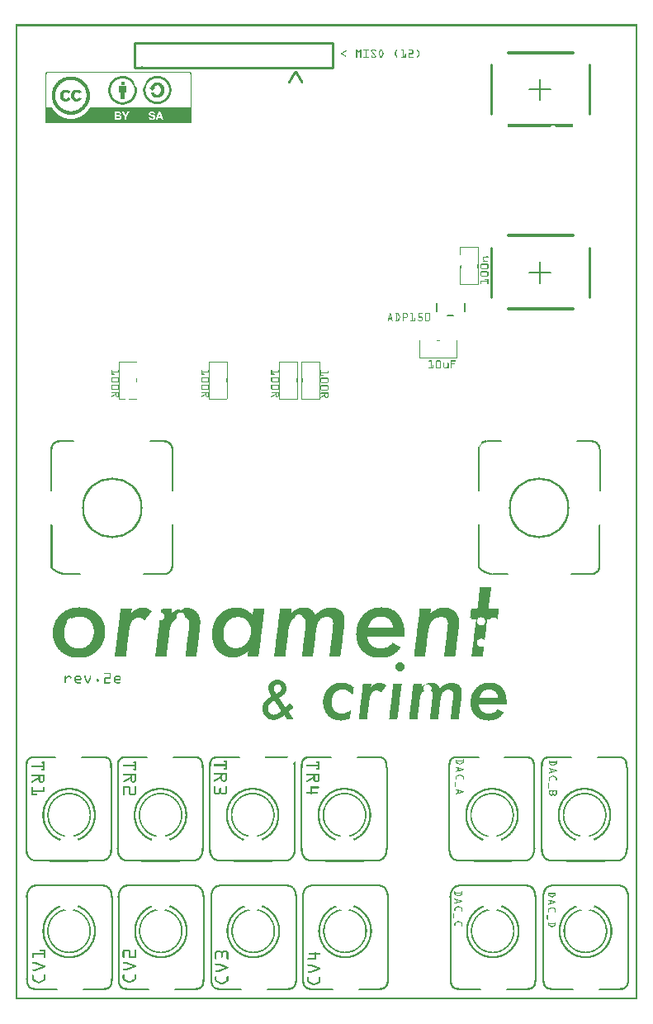
<source format=gto>
G04 MADE WITH FRITZING*
G04 WWW.FRITZING.ORG*
G04 DOUBLE SIDED*
G04 HOLES PLATED*
G04 CONTOUR ON CENTER OF CONTOUR VECTOR*
%ASAXBY*%
%FSLAX23Y23*%
%MOIN*%
%OFA0B0*%
%SFA1.0B1.0*%
%ADD10C,0.015966*%
%ADD11C,0.244220X0.22822*%
%ADD12C,0.008000*%
%ADD13C,0.008933*%
%ADD14C,0.012512*%
%ADD15C,0.005861*%
%ADD16C,0.007778*%
%ADD17C,0.007833*%
%ADD18C,0.006667*%
%ADD19C,0.005670*%
%ADD20C,0.010000*%
%ADD21R,0.001000X0.001000*%
%LNSILK1*%
G90*
G70*
G54D10*
X432Y3700D03*
G54D11*
X2115Y1986D03*
X389Y1986D03*
G54D12*
X1700Y2778D02*
X1700Y2812D01*
D02*
X1812Y2812D02*
X1812Y2778D01*
D02*
X1766Y2763D02*
X1745Y2763D01*
G54D13*
D02*
X1919Y3034D02*
X1919Y2836D01*
G54D14*
D02*
X1989Y2788D02*
X2251Y2788D01*
D02*
X1989Y3084D02*
X2251Y3084D01*
G54D13*
D02*
X2316Y3034D02*
X2316Y2836D01*
G54D15*
D02*
X2117Y2978D02*
X2117Y2892D01*
D02*
X2160Y2935D02*
X2075Y2935D01*
G54D13*
D02*
X1919Y3774D02*
X1919Y3575D01*
G54D14*
D02*
X1989Y3823D02*
X2251Y3823D01*
G54D13*
D02*
X2316Y3774D02*
X2316Y3575D01*
G54D15*
D02*
X2117Y3717D02*
X2117Y3632D01*
D02*
X2160Y3675D02*
X2075Y3675D01*
G54D16*
D02*
X2357Y43D02*
X2449Y43D01*
D02*
X2159Y42D02*
X2251Y42D01*
G54D17*
D02*
X2131Y412D02*
X2131Y84D01*
G54D16*
D02*
X2475Y412D02*
X2475Y84D01*
G54D18*
D02*
X2442Y461D02*
X2160Y461D01*
G54D19*
D02*
X2376Y559D02*
X2226Y559D01*
G54D16*
D02*
X1983Y43D02*
X2075Y43D01*
D02*
X1785Y42D02*
X1877Y42D01*
G54D17*
D02*
X1757Y412D02*
X1757Y84D01*
G54D16*
D02*
X2101Y412D02*
X2101Y84D01*
G54D18*
D02*
X2067Y461D02*
X1786Y461D01*
G54D19*
D02*
X2001Y559D02*
X1852Y559D01*
G54D16*
D02*
X1386Y43D02*
X1478Y43D01*
D02*
X1188Y42D02*
X1280Y42D01*
G54D17*
D02*
X1160Y412D02*
X1160Y84D01*
G54D16*
D02*
X1504Y412D02*
X1504Y84D01*
G54D18*
D02*
X1471Y461D02*
X1189Y461D01*
G54D19*
D02*
X1405Y559D02*
X1255Y559D01*
G54D16*
D02*
X1016Y43D02*
X1108Y43D01*
D02*
X818Y42D02*
X910Y42D01*
G54D17*
D02*
X790Y412D02*
X790Y84D01*
G54D16*
D02*
X1134Y412D02*
X1134Y84D01*
G54D18*
D02*
X1100Y461D02*
X819Y461D01*
G54D19*
D02*
X1034Y559D02*
X885Y559D01*
G54D16*
D02*
X642Y43D02*
X734Y43D01*
D02*
X444Y42D02*
X536Y42D01*
G54D17*
D02*
X416Y412D02*
X416Y84D01*
G54D16*
D02*
X760Y412D02*
X760Y84D01*
G54D18*
D02*
X727Y461D02*
X445Y461D01*
G54D19*
D02*
X661Y559D02*
X511Y559D01*
G54D16*
D02*
X272Y43D02*
X364Y43D01*
D02*
X74Y42D02*
X166Y42D01*
G54D17*
D02*
X46Y412D02*
X46Y84D01*
G54D16*
D02*
X390Y412D02*
X390Y84D01*
G54D18*
D02*
X356Y461D02*
X75Y461D01*
G54D19*
D02*
X290Y559D02*
X141Y559D01*
G54D16*
D02*
X2243Y979D02*
X2151Y979D01*
D02*
X2441Y980D02*
X2349Y980D01*
G54D17*
D02*
X2469Y610D02*
X2469Y938D01*
G54D16*
D02*
X2125Y610D02*
X2125Y938D01*
G54D18*
D02*
X2158Y561D02*
X2440Y561D01*
G54D19*
D02*
X2224Y463D02*
X2374Y463D01*
G54D16*
D02*
X1869Y979D02*
X1777Y979D01*
D02*
X2067Y980D02*
X1975Y980D01*
G54D17*
D02*
X2095Y610D02*
X2095Y938D01*
G54D16*
D02*
X1751Y610D02*
X1751Y938D01*
G54D18*
D02*
X1784Y561D02*
X2066Y561D01*
G54D19*
D02*
X1850Y463D02*
X2000Y463D01*
G54D16*
D02*
X1273Y979D02*
X1181Y979D01*
D02*
X1471Y980D02*
X1379Y980D01*
G54D17*
D02*
X1499Y610D02*
X1499Y938D01*
G54D16*
D02*
X1155Y610D02*
X1155Y938D01*
G54D18*
D02*
X1188Y561D02*
X1470Y561D01*
G54D19*
D02*
X1254Y463D02*
X1404Y463D01*
G54D16*
D02*
X902Y979D02*
X810Y979D01*
G54D17*
D02*
X1128Y610D02*
X1128Y938D01*
G54D16*
D02*
X784Y610D02*
X784Y938D01*
G54D18*
D02*
X818Y561D02*
X1099Y561D01*
G54D19*
D02*
X884Y463D02*
X1033Y463D01*
G54D16*
D02*
X530Y979D02*
X438Y979D01*
D02*
X728Y980D02*
X636Y980D01*
G54D17*
D02*
X756Y610D02*
X756Y938D01*
G54D16*
D02*
X412Y610D02*
X412Y938D01*
G54D18*
D02*
X445Y561D02*
X727Y561D01*
G54D19*
D02*
X511Y463D02*
X661Y463D01*
G54D16*
D02*
X161Y979D02*
X69Y979D01*
D02*
X359Y980D02*
X267Y980D01*
G54D17*
D02*
X387Y610D02*
X387Y938D01*
G54D16*
D02*
X43Y610D02*
X43Y938D01*
G54D18*
D02*
X76Y561D02*
X358Y561D01*
G54D19*
D02*
X142Y463D02*
X292Y463D01*
G54D20*
D02*
X479Y3763D02*
X1279Y3763D01*
D02*
X1279Y3763D02*
X1279Y3863D01*
D02*
X1279Y3863D02*
X479Y3863D01*
D02*
X479Y3863D02*
X479Y3763D01*
G54D12*
D02*
X1871Y2054D02*
X1871Y2221D01*
D02*
X2327Y2254D02*
X2268Y2254D01*
D02*
X2359Y2054D02*
X2359Y2221D01*
D02*
X1902Y2254D02*
X1961Y2254D01*
D02*
X2327Y2254D02*
X2268Y2254D01*
D02*
X1927Y1718D02*
X1986Y1718D01*
D02*
X2327Y1718D02*
X2268Y1718D01*
D02*
X2303Y1718D02*
X2244Y1718D01*
D02*
X145Y2054D02*
X145Y2221D01*
D02*
X601Y2254D02*
X542Y2254D01*
D02*
X633Y2054D02*
X633Y2221D01*
D02*
X176Y2254D02*
X235Y2254D01*
D02*
X601Y2254D02*
X542Y2254D01*
D02*
X201Y1718D02*
X260Y1718D01*
D02*
X601Y1718D02*
X542Y1718D01*
D02*
X577Y1718D02*
X518Y1718D01*
G54D21*
X0Y3937D02*
X2510Y3937D01*
X0Y3936D02*
X2510Y3936D01*
X0Y3935D02*
X2510Y3935D01*
X0Y3934D02*
X2510Y3934D01*
X0Y3933D02*
X2510Y3933D01*
X0Y3932D02*
X2510Y3932D01*
X0Y3931D02*
X2510Y3931D01*
X0Y3930D02*
X2510Y3930D01*
X0Y3929D02*
X7Y3929D01*
X2503Y3929D02*
X2510Y3929D01*
X0Y3928D02*
X7Y3928D01*
X2503Y3928D02*
X2510Y3928D01*
X0Y3927D02*
X7Y3927D01*
X2503Y3927D02*
X2510Y3927D01*
X0Y3926D02*
X7Y3926D01*
X2503Y3926D02*
X2510Y3926D01*
X0Y3925D02*
X7Y3925D01*
X2503Y3925D02*
X2510Y3925D01*
X0Y3924D02*
X7Y3924D01*
X2503Y3924D02*
X2510Y3924D01*
X0Y3923D02*
X7Y3923D01*
X2503Y3923D02*
X2510Y3923D01*
X0Y3922D02*
X7Y3922D01*
X2503Y3922D02*
X2510Y3922D01*
X0Y3921D02*
X7Y3921D01*
X2503Y3921D02*
X2510Y3921D01*
X0Y3920D02*
X7Y3920D01*
X2503Y3920D02*
X2510Y3920D01*
X0Y3919D02*
X7Y3919D01*
X2503Y3919D02*
X2510Y3919D01*
X0Y3918D02*
X7Y3918D01*
X2503Y3918D02*
X2510Y3918D01*
X0Y3917D02*
X7Y3917D01*
X2503Y3917D02*
X2510Y3917D01*
X0Y3916D02*
X7Y3916D01*
X2503Y3916D02*
X2510Y3916D01*
X0Y3915D02*
X7Y3915D01*
X2503Y3915D02*
X2510Y3915D01*
X0Y3914D02*
X7Y3914D01*
X2503Y3914D02*
X2510Y3914D01*
X0Y3913D02*
X7Y3913D01*
X2503Y3913D02*
X2510Y3913D01*
X0Y3912D02*
X7Y3912D01*
X2503Y3912D02*
X2510Y3912D01*
X0Y3911D02*
X7Y3911D01*
X2503Y3911D02*
X2510Y3911D01*
X0Y3910D02*
X7Y3910D01*
X2503Y3910D02*
X2510Y3910D01*
X0Y3909D02*
X7Y3909D01*
X2503Y3909D02*
X2510Y3909D01*
X0Y3908D02*
X7Y3908D01*
X2503Y3908D02*
X2510Y3908D01*
X0Y3907D02*
X7Y3907D01*
X2503Y3907D02*
X2510Y3907D01*
X0Y3906D02*
X7Y3906D01*
X2503Y3906D02*
X2510Y3906D01*
X0Y3905D02*
X7Y3905D01*
X2503Y3905D02*
X2510Y3905D01*
X0Y3904D02*
X7Y3904D01*
X2503Y3904D02*
X2510Y3904D01*
X0Y3903D02*
X7Y3903D01*
X2503Y3903D02*
X2510Y3903D01*
X0Y3902D02*
X7Y3902D01*
X2503Y3902D02*
X2510Y3902D01*
X0Y3901D02*
X7Y3901D01*
X2503Y3901D02*
X2510Y3901D01*
X0Y3900D02*
X7Y3900D01*
X2503Y3900D02*
X2510Y3900D01*
X0Y3899D02*
X7Y3899D01*
X2503Y3899D02*
X2510Y3899D01*
X0Y3898D02*
X7Y3898D01*
X2503Y3898D02*
X2510Y3898D01*
X0Y3897D02*
X7Y3897D01*
X2503Y3897D02*
X2510Y3897D01*
X0Y3896D02*
X7Y3896D01*
X2503Y3896D02*
X2510Y3896D01*
X0Y3895D02*
X7Y3895D01*
X2503Y3895D02*
X2510Y3895D01*
X0Y3894D02*
X7Y3894D01*
X2503Y3894D02*
X2510Y3894D01*
X0Y3893D02*
X7Y3893D01*
X2503Y3893D02*
X2510Y3893D01*
X0Y3892D02*
X7Y3892D01*
X2503Y3892D02*
X2510Y3892D01*
X0Y3891D02*
X7Y3891D01*
X2503Y3891D02*
X2510Y3891D01*
X0Y3890D02*
X7Y3890D01*
X2503Y3890D02*
X2510Y3890D01*
X0Y3889D02*
X7Y3889D01*
X2503Y3889D02*
X2510Y3889D01*
X0Y3888D02*
X7Y3888D01*
X2503Y3888D02*
X2510Y3888D01*
X0Y3887D02*
X7Y3887D01*
X2503Y3887D02*
X2510Y3887D01*
X0Y3886D02*
X7Y3886D01*
X2503Y3886D02*
X2510Y3886D01*
X0Y3885D02*
X7Y3885D01*
X2503Y3885D02*
X2510Y3885D01*
X0Y3884D02*
X7Y3884D01*
X2503Y3884D02*
X2510Y3884D01*
X0Y3883D02*
X7Y3883D01*
X2503Y3883D02*
X2510Y3883D01*
X0Y3882D02*
X7Y3882D01*
X2503Y3882D02*
X2510Y3882D01*
X0Y3881D02*
X7Y3881D01*
X2503Y3881D02*
X2510Y3881D01*
X0Y3880D02*
X7Y3880D01*
X2503Y3880D02*
X2510Y3880D01*
X0Y3879D02*
X7Y3879D01*
X2503Y3879D02*
X2510Y3879D01*
X0Y3878D02*
X7Y3878D01*
X2503Y3878D02*
X2510Y3878D01*
X0Y3877D02*
X7Y3877D01*
X2503Y3877D02*
X2510Y3877D01*
X0Y3876D02*
X7Y3876D01*
X2503Y3876D02*
X2510Y3876D01*
X0Y3875D02*
X7Y3875D01*
X2503Y3875D02*
X2510Y3875D01*
X0Y3874D02*
X7Y3874D01*
X2503Y3874D02*
X2510Y3874D01*
X0Y3873D02*
X7Y3873D01*
X2503Y3873D02*
X2510Y3873D01*
X0Y3872D02*
X7Y3872D01*
X2503Y3872D02*
X2510Y3872D01*
X0Y3871D02*
X7Y3871D01*
X2503Y3871D02*
X2510Y3871D01*
X0Y3870D02*
X7Y3870D01*
X2503Y3870D02*
X2510Y3870D01*
X0Y3869D02*
X7Y3869D01*
X2503Y3869D02*
X2510Y3869D01*
X0Y3868D02*
X7Y3868D01*
X2503Y3868D02*
X2510Y3868D01*
X0Y3867D02*
X7Y3867D01*
X2503Y3867D02*
X2510Y3867D01*
X0Y3866D02*
X7Y3866D01*
X2503Y3866D02*
X2510Y3866D01*
X0Y3865D02*
X7Y3865D01*
X2503Y3865D02*
X2510Y3865D01*
X0Y3864D02*
X7Y3864D01*
X2503Y3864D02*
X2510Y3864D01*
X0Y3863D02*
X7Y3863D01*
X2503Y3863D02*
X2510Y3863D01*
X0Y3862D02*
X7Y3862D01*
X2503Y3862D02*
X2510Y3862D01*
X0Y3861D02*
X7Y3861D01*
X2503Y3861D02*
X2510Y3861D01*
X0Y3860D02*
X7Y3860D01*
X2503Y3860D02*
X2510Y3860D01*
X0Y3859D02*
X7Y3859D01*
X2503Y3859D02*
X2510Y3859D01*
X0Y3858D02*
X7Y3858D01*
X2503Y3858D02*
X2510Y3858D01*
X0Y3857D02*
X7Y3857D01*
X2503Y3857D02*
X2510Y3857D01*
X0Y3856D02*
X7Y3856D01*
X2503Y3856D02*
X2510Y3856D01*
X0Y3855D02*
X7Y3855D01*
X2503Y3855D02*
X2510Y3855D01*
X0Y3854D02*
X7Y3854D01*
X2503Y3854D02*
X2510Y3854D01*
X0Y3853D02*
X7Y3853D01*
X2503Y3853D02*
X2510Y3853D01*
X0Y3852D02*
X7Y3852D01*
X2503Y3852D02*
X2510Y3852D01*
X0Y3851D02*
X7Y3851D01*
X2503Y3851D02*
X2510Y3851D01*
X0Y3850D02*
X7Y3850D01*
X2503Y3850D02*
X2510Y3850D01*
X0Y3849D02*
X7Y3849D01*
X2503Y3849D02*
X2510Y3849D01*
X0Y3848D02*
X7Y3848D01*
X2503Y3848D02*
X2510Y3848D01*
X0Y3847D02*
X7Y3847D01*
X2503Y3847D02*
X2510Y3847D01*
X0Y3846D02*
X7Y3846D01*
X2503Y3846D02*
X2510Y3846D01*
X0Y3845D02*
X7Y3845D01*
X2503Y3845D02*
X2510Y3845D01*
X0Y3844D02*
X7Y3844D01*
X2503Y3844D02*
X2510Y3844D01*
X0Y3843D02*
X7Y3843D01*
X2503Y3843D02*
X2510Y3843D01*
X0Y3842D02*
X7Y3842D01*
X2503Y3842D02*
X2510Y3842D01*
X0Y3841D02*
X7Y3841D01*
X2503Y3841D02*
X2510Y3841D01*
X0Y3840D02*
X7Y3840D01*
X2503Y3840D02*
X2510Y3840D01*
X0Y3839D02*
X7Y3839D01*
X2503Y3839D02*
X2510Y3839D01*
X0Y3838D02*
X7Y3838D01*
X2503Y3838D02*
X2510Y3838D01*
X0Y3837D02*
X7Y3837D01*
X2503Y3837D02*
X2510Y3837D01*
X0Y3836D02*
X7Y3836D01*
X2503Y3836D02*
X2510Y3836D01*
X0Y3835D02*
X7Y3835D01*
X1375Y3835D02*
X1379Y3835D01*
X1390Y3835D02*
X1395Y3835D01*
X1406Y3835D02*
X1424Y3835D01*
X1439Y3835D02*
X1451Y3835D01*
X1474Y3835D02*
X1476Y3835D01*
X1539Y3835D02*
X1540Y3835D01*
X1557Y3835D02*
X1567Y3835D01*
X1587Y3835D02*
X1603Y3835D01*
X1621Y3835D02*
X1622Y3835D01*
X2503Y3835D02*
X2510Y3835D01*
X0Y3834D02*
X7Y3834D01*
X1375Y3834D02*
X1380Y3834D01*
X1390Y3834D02*
X1395Y3834D01*
X1405Y3834D02*
X1425Y3834D01*
X1437Y3834D02*
X1453Y3834D01*
X1472Y3834D02*
X1478Y3834D01*
X1538Y3834D02*
X1541Y3834D01*
X1556Y3834D02*
X1567Y3834D01*
X1586Y3834D02*
X1604Y3834D01*
X1620Y3834D02*
X1623Y3834D01*
X2503Y3834D02*
X2510Y3834D01*
X0Y3833D02*
X7Y3833D01*
X1375Y3833D02*
X1381Y3833D01*
X1389Y3833D02*
X1395Y3833D01*
X1405Y3833D02*
X1425Y3833D01*
X1436Y3833D02*
X1454Y3833D01*
X1471Y3833D02*
X1479Y3833D01*
X1537Y3833D02*
X1541Y3833D01*
X1556Y3833D02*
X1567Y3833D01*
X1586Y3833D02*
X1605Y3833D01*
X1620Y3833D02*
X1624Y3833D01*
X2503Y3833D02*
X2510Y3833D01*
X0Y3832D02*
X7Y3832D01*
X1375Y3832D02*
X1382Y3832D01*
X1388Y3832D02*
X1395Y3832D01*
X1406Y3832D02*
X1425Y3832D01*
X1436Y3832D02*
X1454Y3832D01*
X1471Y3832D02*
X1480Y3832D01*
X1537Y3832D02*
X1541Y3832D01*
X1556Y3832D02*
X1567Y3832D01*
X1586Y3832D02*
X1605Y3832D01*
X1620Y3832D02*
X1625Y3832D01*
X2503Y3832D02*
X2510Y3832D01*
X0Y3831D02*
X7Y3831D01*
X1332Y3831D02*
X1334Y3831D01*
X1375Y3831D02*
X1382Y3831D01*
X1388Y3831D02*
X1395Y3831D01*
X1413Y3831D02*
X1417Y3831D01*
X1435Y3831D02*
X1439Y3831D01*
X1450Y3831D02*
X1455Y3831D01*
X1470Y3831D02*
X1480Y3831D01*
X1536Y3831D02*
X1540Y3831D01*
X1564Y3831D02*
X1567Y3831D01*
X1602Y3831D02*
X1606Y3831D01*
X1621Y3831D02*
X1626Y3831D01*
X2503Y3831D02*
X2510Y3831D01*
X0Y3830D02*
X7Y3830D01*
X1330Y3830D02*
X1335Y3830D01*
X1375Y3830D02*
X1383Y3830D01*
X1387Y3830D02*
X1395Y3830D01*
X1413Y3830D02*
X1417Y3830D01*
X1435Y3830D02*
X1439Y3830D01*
X1452Y3830D02*
X1455Y3830D01*
X1470Y3830D02*
X1474Y3830D01*
X1477Y3830D02*
X1481Y3830D01*
X1535Y3830D02*
X1539Y3830D01*
X1564Y3830D02*
X1567Y3830D01*
X1602Y3830D02*
X1606Y3830D01*
X1622Y3830D02*
X1626Y3830D01*
X2503Y3830D02*
X2510Y3830D01*
X0Y3829D02*
X7Y3829D01*
X1328Y3829D02*
X1334Y3829D01*
X1375Y3829D02*
X1384Y3829D01*
X1386Y3829D02*
X1395Y3829D01*
X1413Y3829D02*
X1417Y3829D01*
X1436Y3829D02*
X1440Y3829D01*
X1452Y3829D02*
X1455Y3829D01*
X1469Y3829D02*
X1473Y3829D01*
X1478Y3829D02*
X1481Y3829D01*
X1534Y3829D02*
X1539Y3829D01*
X1564Y3829D02*
X1567Y3829D01*
X1602Y3829D02*
X1606Y3829D01*
X1623Y3829D02*
X1627Y3829D01*
X2503Y3829D02*
X2510Y3829D01*
X0Y3828D02*
X7Y3828D01*
X1327Y3828D02*
X1334Y3828D01*
X1375Y3828D02*
X1378Y3828D01*
X1380Y3828D02*
X1390Y3828D01*
X1392Y3828D02*
X1395Y3828D01*
X1413Y3828D02*
X1417Y3828D01*
X1436Y3828D02*
X1440Y3828D01*
X1453Y3828D02*
X1454Y3828D01*
X1469Y3828D02*
X1473Y3828D01*
X1478Y3828D02*
X1482Y3828D01*
X1534Y3828D02*
X1538Y3828D01*
X1564Y3828D02*
X1567Y3828D01*
X1602Y3828D02*
X1606Y3828D01*
X1624Y3828D02*
X1628Y3828D01*
X2503Y3828D02*
X2510Y3828D01*
X0Y3827D02*
X7Y3827D01*
X1325Y3827D02*
X1332Y3827D01*
X1375Y3827D02*
X1378Y3827D01*
X1381Y3827D02*
X1389Y3827D01*
X1392Y3827D02*
X1395Y3827D01*
X1413Y3827D02*
X1417Y3827D01*
X1437Y3827D02*
X1441Y3827D01*
X1468Y3827D02*
X1472Y3827D01*
X1479Y3827D02*
X1482Y3827D01*
X1533Y3827D02*
X1537Y3827D01*
X1564Y3827D02*
X1567Y3827D01*
X1602Y3827D02*
X1606Y3827D01*
X1624Y3827D02*
X1628Y3827D01*
X2503Y3827D02*
X2510Y3827D01*
X0Y3826D02*
X7Y3826D01*
X1323Y3826D02*
X1331Y3826D01*
X1375Y3826D02*
X1378Y3826D01*
X1382Y3826D02*
X1388Y3826D01*
X1392Y3826D02*
X1395Y3826D01*
X1413Y3826D02*
X1417Y3826D01*
X1437Y3826D02*
X1442Y3826D01*
X1468Y3826D02*
X1472Y3826D01*
X1479Y3826D02*
X1483Y3826D01*
X1532Y3826D02*
X1536Y3826D01*
X1564Y3826D02*
X1567Y3826D01*
X1602Y3826D02*
X1606Y3826D01*
X1625Y3826D02*
X1629Y3826D01*
X2503Y3826D02*
X2510Y3826D01*
X0Y3825D02*
X7Y3825D01*
X1321Y3825D02*
X1329Y3825D01*
X1375Y3825D02*
X1378Y3825D01*
X1382Y3825D02*
X1388Y3825D01*
X1392Y3825D02*
X1395Y3825D01*
X1413Y3825D02*
X1417Y3825D01*
X1438Y3825D02*
X1443Y3825D01*
X1467Y3825D02*
X1471Y3825D01*
X1480Y3825D02*
X1483Y3825D01*
X1532Y3825D02*
X1536Y3825D01*
X1564Y3825D02*
X1567Y3825D01*
X1602Y3825D02*
X1606Y3825D01*
X1626Y3825D02*
X1629Y3825D01*
X2503Y3825D02*
X2510Y3825D01*
X0Y3824D02*
X7Y3824D01*
X1320Y3824D02*
X1327Y3824D01*
X1375Y3824D02*
X1378Y3824D01*
X1383Y3824D02*
X1387Y3824D01*
X1392Y3824D02*
X1395Y3824D01*
X1413Y3824D02*
X1417Y3824D01*
X1439Y3824D02*
X1443Y3824D01*
X1467Y3824D02*
X1470Y3824D01*
X1480Y3824D02*
X1484Y3824D01*
X1532Y3824D02*
X1535Y3824D01*
X1564Y3824D02*
X1567Y3824D01*
X1602Y3824D02*
X1606Y3824D01*
X1626Y3824D02*
X1629Y3824D01*
X2503Y3824D02*
X2510Y3824D01*
X0Y3823D02*
X7Y3823D01*
X1318Y3823D02*
X1325Y3823D01*
X1375Y3823D02*
X1378Y3823D01*
X1383Y3823D02*
X1387Y3823D01*
X1392Y3823D02*
X1395Y3823D01*
X1413Y3823D02*
X1417Y3823D01*
X1440Y3823D02*
X1444Y3823D01*
X1466Y3823D02*
X1470Y3823D01*
X1481Y3823D02*
X1484Y3823D01*
X1532Y3823D02*
X1535Y3823D01*
X1564Y3823D02*
X1567Y3823D01*
X1602Y3823D02*
X1606Y3823D01*
X1626Y3823D02*
X1630Y3823D01*
X2503Y3823D02*
X2510Y3823D01*
X0Y3822D02*
X7Y3822D01*
X1316Y3822D02*
X1324Y3822D01*
X1375Y3822D02*
X1378Y3822D01*
X1383Y3822D02*
X1386Y3822D01*
X1392Y3822D02*
X1395Y3822D01*
X1413Y3822D02*
X1417Y3822D01*
X1441Y3822D02*
X1445Y3822D01*
X1466Y3822D02*
X1469Y3822D01*
X1481Y3822D02*
X1485Y3822D01*
X1532Y3822D02*
X1535Y3822D01*
X1564Y3822D02*
X1567Y3822D01*
X1602Y3822D02*
X1606Y3822D01*
X1626Y3822D02*
X1630Y3822D01*
X2503Y3822D02*
X2510Y3822D01*
X0Y3821D02*
X7Y3821D01*
X1315Y3821D02*
X1322Y3821D01*
X1375Y3821D02*
X1378Y3821D01*
X1384Y3821D02*
X1386Y3821D01*
X1392Y3821D02*
X1395Y3821D01*
X1413Y3821D02*
X1417Y3821D01*
X1441Y3821D02*
X1446Y3821D01*
X1466Y3821D02*
X1469Y3821D01*
X1482Y3821D02*
X1485Y3821D01*
X1532Y3821D02*
X1535Y3821D01*
X1564Y3821D02*
X1567Y3821D01*
X1590Y3821D02*
X1606Y3821D01*
X1626Y3821D02*
X1630Y3821D01*
X2503Y3821D02*
X2510Y3821D01*
X0Y3820D02*
X7Y3820D01*
X1315Y3820D02*
X1320Y3820D01*
X1375Y3820D02*
X1378Y3820D01*
X1392Y3820D02*
X1395Y3820D01*
X1413Y3820D02*
X1417Y3820D01*
X1442Y3820D02*
X1447Y3820D01*
X1466Y3820D02*
X1469Y3820D01*
X1482Y3820D02*
X1485Y3820D01*
X1532Y3820D02*
X1535Y3820D01*
X1564Y3820D02*
X1567Y3820D01*
X1587Y3820D02*
X1605Y3820D01*
X1626Y3820D02*
X1630Y3820D01*
X2503Y3820D02*
X2510Y3820D01*
X0Y3819D02*
X7Y3819D01*
X1315Y3819D02*
X1319Y3819D01*
X1375Y3819D02*
X1378Y3819D01*
X1392Y3819D02*
X1395Y3819D01*
X1413Y3819D02*
X1417Y3819D01*
X1443Y3819D02*
X1447Y3819D01*
X1465Y3819D02*
X1469Y3819D01*
X1482Y3819D02*
X1485Y3819D01*
X1532Y3819D02*
X1535Y3819D01*
X1564Y3819D02*
X1567Y3819D01*
X1587Y3819D02*
X1605Y3819D01*
X1626Y3819D02*
X1630Y3819D01*
X2503Y3819D02*
X2510Y3819D01*
X0Y3818D02*
X7Y3818D01*
X1315Y3818D02*
X1320Y3818D01*
X1375Y3818D02*
X1378Y3818D01*
X1392Y3818D02*
X1395Y3818D01*
X1413Y3818D02*
X1417Y3818D01*
X1444Y3818D02*
X1448Y3818D01*
X1466Y3818D02*
X1469Y3818D01*
X1482Y3818D02*
X1485Y3818D01*
X1532Y3818D02*
X1535Y3818D01*
X1564Y3818D02*
X1567Y3818D01*
X1586Y3818D02*
X1604Y3818D01*
X1626Y3818D02*
X1630Y3818D01*
X2503Y3818D02*
X2510Y3818D01*
X0Y3817D02*
X7Y3817D01*
X1315Y3817D02*
X1322Y3817D01*
X1375Y3817D02*
X1378Y3817D01*
X1392Y3817D02*
X1395Y3817D01*
X1413Y3817D02*
X1417Y3817D01*
X1444Y3817D02*
X1449Y3817D01*
X1466Y3817D02*
X1469Y3817D01*
X1482Y3817D02*
X1485Y3817D01*
X1532Y3817D02*
X1535Y3817D01*
X1564Y3817D02*
X1567Y3817D01*
X1573Y3817D02*
X1575Y3817D01*
X1586Y3817D02*
X1602Y3817D01*
X1626Y3817D02*
X1630Y3817D01*
X2503Y3817D02*
X2510Y3817D01*
X0Y3816D02*
X7Y3816D01*
X1316Y3816D02*
X1324Y3816D01*
X1375Y3816D02*
X1378Y3816D01*
X1392Y3816D02*
X1395Y3816D01*
X1413Y3816D02*
X1417Y3816D01*
X1445Y3816D02*
X1450Y3816D01*
X1466Y3816D02*
X1469Y3816D01*
X1481Y3816D02*
X1485Y3816D01*
X1532Y3816D02*
X1535Y3816D01*
X1564Y3816D02*
X1567Y3816D01*
X1572Y3816D02*
X1575Y3816D01*
X1586Y3816D02*
X1589Y3816D01*
X1626Y3816D02*
X1630Y3816D01*
X2503Y3816D02*
X2510Y3816D01*
X0Y3815D02*
X7Y3815D01*
X1318Y3815D02*
X1325Y3815D01*
X1375Y3815D02*
X1378Y3815D01*
X1392Y3815D02*
X1395Y3815D01*
X1413Y3815D02*
X1417Y3815D01*
X1446Y3815D02*
X1450Y3815D01*
X1466Y3815D02*
X1470Y3815D01*
X1481Y3815D02*
X1484Y3815D01*
X1532Y3815D02*
X1535Y3815D01*
X1564Y3815D02*
X1567Y3815D01*
X1572Y3815D02*
X1576Y3815D01*
X1586Y3815D02*
X1589Y3815D01*
X1626Y3815D02*
X1630Y3815D01*
X2503Y3815D02*
X2510Y3815D01*
X0Y3814D02*
X7Y3814D01*
X1320Y3814D02*
X1327Y3814D01*
X1375Y3814D02*
X1378Y3814D01*
X1392Y3814D02*
X1395Y3814D01*
X1413Y3814D02*
X1417Y3814D01*
X1447Y3814D02*
X1451Y3814D01*
X1467Y3814D02*
X1470Y3814D01*
X1480Y3814D02*
X1484Y3814D01*
X1532Y3814D02*
X1535Y3814D01*
X1564Y3814D02*
X1567Y3814D01*
X1572Y3814D02*
X1576Y3814D01*
X1586Y3814D02*
X1589Y3814D01*
X1626Y3814D02*
X1629Y3814D01*
X2503Y3814D02*
X2510Y3814D01*
X0Y3813D02*
X7Y3813D01*
X1321Y3813D02*
X1329Y3813D01*
X1375Y3813D02*
X1378Y3813D01*
X1392Y3813D02*
X1395Y3813D01*
X1413Y3813D02*
X1417Y3813D01*
X1448Y3813D02*
X1452Y3813D01*
X1467Y3813D02*
X1471Y3813D01*
X1480Y3813D02*
X1483Y3813D01*
X1532Y3813D02*
X1536Y3813D01*
X1564Y3813D02*
X1567Y3813D01*
X1572Y3813D02*
X1576Y3813D01*
X1586Y3813D02*
X1589Y3813D01*
X1626Y3813D02*
X1629Y3813D01*
X2503Y3813D02*
X2510Y3813D01*
X0Y3812D02*
X7Y3812D01*
X1323Y3812D02*
X1330Y3812D01*
X1375Y3812D02*
X1378Y3812D01*
X1392Y3812D02*
X1395Y3812D01*
X1413Y3812D02*
X1417Y3812D01*
X1448Y3812D02*
X1453Y3812D01*
X1468Y3812D02*
X1471Y3812D01*
X1479Y3812D02*
X1483Y3812D01*
X1532Y3812D02*
X1536Y3812D01*
X1564Y3812D02*
X1567Y3812D01*
X1572Y3812D02*
X1576Y3812D01*
X1586Y3812D02*
X1589Y3812D01*
X1625Y3812D02*
X1629Y3812D01*
X2503Y3812D02*
X2510Y3812D01*
X0Y3811D02*
X7Y3811D01*
X1325Y3811D02*
X1332Y3811D01*
X1375Y3811D02*
X1378Y3811D01*
X1392Y3811D02*
X1395Y3811D01*
X1413Y3811D02*
X1417Y3811D01*
X1449Y3811D02*
X1454Y3811D01*
X1468Y3811D02*
X1472Y3811D01*
X1479Y3811D02*
X1482Y3811D01*
X1533Y3811D02*
X1537Y3811D01*
X1564Y3811D02*
X1567Y3811D01*
X1572Y3811D02*
X1576Y3811D01*
X1586Y3811D02*
X1589Y3811D01*
X1624Y3811D02*
X1628Y3811D01*
X2503Y3811D02*
X2510Y3811D01*
X0Y3810D02*
X7Y3810D01*
X1327Y3810D02*
X1334Y3810D01*
X1375Y3810D02*
X1378Y3810D01*
X1392Y3810D02*
X1395Y3810D01*
X1413Y3810D02*
X1417Y3810D01*
X1436Y3810D02*
X1438Y3810D01*
X1450Y3810D02*
X1454Y3810D01*
X1469Y3810D02*
X1472Y3810D01*
X1478Y3810D02*
X1482Y3810D01*
X1533Y3810D02*
X1538Y3810D01*
X1564Y3810D02*
X1567Y3810D01*
X1572Y3810D02*
X1576Y3810D01*
X1586Y3810D02*
X1589Y3810D01*
X1624Y3810D02*
X1628Y3810D01*
X2503Y3810D02*
X2510Y3810D01*
X0Y3809D02*
X7Y3809D01*
X1328Y3809D02*
X1334Y3809D01*
X1375Y3809D02*
X1378Y3809D01*
X1392Y3809D02*
X1395Y3809D01*
X1413Y3809D02*
X1417Y3809D01*
X1435Y3809D02*
X1438Y3809D01*
X1451Y3809D02*
X1455Y3809D01*
X1469Y3809D02*
X1473Y3809D01*
X1478Y3809D02*
X1481Y3809D01*
X1534Y3809D02*
X1539Y3809D01*
X1564Y3809D02*
X1567Y3809D01*
X1572Y3809D02*
X1576Y3809D01*
X1586Y3809D02*
X1589Y3809D01*
X1623Y3809D02*
X1627Y3809D01*
X2503Y3809D02*
X2510Y3809D01*
X0Y3808D02*
X7Y3808D01*
X1330Y3808D02*
X1335Y3808D01*
X1375Y3808D02*
X1378Y3808D01*
X1392Y3808D02*
X1395Y3808D01*
X1413Y3808D02*
X1417Y3808D01*
X1435Y3808D02*
X1439Y3808D01*
X1451Y3808D02*
X1455Y3808D01*
X1470Y3808D02*
X1474Y3808D01*
X1477Y3808D02*
X1481Y3808D01*
X1535Y3808D02*
X1539Y3808D01*
X1564Y3808D02*
X1567Y3808D01*
X1572Y3808D02*
X1576Y3808D01*
X1586Y3808D02*
X1589Y3808D01*
X1622Y3808D02*
X1626Y3808D01*
X2503Y3808D02*
X2510Y3808D01*
X0Y3807D02*
X7Y3807D01*
X1332Y3807D02*
X1334Y3807D01*
X1375Y3807D02*
X1378Y3807D01*
X1392Y3807D02*
X1395Y3807D01*
X1413Y3807D02*
X1417Y3807D01*
X1436Y3807D02*
X1440Y3807D01*
X1451Y3807D02*
X1455Y3807D01*
X1470Y3807D02*
X1480Y3807D01*
X1536Y3807D02*
X1540Y3807D01*
X1564Y3807D02*
X1568Y3807D01*
X1572Y3807D02*
X1576Y3807D01*
X1586Y3807D02*
X1589Y3807D01*
X1621Y3807D02*
X1626Y3807D01*
X2503Y3807D02*
X2510Y3807D01*
X0Y3806D02*
X7Y3806D01*
X1375Y3806D02*
X1378Y3806D01*
X1392Y3806D02*
X1395Y3806D01*
X1406Y3806D02*
X1425Y3806D01*
X1436Y3806D02*
X1455Y3806D01*
X1471Y3806D02*
X1480Y3806D01*
X1537Y3806D02*
X1541Y3806D01*
X1556Y3806D02*
X1576Y3806D01*
X1586Y3806D02*
X1605Y3806D01*
X1621Y3806D02*
X1625Y3806D01*
X2503Y3806D02*
X2510Y3806D01*
X0Y3805D02*
X7Y3805D01*
X1375Y3805D02*
X1378Y3805D01*
X1392Y3805D02*
X1395Y3805D01*
X1405Y3805D02*
X1425Y3805D01*
X1437Y3805D02*
X1454Y3805D01*
X1471Y3805D02*
X1479Y3805D01*
X1537Y3805D02*
X1541Y3805D01*
X1556Y3805D02*
X1576Y3805D01*
X1586Y3805D02*
X1606Y3805D01*
X1620Y3805D02*
X1624Y3805D01*
X2503Y3805D02*
X2510Y3805D01*
X0Y3804D02*
X7Y3804D01*
X1375Y3804D02*
X1378Y3804D01*
X1392Y3804D02*
X1395Y3804D01*
X1405Y3804D02*
X1425Y3804D01*
X1438Y3804D02*
X1453Y3804D01*
X1472Y3804D02*
X1478Y3804D01*
X1538Y3804D02*
X1541Y3804D01*
X1556Y3804D02*
X1575Y3804D01*
X1586Y3804D02*
X1605Y3804D01*
X1620Y3804D02*
X1623Y3804D01*
X2503Y3804D02*
X2510Y3804D01*
X0Y3803D02*
X7Y3803D01*
X1376Y3803D02*
X1377Y3803D01*
X1393Y3803D02*
X1394Y3803D01*
X1406Y3803D02*
X1424Y3803D01*
X1440Y3803D02*
X1452Y3803D01*
X1474Y3803D02*
X1476Y3803D01*
X1539Y3803D02*
X1540Y3803D01*
X1557Y3803D02*
X1574Y3803D01*
X1586Y3803D02*
X1604Y3803D01*
X1621Y3803D02*
X1622Y3803D01*
X2503Y3803D02*
X2510Y3803D01*
X0Y3802D02*
X7Y3802D01*
X2503Y3802D02*
X2510Y3802D01*
X0Y3801D02*
X7Y3801D01*
X2503Y3801D02*
X2510Y3801D01*
X0Y3800D02*
X7Y3800D01*
X480Y3800D02*
X481Y3800D01*
X2503Y3800D02*
X2510Y3800D01*
X0Y3799D02*
X7Y3799D01*
X479Y3799D02*
X482Y3799D01*
X2503Y3799D02*
X2510Y3799D01*
X0Y3798D02*
X7Y3798D01*
X478Y3798D02*
X483Y3798D01*
X2503Y3798D02*
X2510Y3798D01*
X0Y3797D02*
X7Y3797D01*
X478Y3797D02*
X484Y3797D01*
X2503Y3797D02*
X2510Y3797D01*
X0Y3796D02*
X7Y3796D01*
X479Y3796D02*
X484Y3796D01*
X2503Y3796D02*
X2510Y3796D01*
X0Y3795D02*
X7Y3795D01*
X480Y3795D02*
X484Y3795D01*
X2503Y3795D02*
X2510Y3795D01*
X0Y3794D02*
X7Y3794D01*
X481Y3794D02*
X484Y3794D01*
X2503Y3794D02*
X2510Y3794D01*
X0Y3793D02*
X7Y3793D01*
X482Y3793D02*
X484Y3793D01*
X2503Y3793D02*
X2510Y3793D01*
X0Y3792D02*
X7Y3792D01*
X483Y3792D02*
X484Y3792D01*
X2503Y3792D02*
X2510Y3792D01*
X0Y3791D02*
X7Y3791D01*
X484Y3791D02*
X484Y3791D01*
X2503Y3791D02*
X2510Y3791D01*
X0Y3790D02*
X7Y3790D01*
X2503Y3790D02*
X2510Y3790D01*
X0Y3789D02*
X7Y3789D01*
X2503Y3789D02*
X2510Y3789D01*
X0Y3788D02*
X7Y3788D01*
X2503Y3788D02*
X2510Y3788D01*
X0Y3787D02*
X7Y3787D01*
X2503Y3787D02*
X2510Y3787D01*
X0Y3786D02*
X7Y3786D01*
X2503Y3786D02*
X2510Y3786D01*
X0Y3785D02*
X7Y3785D01*
X2503Y3785D02*
X2510Y3785D01*
X0Y3784D02*
X7Y3784D01*
X2503Y3784D02*
X2510Y3784D01*
X0Y3783D02*
X7Y3783D01*
X2503Y3783D02*
X2510Y3783D01*
X0Y3782D02*
X7Y3782D01*
X2503Y3782D02*
X2510Y3782D01*
X0Y3781D02*
X7Y3781D01*
X2503Y3781D02*
X2510Y3781D01*
X0Y3780D02*
X7Y3780D01*
X2503Y3780D02*
X2510Y3780D01*
X0Y3779D02*
X7Y3779D01*
X2503Y3779D02*
X2510Y3779D01*
X0Y3778D02*
X7Y3778D01*
X2503Y3778D02*
X2510Y3778D01*
X0Y3777D02*
X7Y3777D01*
X2503Y3777D02*
X2510Y3777D01*
X0Y3776D02*
X7Y3776D01*
X2503Y3776D02*
X2510Y3776D01*
X0Y3775D02*
X7Y3775D01*
X2503Y3775D02*
X2510Y3775D01*
X0Y3774D02*
X7Y3774D01*
X2503Y3774D02*
X2510Y3774D01*
X0Y3773D02*
X7Y3773D01*
X2503Y3773D02*
X2510Y3773D01*
X0Y3772D02*
X7Y3772D01*
X2503Y3772D02*
X2510Y3772D01*
X0Y3771D02*
X7Y3771D01*
X2503Y3771D02*
X2510Y3771D01*
X0Y3770D02*
X7Y3770D01*
X2503Y3770D02*
X2510Y3770D01*
X0Y3769D02*
X7Y3769D01*
X506Y3769D02*
X512Y3769D01*
X2503Y3769D02*
X2510Y3769D01*
X0Y3768D02*
X7Y3768D01*
X507Y3768D02*
X513Y3768D01*
X2503Y3768D02*
X2510Y3768D01*
X0Y3767D02*
X7Y3767D01*
X508Y3767D02*
X514Y3767D01*
X2503Y3767D02*
X2510Y3767D01*
X0Y3766D02*
X7Y3766D01*
X509Y3766D02*
X515Y3766D01*
X2503Y3766D02*
X2510Y3766D01*
X0Y3765D02*
X7Y3765D01*
X510Y3765D02*
X514Y3765D01*
X2503Y3765D02*
X2510Y3765D01*
X0Y3764D02*
X7Y3764D01*
X511Y3764D02*
X513Y3764D01*
X2503Y3764D02*
X2510Y3764D01*
X0Y3763D02*
X7Y3763D01*
X512Y3763D02*
X512Y3763D01*
X2503Y3763D02*
X2510Y3763D01*
X0Y3762D02*
X7Y3762D01*
X2503Y3762D02*
X2510Y3762D01*
X0Y3761D02*
X7Y3761D01*
X2503Y3761D02*
X2510Y3761D01*
X0Y3760D02*
X7Y3760D01*
X2503Y3760D02*
X2510Y3760D01*
X0Y3759D02*
X7Y3759D01*
X2503Y3759D02*
X2510Y3759D01*
X0Y3758D02*
X7Y3758D01*
X2503Y3758D02*
X2510Y3758D01*
X0Y3757D02*
X7Y3757D01*
X2503Y3757D02*
X2510Y3757D01*
X0Y3756D02*
X7Y3756D01*
X2503Y3756D02*
X2510Y3756D01*
X0Y3755D02*
X7Y3755D01*
X2503Y3755D02*
X2510Y3755D01*
X0Y3754D02*
X7Y3754D01*
X2503Y3754D02*
X2510Y3754D01*
X0Y3753D02*
X7Y3753D01*
X2503Y3753D02*
X2510Y3753D01*
X0Y3752D02*
X7Y3752D01*
X2503Y3752D02*
X2510Y3752D01*
X0Y3751D02*
X7Y3751D01*
X2503Y3751D02*
X2510Y3751D01*
X0Y3750D02*
X7Y3750D01*
X2503Y3750D02*
X2510Y3750D01*
X0Y3749D02*
X7Y3749D01*
X2503Y3749D02*
X2510Y3749D01*
X0Y3748D02*
X7Y3748D01*
X1127Y3748D02*
X1135Y3748D01*
X2503Y3748D02*
X2510Y3748D01*
X0Y3747D02*
X7Y3747D01*
X1126Y3747D02*
X1136Y3747D01*
X2503Y3747D02*
X2510Y3747D01*
X0Y3746D02*
X7Y3746D01*
X1125Y3746D02*
X1137Y3746D01*
X2503Y3746D02*
X2510Y3746D01*
X0Y3745D02*
X7Y3745D01*
X127Y3745D02*
X703Y3745D01*
X1124Y3745D02*
X1137Y3745D01*
X2503Y3745D02*
X2510Y3745D01*
X0Y3744D02*
X7Y3744D01*
X125Y3744D02*
X705Y3744D01*
X1124Y3744D02*
X1138Y3744D01*
X2503Y3744D02*
X2510Y3744D01*
X0Y3743D02*
X7Y3743D01*
X124Y3743D02*
X706Y3743D01*
X1123Y3743D02*
X1139Y3743D01*
X2503Y3743D02*
X2510Y3743D01*
X0Y3742D02*
X7Y3742D01*
X123Y3742D02*
X707Y3742D01*
X1122Y3742D02*
X1139Y3742D01*
X2503Y3742D02*
X2510Y3742D01*
X0Y3741D02*
X7Y3741D01*
X122Y3741D02*
X708Y3741D01*
X1122Y3741D02*
X1140Y3741D01*
X2503Y3741D02*
X2510Y3741D01*
X0Y3740D02*
X7Y3740D01*
X122Y3740D02*
X127Y3740D01*
X703Y3740D02*
X708Y3740D01*
X1121Y3740D02*
X1140Y3740D01*
X2503Y3740D02*
X2510Y3740D01*
X0Y3739D02*
X7Y3739D01*
X121Y3739D02*
X126Y3739D01*
X704Y3739D02*
X709Y3739D01*
X1121Y3739D02*
X1141Y3739D01*
X2503Y3739D02*
X2510Y3739D01*
X0Y3738D02*
X7Y3738D01*
X121Y3738D02*
X125Y3738D01*
X705Y3738D02*
X709Y3738D01*
X1120Y3738D02*
X1141Y3738D01*
X2503Y3738D02*
X2510Y3738D01*
X0Y3737D02*
X7Y3737D01*
X121Y3737D02*
X125Y3737D01*
X705Y3737D02*
X709Y3737D01*
X1119Y3737D02*
X1142Y3737D01*
X2503Y3737D02*
X2510Y3737D01*
X0Y3736D02*
X7Y3736D01*
X120Y3736D02*
X124Y3736D01*
X706Y3736D02*
X710Y3736D01*
X1119Y3736D02*
X1130Y3736D01*
X1132Y3736D02*
X1143Y3736D01*
X2503Y3736D02*
X2510Y3736D01*
X0Y3735D02*
X7Y3735D01*
X120Y3735D02*
X124Y3735D01*
X706Y3735D02*
X710Y3735D01*
X1118Y3735D02*
X1129Y3735D01*
X1132Y3735D02*
X1143Y3735D01*
X2503Y3735D02*
X2510Y3735D01*
X0Y3734D02*
X7Y3734D01*
X120Y3734D02*
X124Y3734D01*
X706Y3734D02*
X710Y3734D01*
X1118Y3734D02*
X1128Y3734D01*
X1133Y3734D02*
X1144Y3734D01*
X2503Y3734D02*
X2510Y3734D01*
X0Y3733D02*
X7Y3733D01*
X120Y3733D02*
X124Y3733D01*
X706Y3733D02*
X710Y3733D01*
X1117Y3733D02*
X1128Y3733D01*
X1134Y3733D02*
X1144Y3733D01*
X2503Y3733D02*
X2510Y3733D01*
X0Y3732D02*
X7Y3732D01*
X120Y3732D02*
X124Y3732D01*
X706Y3732D02*
X710Y3732D01*
X1116Y3732D02*
X1127Y3732D01*
X1134Y3732D02*
X1145Y3732D01*
X2503Y3732D02*
X2510Y3732D01*
X0Y3731D02*
X7Y3731D01*
X120Y3731D02*
X124Y3731D01*
X706Y3731D02*
X710Y3731D01*
X1116Y3731D02*
X1127Y3731D01*
X1135Y3731D02*
X1146Y3731D01*
X2503Y3731D02*
X2510Y3731D01*
X0Y3730D02*
X7Y3730D01*
X120Y3730D02*
X124Y3730D01*
X706Y3730D02*
X710Y3730D01*
X1115Y3730D02*
X1126Y3730D01*
X1135Y3730D02*
X1146Y3730D01*
X2503Y3730D02*
X2510Y3730D01*
X0Y3729D02*
X7Y3729D01*
X120Y3729D02*
X124Y3729D01*
X569Y3729D02*
X574Y3729D01*
X706Y3729D02*
X710Y3729D01*
X1115Y3729D02*
X1126Y3729D01*
X1136Y3729D02*
X1147Y3729D01*
X2503Y3729D02*
X2510Y3729D01*
X0Y3728D02*
X7Y3728D01*
X120Y3728D02*
X124Y3728D01*
X424Y3728D02*
X439Y3728D01*
X561Y3728D02*
X582Y3728D01*
X706Y3728D02*
X710Y3728D01*
X1114Y3728D02*
X1125Y3728D01*
X1137Y3728D02*
X1147Y3728D01*
X2503Y3728D02*
X2510Y3728D01*
X0Y3727D02*
X7Y3727D01*
X120Y3727D02*
X124Y3727D01*
X419Y3727D02*
X445Y3727D01*
X557Y3727D02*
X586Y3727D01*
X706Y3727D02*
X710Y3727D01*
X1114Y3727D02*
X1124Y3727D01*
X1137Y3727D02*
X1148Y3727D01*
X2503Y3727D02*
X2510Y3727D01*
X0Y3726D02*
X7Y3726D01*
X120Y3726D02*
X124Y3726D01*
X214Y3726D02*
X231Y3726D01*
X415Y3726D02*
X448Y3726D01*
X554Y3726D02*
X589Y3726D01*
X706Y3726D02*
X710Y3726D01*
X1113Y3726D02*
X1124Y3726D01*
X1138Y3726D02*
X1149Y3726D01*
X2503Y3726D02*
X2510Y3726D01*
X0Y3725D02*
X7Y3725D01*
X120Y3725D02*
X124Y3725D01*
X207Y3725D02*
X238Y3725D01*
X412Y3725D02*
X451Y3725D01*
X551Y3725D02*
X592Y3725D01*
X706Y3725D02*
X710Y3725D01*
X1112Y3725D02*
X1123Y3725D01*
X1138Y3725D02*
X1149Y3725D01*
X2503Y3725D02*
X2510Y3725D01*
X0Y3724D02*
X7Y3724D01*
X120Y3724D02*
X124Y3724D01*
X203Y3724D02*
X242Y3724D01*
X409Y3724D02*
X454Y3724D01*
X549Y3724D02*
X594Y3724D01*
X706Y3724D02*
X710Y3724D01*
X1112Y3724D02*
X1123Y3724D01*
X1139Y3724D02*
X1150Y3724D01*
X2503Y3724D02*
X2510Y3724D01*
X0Y3723D02*
X7Y3723D01*
X120Y3723D02*
X124Y3723D01*
X199Y3723D02*
X246Y3723D01*
X407Y3723D02*
X456Y3723D01*
X547Y3723D02*
X597Y3723D01*
X706Y3723D02*
X710Y3723D01*
X1111Y3723D02*
X1122Y3723D01*
X1139Y3723D02*
X1150Y3723D01*
X2503Y3723D02*
X2510Y3723D01*
X0Y3722D02*
X7Y3722D01*
X120Y3722D02*
X124Y3722D01*
X197Y3722D02*
X249Y3722D01*
X405Y3722D02*
X458Y3722D01*
X545Y3722D02*
X599Y3722D01*
X706Y3722D02*
X710Y3722D01*
X1111Y3722D02*
X1121Y3722D01*
X1140Y3722D02*
X1151Y3722D01*
X2503Y3722D02*
X2510Y3722D01*
X0Y3721D02*
X7Y3721D01*
X120Y3721D02*
X124Y3721D01*
X194Y3721D02*
X252Y3721D01*
X403Y3721D02*
X460Y3721D01*
X543Y3721D02*
X600Y3721D01*
X706Y3721D02*
X710Y3721D01*
X1110Y3721D02*
X1121Y3721D01*
X1141Y3721D02*
X1151Y3721D01*
X2503Y3721D02*
X2510Y3721D01*
X0Y3720D02*
X7Y3720D01*
X120Y3720D02*
X124Y3720D01*
X192Y3720D02*
X254Y3720D01*
X402Y3720D02*
X461Y3720D01*
X541Y3720D02*
X602Y3720D01*
X706Y3720D02*
X710Y3720D01*
X1109Y3720D02*
X1120Y3720D01*
X1141Y3720D02*
X1152Y3720D01*
X2503Y3720D02*
X2510Y3720D01*
X0Y3719D02*
X7Y3719D01*
X120Y3719D02*
X124Y3719D01*
X190Y3719D02*
X256Y3719D01*
X400Y3719D02*
X463Y3719D01*
X540Y3719D02*
X566Y3719D01*
X577Y3719D02*
X603Y3719D01*
X706Y3719D02*
X710Y3719D01*
X1109Y3719D02*
X1120Y3719D01*
X1142Y3719D02*
X1153Y3719D01*
X2503Y3719D02*
X2510Y3719D01*
X0Y3718D02*
X7Y3718D01*
X120Y3718D02*
X124Y3718D01*
X187Y3718D02*
X258Y3718D01*
X399Y3718D02*
X422Y3718D01*
X441Y3718D02*
X464Y3718D01*
X538Y3718D02*
X560Y3718D01*
X583Y3718D02*
X605Y3718D01*
X706Y3718D02*
X710Y3718D01*
X1108Y3718D02*
X1119Y3718D01*
X1142Y3718D02*
X1153Y3718D01*
X2503Y3718D02*
X2510Y3718D01*
X0Y3717D02*
X7Y3717D01*
X120Y3717D02*
X124Y3717D01*
X186Y3717D02*
X260Y3717D01*
X397Y3717D02*
X418Y3717D01*
X445Y3717D02*
X466Y3717D01*
X537Y3717D02*
X556Y3717D01*
X587Y3717D02*
X606Y3717D01*
X706Y3717D02*
X710Y3717D01*
X1108Y3717D02*
X1118Y3717D01*
X1143Y3717D02*
X1154Y3717D01*
X2503Y3717D02*
X2510Y3717D01*
X0Y3716D02*
X7Y3716D01*
X120Y3716D02*
X124Y3716D01*
X184Y3716D02*
X261Y3716D01*
X396Y3716D02*
X415Y3716D01*
X449Y3716D02*
X467Y3716D01*
X536Y3716D02*
X553Y3716D01*
X590Y3716D02*
X607Y3716D01*
X706Y3716D02*
X710Y3716D01*
X1107Y3716D02*
X1118Y3716D01*
X1144Y3716D02*
X1154Y3716D01*
X2503Y3716D02*
X2510Y3716D01*
X0Y3715D02*
X7Y3715D01*
X120Y3715D02*
X124Y3715D01*
X182Y3715D02*
X263Y3715D01*
X395Y3715D02*
X412Y3715D01*
X451Y3715D02*
X468Y3715D01*
X535Y3715D02*
X551Y3715D01*
X592Y3715D02*
X609Y3715D01*
X706Y3715D02*
X710Y3715D01*
X1107Y3715D02*
X1117Y3715D01*
X1144Y3715D02*
X1155Y3715D01*
X2503Y3715D02*
X2510Y3715D01*
X0Y3714D02*
X7Y3714D01*
X120Y3714D02*
X124Y3714D01*
X181Y3714D02*
X265Y3714D01*
X394Y3714D02*
X410Y3714D01*
X453Y3714D02*
X469Y3714D01*
X533Y3714D02*
X549Y3714D01*
X594Y3714D02*
X610Y3714D01*
X706Y3714D02*
X710Y3714D01*
X1106Y3714D02*
X1117Y3714D01*
X1145Y3714D02*
X1156Y3714D01*
X2503Y3714D02*
X2510Y3714D01*
X0Y3713D02*
X7Y3713D01*
X120Y3713D02*
X124Y3713D01*
X179Y3713D02*
X266Y3713D01*
X393Y3713D02*
X408Y3713D01*
X455Y3713D02*
X471Y3713D01*
X532Y3713D02*
X547Y3713D01*
X596Y3713D02*
X611Y3713D01*
X706Y3713D02*
X710Y3713D01*
X1105Y3713D02*
X1116Y3713D01*
X1145Y3713D02*
X1156Y3713D01*
X2503Y3713D02*
X2510Y3713D01*
X0Y3712D02*
X7Y3712D01*
X120Y3712D02*
X124Y3712D01*
X178Y3712D02*
X213Y3712D01*
X232Y3712D02*
X267Y3712D01*
X391Y3712D02*
X406Y3712D01*
X457Y3712D02*
X472Y3712D01*
X531Y3712D02*
X546Y3712D01*
X597Y3712D02*
X612Y3712D01*
X706Y3712D02*
X710Y3712D01*
X1105Y3712D02*
X1116Y3712D01*
X1146Y3712D02*
X1157Y3712D01*
X2503Y3712D02*
X2510Y3712D01*
X0Y3711D02*
X7Y3711D01*
X120Y3711D02*
X124Y3711D01*
X177Y3711D02*
X208Y3711D01*
X238Y3711D02*
X269Y3711D01*
X390Y3711D02*
X405Y3711D01*
X458Y3711D02*
X473Y3711D01*
X530Y3711D02*
X544Y3711D01*
X599Y3711D02*
X613Y3711D01*
X706Y3711D02*
X710Y3711D01*
X1104Y3711D02*
X1115Y3711D01*
X1147Y3711D02*
X1157Y3711D01*
X2503Y3711D02*
X2510Y3711D01*
X0Y3710D02*
X7Y3710D01*
X120Y3710D02*
X124Y3710D01*
X175Y3710D02*
X204Y3710D01*
X242Y3710D02*
X270Y3710D01*
X390Y3710D02*
X403Y3710D01*
X460Y3710D02*
X474Y3710D01*
X530Y3710D02*
X543Y3710D01*
X600Y3710D02*
X614Y3710D01*
X706Y3710D02*
X710Y3710D01*
X1104Y3710D02*
X1114Y3710D01*
X1147Y3710D02*
X1158Y3710D01*
X2503Y3710D02*
X2510Y3710D01*
X0Y3709D02*
X7Y3709D01*
X120Y3709D02*
X124Y3709D01*
X174Y3709D02*
X201Y3709D01*
X245Y3709D02*
X271Y3709D01*
X389Y3709D02*
X402Y3709D01*
X461Y3709D02*
X474Y3709D01*
X529Y3709D02*
X542Y3709D01*
X601Y3709D02*
X614Y3709D01*
X706Y3709D02*
X710Y3709D01*
X1103Y3709D02*
X1114Y3709D01*
X1148Y3709D02*
X1158Y3709D01*
X2503Y3709D02*
X2510Y3709D01*
X0Y3708D02*
X7Y3708D01*
X120Y3708D02*
X124Y3708D01*
X173Y3708D02*
X198Y3708D01*
X247Y3708D02*
X272Y3708D01*
X388Y3708D02*
X401Y3708D01*
X462Y3708D02*
X475Y3708D01*
X528Y3708D02*
X540Y3708D01*
X603Y3708D02*
X615Y3708D01*
X706Y3708D02*
X710Y3708D01*
X1102Y3708D02*
X1113Y3708D01*
X1148Y3708D02*
X1159Y3708D01*
X2503Y3708D02*
X2510Y3708D01*
X0Y3707D02*
X7Y3707D01*
X120Y3707D02*
X124Y3707D01*
X172Y3707D02*
X196Y3707D01*
X250Y3707D02*
X273Y3707D01*
X387Y3707D02*
X400Y3707D01*
X464Y3707D02*
X476Y3707D01*
X527Y3707D02*
X539Y3707D01*
X604Y3707D02*
X616Y3707D01*
X706Y3707D02*
X710Y3707D01*
X1102Y3707D02*
X1113Y3707D01*
X1149Y3707D02*
X1160Y3707D01*
X2503Y3707D02*
X2510Y3707D01*
X0Y3706D02*
X7Y3706D01*
X120Y3706D02*
X124Y3706D01*
X171Y3706D02*
X194Y3706D01*
X252Y3706D02*
X275Y3706D01*
X386Y3706D02*
X398Y3706D01*
X465Y3706D02*
X476Y3706D01*
X526Y3706D02*
X538Y3706D01*
X605Y3706D02*
X617Y3706D01*
X706Y3706D02*
X710Y3706D01*
X1101Y3706D02*
X1112Y3706D01*
X1149Y3706D02*
X1160Y3706D01*
X2503Y3706D02*
X2510Y3706D01*
X0Y3705D02*
X7Y3705D01*
X120Y3705D02*
X124Y3705D01*
X170Y3705D02*
X192Y3705D01*
X254Y3705D02*
X276Y3705D01*
X386Y3705D02*
X397Y3705D01*
X466Y3705D02*
X476Y3705D01*
X526Y3705D02*
X537Y3705D01*
X606Y3705D02*
X618Y3705D01*
X706Y3705D02*
X710Y3705D01*
X1101Y3705D02*
X1111Y3705D01*
X1150Y3705D02*
X1161Y3705D01*
X2503Y3705D02*
X2510Y3705D01*
X0Y3704D02*
X7Y3704D01*
X120Y3704D02*
X124Y3704D01*
X169Y3704D02*
X190Y3704D01*
X255Y3704D02*
X277Y3704D01*
X385Y3704D02*
X396Y3704D01*
X467Y3704D02*
X476Y3704D01*
X526Y3704D02*
X536Y3704D01*
X607Y3704D02*
X618Y3704D01*
X706Y3704D02*
X710Y3704D01*
X1101Y3704D02*
X1111Y3704D01*
X1151Y3704D02*
X1161Y3704D01*
X2503Y3704D02*
X2510Y3704D01*
X0Y3703D02*
X7Y3703D01*
X120Y3703D02*
X124Y3703D01*
X168Y3703D02*
X189Y3703D01*
X257Y3703D02*
X278Y3703D01*
X384Y3703D02*
X395Y3703D01*
X468Y3703D02*
X476Y3703D01*
X526Y3703D02*
X535Y3703D01*
X608Y3703D02*
X619Y3703D01*
X706Y3703D02*
X710Y3703D01*
X1101Y3703D02*
X1110Y3703D01*
X1151Y3703D02*
X1161Y3703D01*
X2503Y3703D02*
X2510Y3703D01*
X0Y3702D02*
X7Y3702D01*
X120Y3702D02*
X124Y3702D01*
X167Y3702D02*
X187Y3702D01*
X258Y3702D02*
X279Y3702D01*
X383Y3702D02*
X395Y3702D01*
X469Y3702D02*
X476Y3702D01*
X526Y3702D02*
X535Y3702D01*
X569Y3702D02*
X574Y3702D01*
X609Y3702D02*
X619Y3702D01*
X706Y3702D02*
X710Y3702D01*
X1101Y3702D02*
X1110Y3702D01*
X1152Y3702D02*
X1160Y3702D01*
X2503Y3702D02*
X2510Y3702D01*
X0Y3701D02*
X7Y3701D01*
X120Y3701D02*
X124Y3701D01*
X166Y3701D02*
X186Y3701D01*
X260Y3701D02*
X279Y3701D01*
X383Y3701D02*
X394Y3701D01*
X469Y3701D02*
X476Y3701D01*
X526Y3701D02*
X534Y3701D01*
X563Y3701D02*
X579Y3701D01*
X609Y3701D02*
X620Y3701D01*
X706Y3701D02*
X710Y3701D01*
X1102Y3701D02*
X1109Y3701D01*
X1152Y3701D02*
X1160Y3701D01*
X2503Y3701D02*
X2510Y3701D01*
X0Y3700D02*
X7Y3700D01*
X120Y3700D02*
X124Y3700D01*
X165Y3700D02*
X185Y3700D01*
X261Y3700D02*
X280Y3700D01*
X382Y3700D02*
X393Y3700D01*
X470Y3700D02*
X477Y3700D01*
X526Y3700D02*
X533Y3700D01*
X561Y3700D02*
X582Y3700D01*
X610Y3700D02*
X621Y3700D01*
X706Y3700D02*
X710Y3700D01*
X1102Y3700D02*
X1108Y3700D01*
X1153Y3700D02*
X1159Y3700D01*
X2503Y3700D02*
X2510Y3700D01*
X0Y3699D02*
X7Y3699D01*
X120Y3699D02*
X124Y3699D01*
X164Y3699D02*
X183Y3699D01*
X262Y3699D02*
X281Y3699D01*
X382Y3699D02*
X392Y3699D01*
X471Y3699D02*
X477Y3699D01*
X526Y3699D02*
X532Y3699D01*
X559Y3699D02*
X584Y3699D01*
X611Y3699D02*
X621Y3699D01*
X706Y3699D02*
X710Y3699D01*
X1104Y3699D02*
X1107Y3699D01*
X1155Y3699D02*
X1157Y3699D01*
X2503Y3699D02*
X2510Y3699D01*
X0Y3698D02*
X7Y3698D01*
X120Y3698D02*
X124Y3698D01*
X163Y3698D02*
X182Y3698D01*
X264Y3698D02*
X282Y3698D01*
X381Y3698D02*
X391Y3698D01*
X472Y3698D02*
X477Y3698D01*
X525Y3698D02*
X532Y3698D01*
X557Y3698D02*
X586Y3698D01*
X612Y3698D02*
X622Y3698D01*
X706Y3698D02*
X710Y3698D01*
X2503Y3698D02*
X2510Y3698D01*
X0Y3697D02*
X7Y3697D01*
X120Y3697D02*
X124Y3697D01*
X163Y3697D02*
X181Y3697D01*
X265Y3697D02*
X283Y3697D01*
X381Y3697D02*
X391Y3697D01*
X472Y3697D02*
X478Y3697D01*
X525Y3697D02*
X531Y3697D01*
X556Y3697D02*
X588Y3697D01*
X612Y3697D02*
X622Y3697D01*
X706Y3697D02*
X710Y3697D01*
X2503Y3697D02*
X2510Y3697D01*
X0Y3696D02*
X7Y3696D01*
X120Y3696D02*
X124Y3696D01*
X162Y3696D02*
X180Y3696D01*
X266Y3696D02*
X284Y3696D01*
X380Y3696D02*
X390Y3696D01*
X473Y3696D02*
X478Y3696D01*
X525Y3696D02*
X530Y3696D01*
X554Y3696D02*
X589Y3696D01*
X613Y3696D02*
X623Y3696D01*
X706Y3696D02*
X710Y3696D01*
X2503Y3696D02*
X2510Y3696D01*
X0Y3695D02*
X7Y3695D01*
X120Y3695D02*
X124Y3695D01*
X161Y3695D02*
X179Y3695D01*
X267Y3695D02*
X284Y3695D01*
X380Y3695D02*
X390Y3695D01*
X474Y3695D02*
X478Y3695D01*
X524Y3695D02*
X530Y3695D01*
X553Y3695D02*
X590Y3695D01*
X613Y3695D02*
X623Y3695D01*
X706Y3695D02*
X710Y3695D01*
X2503Y3695D02*
X2510Y3695D01*
X0Y3694D02*
X7Y3694D01*
X120Y3694D02*
X124Y3694D01*
X160Y3694D02*
X178Y3694D01*
X268Y3694D02*
X285Y3694D01*
X379Y3694D02*
X389Y3694D01*
X474Y3694D02*
X479Y3694D01*
X524Y3694D02*
X529Y3694D01*
X553Y3694D02*
X591Y3694D01*
X614Y3694D02*
X624Y3694D01*
X706Y3694D02*
X710Y3694D01*
X2503Y3694D02*
X2510Y3694D01*
X0Y3693D02*
X7Y3693D01*
X120Y3693D02*
X124Y3693D01*
X160Y3693D02*
X177Y3693D01*
X269Y3693D02*
X286Y3693D01*
X379Y3693D02*
X388Y3693D01*
X475Y3693D02*
X479Y3693D01*
X523Y3693D02*
X529Y3693D01*
X552Y3693D02*
X592Y3693D01*
X614Y3693D02*
X624Y3693D01*
X706Y3693D02*
X710Y3693D01*
X2503Y3693D02*
X2510Y3693D01*
X0Y3692D02*
X7Y3692D01*
X120Y3692D02*
X124Y3692D01*
X159Y3692D02*
X176Y3692D01*
X270Y3692D02*
X287Y3692D01*
X378Y3692D02*
X388Y3692D01*
X475Y3692D02*
X480Y3692D01*
X523Y3692D02*
X528Y3692D01*
X551Y3692D02*
X593Y3692D01*
X615Y3692D02*
X624Y3692D01*
X706Y3692D02*
X710Y3692D01*
X2503Y3692D02*
X2510Y3692D01*
X0Y3691D02*
X7Y3691D01*
X120Y3691D02*
X124Y3691D01*
X158Y3691D02*
X175Y3691D01*
X271Y3691D02*
X287Y3691D01*
X378Y3691D02*
X387Y3691D01*
X476Y3691D02*
X480Y3691D01*
X522Y3691D02*
X528Y3691D01*
X550Y3691D02*
X594Y3691D01*
X615Y3691D02*
X625Y3691D01*
X706Y3691D02*
X710Y3691D01*
X2503Y3691D02*
X2510Y3691D01*
X0Y3690D02*
X7Y3690D01*
X120Y3690D02*
X124Y3690D01*
X158Y3690D02*
X174Y3690D01*
X272Y3690D02*
X288Y3690D01*
X378Y3690D02*
X387Y3690D01*
X476Y3690D02*
X481Y3690D01*
X522Y3690D02*
X527Y3690D01*
X550Y3690D02*
X569Y3690D01*
X576Y3690D02*
X595Y3690D01*
X616Y3690D02*
X625Y3690D01*
X706Y3690D02*
X710Y3690D01*
X2503Y3690D02*
X2510Y3690D01*
X0Y3689D02*
X7Y3689D01*
X120Y3689D02*
X124Y3689D01*
X157Y3689D02*
X173Y3689D01*
X272Y3689D02*
X288Y3689D01*
X377Y3689D02*
X387Y3689D01*
X418Y3689D02*
X445Y3689D01*
X477Y3689D02*
X482Y3689D01*
X521Y3689D02*
X527Y3689D01*
X549Y3689D02*
X565Y3689D01*
X579Y3689D02*
X595Y3689D01*
X616Y3689D02*
X625Y3689D01*
X706Y3689D02*
X710Y3689D01*
X2503Y3689D02*
X2510Y3689D01*
X0Y3688D02*
X7Y3688D01*
X120Y3688D02*
X124Y3688D01*
X157Y3688D02*
X173Y3688D01*
X273Y3688D02*
X289Y3688D01*
X377Y3688D02*
X386Y3688D01*
X417Y3688D02*
X446Y3688D01*
X477Y3688D02*
X483Y3688D01*
X520Y3688D02*
X527Y3688D01*
X549Y3688D02*
X564Y3688D01*
X580Y3688D02*
X596Y3688D01*
X617Y3688D02*
X626Y3688D01*
X706Y3688D02*
X710Y3688D01*
X2503Y3688D02*
X2510Y3688D01*
X0Y3687D02*
X7Y3687D01*
X120Y3687D02*
X124Y3687D01*
X156Y3687D02*
X172Y3687D01*
X274Y3687D02*
X290Y3687D01*
X377Y3687D02*
X386Y3687D01*
X417Y3687D02*
X446Y3687D01*
X477Y3687D02*
X483Y3687D01*
X519Y3687D02*
X526Y3687D01*
X548Y3687D02*
X562Y3687D01*
X582Y3687D02*
X596Y3687D01*
X617Y3687D02*
X626Y3687D01*
X706Y3687D02*
X710Y3687D01*
X2503Y3687D02*
X2510Y3687D01*
X0Y3686D02*
X7Y3686D01*
X120Y3686D02*
X124Y3686D01*
X155Y3686D02*
X171Y3686D01*
X275Y3686D02*
X290Y3686D01*
X376Y3686D02*
X385Y3686D01*
X417Y3686D02*
X446Y3686D01*
X478Y3686D02*
X485Y3686D01*
X518Y3686D02*
X526Y3686D01*
X548Y3686D02*
X562Y3686D01*
X582Y3686D02*
X597Y3686D01*
X617Y3686D02*
X626Y3686D01*
X706Y3686D02*
X710Y3686D01*
X2503Y3686D02*
X2510Y3686D01*
X0Y3685D02*
X7Y3685D01*
X120Y3685D02*
X124Y3685D01*
X155Y3685D02*
X170Y3685D01*
X275Y3685D02*
X291Y3685D01*
X376Y3685D02*
X385Y3685D01*
X417Y3685D02*
X446Y3685D01*
X478Y3685D02*
X486Y3685D01*
X517Y3685D02*
X526Y3685D01*
X548Y3685D02*
X561Y3685D01*
X583Y3685D02*
X597Y3685D01*
X617Y3685D02*
X626Y3685D01*
X706Y3685D02*
X710Y3685D01*
X2503Y3685D02*
X2510Y3685D01*
X0Y3684D02*
X7Y3684D01*
X120Y3684D02*
X124Y3684D01*
X154Y3684D02*
X170Y3684D01*
X276Y3684D02*
X291Y3684D01*
X376Y3684D02*
X385Y3684D01*
X417Y3684D02*
X446Y3684D01*
X478Y3684D02*
X487Y3684D01*
X516Y3684D02*
X525Y3684D01*
X547Y3684D02*
X560Y3684D01*
X584Y3684D02*
X598Y3684D01*
X618Y3684D02*
X627Y3684D01*
X706Y3684D02*
X710Y3684D01*
X2503Y3684D02*
X2510Y3684D01*
X0Y3683D02*
X7Y3683D01*
X120Y3683D02*
X124Y3683D01*
X154Y3683D02*
X169Y3683D01*
X277Y3683D02*
X292Y3683D01*
X376Y3683D02*
X385Y3683D01*
X417Y3683D02*
X446Y3683D01*
X478Y3683D02*
X487Y3683D01*
X516Y3683D02*
X525Y3683D01*
X547Y3683D02*
X560Y3683D01*
X584Y3683D02*
X598Y3683D01*
X618Y3683D02*
X627Y3683D01*
X706Y3683D02*
X710Y3683D01*
X2503Y3683D02*
X2510Y3683D01*
X0Y3682D02*
X7Y3682D01*
X120Y3682D02*
X124Y3682D01*
X153Y3682D02*
X168Y3682D01*
X277Y3682D02*
X292Y3682D01*
X375Y3682D02*
X384Y3682D01*
X417Y3682D02*
X446Y3682D01*
X479Y3682D02*
X488Y3682D01*
X516Y3682D02*
X525Y3682D01*
X547Y3682D02*
X560Y3682D01*
X585Y3682D02*
X598Y3682D01*
X618Y3682D02*
X627Y3682D01*
X706Y3682D02*
X710Y3682D01*
X2503Y3682D02*
X2510Y3682D01*
X0Y3681D02*
X7Y3681D01*
X120Y3681D02*
X124Y3681D01*
X153Y3681D02*
X168Y3681D01*
X278Y3681D02*
X293Y3681D01*
X375Y3681D02*
X384Y3681D01*
X417Y3681D02*
X446Y3681D01*
X479Y3681D02*
X488Y3681D01*
X516Y3681D02*
X525Y3681D01*
X547Y3681D02*
X560Y3681D01*
X585Y3681D02*
X599Y3681D01*
X618Y3681D02*
X627Y3681D01*
X706Y3681D02*
X710Y3681D01*
X2503Y3681D02*
X2510Y3681D01*
X0Y3680D02*
X7Y3680D01*
X120Y3680D02*
X124Y3680D01*
X152Y3680D02*
X167Y3680D01*
X279Y3680D02*
X293Y3680D01*
X375Y3680D02*
X384Y3680D01*
X417Y3680D02*
X446Y3680D01*
X479Y3680D02*
X488Y3680D01*
X516Y3680D02*
X525Y3680D01*
X542Y3680D02*
X563Y3680D01*
X585Y3680D02*
X599Y3680D01*
X619Y3680D02*
X627Y3680D01*
X706Y3680D02*
X710Y3680D01*
X2503Y3680D02*
X2510Y3680D01*
X0Y3679D02*
X7Y3679D01*
X120Y3679D02*
X124Y3679D01*
X152Y3679D02*
X167Y3679D01*
X279Y3679D02*
X293Y3679D01*
X375Y3679D02*
X384Y3679D01*
X417Y3679D02*
X446Y3679D01*
X479Y3679D02*
X488Y3679D01*
X516Y3679D02*
X524Y3679D01*
X543Y3679D02*
X562Y3679D01*
X586Y3679D02*
X599Y3679D01*
X619Y3679D02*
X628Y3679D01*
X706Y3679D02*
X710Y3679D01*
X2503Y3679D02*
X2510Y3679D01*
X0Y3678D02*
X7Y3678D01*
X120Y3678D02*
X124Y3678D01*
X152Y3678D02*
X166Y3678D01*
X280Y3678D02*
X294Y3678D01*
X375Y3678D02*
X384Y3678D01*
X417Y3678D02*
X446Y3678D01*
X479Y3678D02*
X488Y3678D01*
X515Y3678D02*
X524Y3678D01*
X544Y3678D02*
X561Y3678D01*
X586Y3678D02*
X599Y3678D01*
X619Y3678D02*
X628Y3678D01*
X706Y3678D02*
X710Y3678D01*
X2503Y3678D02*
X2510Y3678D01*
X0Y3677D02*
X7Y3677D01*
X120Y3677D02*
X124Y3677D01*
X151Y3677D02*
X166Y3677D01*
X280Y3677D02*
X294Y3677D01*
X375Y3677D02*
X384Y3677D01*
X417Y3677D02*
X446Y3677D01*
X480Y3677D02*
X488Y3677D01*
X515Y3677D02*
X524Y3677D01*
X545Y3677D02*
X560Y3677D01*
X586Y3677D02*
X599Y3677D01*
X619Y3677D02*
X628Y3677D01*
X706Y3677D02*
X710Y3677D01*
X2503Y3677D02*
X2510Y3677D01*
X0Y3676D02*
X7Y3676D01*
X120Y3676D02*
X124Y3676D01*
X151Y3676D02*
X165Y3676D01*
X281Y3676D02*
X295Y3676D01*
X375Y3676D02*
X383Y3676D01*
X417Y3676D02*
X446Y3676D01*
X480Y3676D02*
X489Y3676D01*
X515Y3676D02*
X524Y3676D01*
X546Y3676D02*
X559Y3676D01*
X586Y3676D02*
X599Y3676D01*
X619Y3676D02*
X628Y3676D01*
X706Y3676D02*
X710Y3676D01*
X2503Y3676D02*
X2510Y3676D01*
X0Y3675D02*
X7Y3675D01*
X120Y3675D02*
X124Y3675D01*
X151Y3675D02*
X165Y3675D01*
X281Y3675D02*
X295Y3675D01*
X374Y3675D02*
X383Y3675D01*
X417Y3675D02*
X446Y3675D01*
X480Y3675D02*
X489Y3675D01*
X515Y3675D02*
X524Y3675D01*
X547Y3675D02*
X558Y3675D01*
X586Y3675D02*
X600Y3675D01*
X619Y3675D02*
X628Y3675D01*
X706Y3675D02*
X710Y3675D01*
X2503Y3675D02*
X2510Y3675D01*
X0Y3674D02*
X7Y3674D01*
X120Y3674D02*
X124Y3674D01*
X150Y3674D02*
X164Y3674D01*
X281Y3674D02*
X295Y3674D01*
X374Y3674D02*
X383Y3674D01*
X417Y3674D02*
X446Y3674D01*
X480Y3674D02*
X489Y3674D01*
X515Y3674D02*
X524Y3674D01*
X548Y3674D02*
X557Y3674D01*
X586Y3674D02*
X600Y3674D01*
X619Y3674D02*
X628Y3674D01*
X706Y3674D02*
X710Y3674D01*
X2503Y3674D02*
X2510Y3674D01*
X0Y3673D02*
X7Y3673D01*
X120Y3673D02*
X124Y3673D01*
X150Y3673D02*
X164Y3673D01*
X197Y3673D02*
X206Y3673D01*
X242Y3673D02*
X250Y3673D01*
X282Y3673D02*
X296Y3673D01*
X374Y3673D02*
X383Y3673D01*
X417Y3673D02*
X446Y3673D01*
X480Y3673D02*
X489Y3673D01*
X515Y3673D02*
X524Y3673D01*
X549Y3673D02*
X556Y3673D01*
X586Y3673D02*
X600Y3673D01*
X619Y3673D02*
X628Y3673D01*
X706Y3673D02*
X710Y3673D01*
X2503Y3673D02*
X2510Y3673D01*
X0Y3672D02*
X7Y3672D01*
X120Y3672D02*
X124Y3672D01*
X149Y3672D02*
X163Y3672D01*
X194Y3672D02*
X210Y3672D01*
X238Y3672D02*
X254Y3672D01*
X282Y3672D02*
X296Y3672D01*
X374Y3672D02*
X383Y3672D01*
X417Y3672D02*
X446Y3672D01*
X480Y3672D02*
X489Y3672D01*
X515Y3672D02*
X524Y3672D01*
X550Y3672D02*
X555Y3672D01*
X586Y3672D02*
X600Y3672D01*
X619Y3672D02*
X628Y3672D01*
X706Y3672D02*
X710Y3672D01*
X2503Y3672D02*
X2510Y3672D01*
X0Y3671D02*
X7Y3671D01*
X120Y3671D02*
X124Y3671D01*
X149Y3671D02*
X163Y3671D01*
X192Y3671D02*
X212Y3671D01*
X236Y3671D02*
X257Y3671D01*
X283Y3671D02*
X296Y3671D01*
X374Y3671D02*
X383Y3671D01*
X417Y3671D02*
X446Y3671D01*
X480Y3671D02*
X489Y3671D01*
X515Y3671D02*
X524Y3671D01*
X551Y3671D02*
X554Y3671D01*
X586Y3671D02*
X600Y3671D01*
X619Y3671D02*
X628Y3671D01*
X706Y3671D02*
X710Y3671D01*
X2503Y3671D02*
X2510Y3671D01*
X0Y3670D02*
X7Y3670D01*
X120Y3670D02*
X124Y3670D01*
X149Y3670D02*
X163Y3670D01*
X190Y3670D02*
X214Y3670D01*
X234Y3670D02*
X258Y3670D01*
X283Y3670D02*
X296Y3670D01*
X374Y3670D02*
X383Y3670D01*
X417Y3670D02*
X446Y3670D01*
X480Y3670D02*
X489Y3670D01*
X515Y3670D02*
X524Y3670D01*
X552Y3670D02*
X553Y3670D01*
X586Y3670D02*
X600Y3670D01*
X619Y3670D02*
X628Y3670D01*
X706Y3670D02*
X710Y3670D01*
X2503Y3670D02*
X2510Y3670D01*
X0Y3669D02*
X7Y3669D01*
X120Y3669D02*
X124Y3669D01*
X149Y3669D02*
X162Y3669D01*
X188Y3669D02*
X215Y3669D01*
X233Y3669D02*
X260Y3669D01*
X283Y3669D02*
X297Y3669D01*
X374Y3669D02*
X383Y3669D01*
X417Y3669D02*
X446Y3669D01*
X480Y3669D02*
X489Y3669D01*
X515Y3669D02*
X524Y3669D01*
X586Y3669D02*
X600Y3669D01*
X619Y3669D02*
X628Y3669D01*
X706Y3669D02*
X710Y3669D01*
X2503Y3669D02*
X2510Y3669D01*
X0Y3668D02*
X7Y3668D01*
X120Y3668D02*
X124Y3668D01*
X148Y3668D02*
X162Y3668D01*
X187Y3668D02*
X217Y3668D01*
X231Y3668D02*
X261Y3668D01*
X284Y3668D02*
X297Y3668D01*
X374Y3668D02*
X383Y3668D01*
X417Y3668D02*
X446Y3668D01*
X480Y3668D02*
X489Y3668D01*
X515Y3668D02*
X524Y3668D01*
X586Y3668D02*
X600Y3668D01*
X619Y3668D02*
X628Y3668D01*
X706Y3668D02*
X710Y3668D01*
X2503Y3668D02*
X2510Y3668D01*
X0Y3667D02*
X7Y3667D01*
X120Y3667D02*
X124Y3667D01*
X148Y3667D02*
X162Y3667D01*
X186Y3667D02*
X218Y3667D01*
X230Y3667D02*
X262Y3667D01*
X284Y3667D02*
X297Y3667D01*
X374Y3667D02*
X383Y3667D01*
X417Y3667D02*
X446Y3667D01*
X480Y3667D02*
X489Y3667D01*
X515Y3667D02*
X524Y3667D01*
X586Y3667D02*
X599Y3667D01*
X619Y3667D02*
X628Y3667D01*
X706Y3667D02*
X710Y3667D01*
X2503Y3667D02*
X2510Y3667D01*
X0Y3666D02*
X7Y3666D01*
X120Y3666D02*
X124Y3666D01*
X148Y3666D02*
X161Y3666D01*
X185Y3666D02*
X219Y3666D01*
X229Y3666D02*
X263Y3666D01*
X284Y3666D02*
X297Y3666D01*
X375Y3666D02*
X383Y3666D01*
X417Y3666D02*
X446Y3666D01*
X480Y3666D02*
X489Y3666D01*
X515Y3666D02*
X524Y3666D01*
X586Y3666D02*
X599Y3666D01*
X619Y3666D02*
X628Y3666D01*
X706Y3666D02*
X710Y3666D01*
X2503Y3666D02*
X2510Y3666D01*
X0Y3665D02*
X7Y3665D01*
X120Y3665D02*
X124Y3665D01*
X148Y3665D02*
X161Y3665D01*
X184Y3665D02*
X219Y3665D01*
X229Y3665D02*
X264Y3665D01*
X284Y3665D02*
X298Y3665D01*
X375Y3665D02*
X384Y3665D01*
X417Y3665D02*
X446Y3665D01*
X480Y3665D02*
X488Y3665D01*
X516Y3665D02*
X524Y3665D01*
X585Y3665D02*
X599Y3665D01*
X619Y3665D02*
X628Y3665D01*
X706Y3665D02*
X710Y3665D01*
X2503Y3665D02*
X2510Y3665D01*
X0Y3664D02*
X7Y3664D01*
X120Y3664D02*
X124Y3664D01*
X148Y3664D02*
X161Y3664D01*
X183Y3664D02*
X220Y3664D01*
X228Y3664D02*
X265Y3664D01*
X285Y3664D02*
X298Y3664D01*
X375Y3664D02*
X384Y3664D01*
X417Y3664D02*
X446Y3664D01*
X479Y3664D02*
X488Y3664D01*
X516Y3664D02*
X525Y3664D01*
X585Y3664D02*
X599Y3664D01*
X619Y3664D02*
X627Y3664D01*
X706Y3664D02*
X710Y3664D01*
X2503Y3664D02*
X2510Y3664D01*
X0Y3663D02*
X7Y3663D01*
X120Y3663D02*
X124Y3663D01*
X147Y3663D02*
X161Y3663D01*
X183Y3663D02*
X200Y3663D01*
X205Y3663D02*
X221Y3663D01*
X227Y3663D02*
X244Y3663D01*
X250Y3663D02*
X265Y3663D01*
X285Y3663D02*
X298Y3663D01*
X375Y3663D02*
X384Y3663D01*
X417Y3663D02*
X446Y3663D01*
X479Y3663D02*
X488Y3663D01*
X516Y3663D02*
X525Y3663D01*
X546Y3663D02*
X559Y3663D01*
X585Y3663D02*
X599Y3663D01*
X618Y3663D02*
X627Y3663D01*
X706Y3663D02*
X710Y3663D01*
X2503Y3663D02*
X2510Y3663D01*
X0Y3662D02*
X7Y3662D01*
X120Y3662D02*
X124Y3662D01*
X147Y3662D02*
X160Y3662D01*
X182Y3662D02*
X197Y3662D01*
X208Y3662D02*
X221Y3662D01*
X227Y3662D02*
X242Y3662D01*
X252Y3662D02*
X265Y3662D01*
X285Y3662D02*
X298Y3662D01*
X375Y3662D02*
X384Y3662D01*
X423Y3662D02*
X440Y3662D01*
X479Y3662D02*
X488Y3662D01*
X516Y3662D02*
X525Y3662D01*
X546Y3662D02*
X559Y3662D01*
X585Y3662D02*
X598Y3662D01*
X618Y3662D02*
X627Y3662D01*
X706Y3662D02*
X710Y3662D01*
X2503Y3662D02*
X2510Y3662D01*
X0Y3661D02*
X7Y3661D01*
X120Y3661D02*
X124Y3661D01*
X147Y3661D02*
X160Y3661D01*
X182Y3661D02*
X196Y3661D01*
X209Y3661D02*
X219Y3661D01*
X226Y3661D02*
X240Y3661D01*
X253Y3661D02*
X263Y3661D01*
X285Y3661D02*
X298Y3661D01*
X375Y3661D02*
X384Y3661D01*
X423Y3661D02*
X440Y3661D01*
X479Y3661D02*
X488Y3661D01*
X516Y3661D02*
X525Y3661D01*
X546Y3661D02*
X560Y3661D01*
X584Y3661D02*
X598Y3661D01*
X618Y3661D02*
X627Y3661D01*
X706Y3661D02*
X710Y3661D01*
X2503Y3661D02*
X2510Y3661D01*
X0Y3660D02*
X7Y3660D01*
X120Y3660D02*
X124Y3660D01*
X147Y3660D02*
X160Y3660D01*
X181Y3660D02*
X195Y3660D01*
X210Y3660D02*
X217Y3660D01*
X226Y3660D02*
X239Y3660D01*
X254Y3660D02*
X261Y3660D01*
X285Y3660D02*
X298Y3660D01*
X375Y3660D02*
X384Y3660D01*
X423Y3660D02*
X440Y3660D01*
X479Y3660D02*
X488Y3660D01*
X516Y3660D02*
X525Y3660D01*
X547Y3660D02*
X560Y3660D01*
X584Y3660D02*
X598Y3660D01*
X618Y3660D02*
X627Y3660D01*
X706Y3660D02*
X710Y3660D01*
X2503Y3660D02*
X2510Y3660D01*
X0Y3659D02*
X7Y3659D01*
X120Y3659D02*
X124Y3659D01*
X147Y3659D02*
X160Y3659D01*
X181Y3659D02*
X194Y3659D01*
X211Y3659D02*
X215Y3659D01*
X225Y3659D02*
X239Y3659D01*
X255Y3659D02*
X259Y3659D01*
X285Y3659D02*
X298Y3659D01*
X376Y3659D02*
X385Y3659D01*
X423Y3659D02*
X440Y3659D01*
X478Y3659D02*
X487Y3659D01*
X517Y3659D02*
X526Y3659D01*
X547Y3659D02*
X560Y3659D01*
X583Y3659D02*
X597Y3659D01*
X617Y3659D02*
X626Y3659D01*
X706Y3659D02*
X710Y3659D01*
X2503Y3659D02*
X2510Y3659D01*
X0Y3658D02*
X7Y3658D01*
X120Y3658D02*
X124Y3658D01*
X147Y3658D02*
X160Y3658D01*
X181Y3658D02*
X194Y3658D01*
X211Y3658D02*
X213Y3658D01*
X225Y3658D02*
X238Y3658D01*
X256Y3658D02*
X257Y3658D01*
X286Y3658D02*
X299Y3658D01*
X376Y3658D02*
X385Y3658D01*
X423Y3658D02*
X440Y3658D01*
X478Y3658D02*
X487Y3658D01*
X517Y3658D02*
X526Y3658D01*
X547Y3658D02*
X561Y3658D01*
X583Y3658D02*
X597Y3658D01*
X617Y3658D02*
X626Y3658D01*
X706Y3658D02*
X710Y3658D01*
X2503Y3658D02*
X2510Y3658D01*
X0Y3657D02*
X7Y3657D01*
X120Y3657D02*
X124Y3657D01*
X147Y3657D02*
X160Y3657D01*
X180Y3657D02*
X193Y3657D01*
X225Y3657D02*
X238Y3657D01*
X286Y3657D02*
X299Y3657D01*
X376Y3657D02*
X385Y3657D01*
X423Y3657D02*
X440Y3657D01*
X478Y3657D02*
X487Y3657D01*
X517Y3657D02*
X526Y3657D01*
X547Y3657D02*
X561Y3657D01*
X582Y3657D02*
X597Y3657D01*
X617Y3657D02*
X626Y3657D01*
X706Y3657D02*
X710Y3657D01*
X2503Y3657D02*
X2510Y3657D01*
X0Y3656D02*
X7Y3656D01*
X120Y3656D02*
X124Y3656D01*
X147Y3656D02*
X159Y3656D01*
X180Y3656D02*
X193Y3656D01*
X225Y3656D02*
X237Y3656D01*
X286Y3656D02*
X299Y3656D01*
X376Y3656D02*
X385Y3656D01*
X423Y3656D02*
X440Y3656D01*
X478Y3656D02*
X487Y3656D01*
X517Y3656D02*
X527Y3656D01*
X548Y3656D02*
X562Y3656D01*
X581Y3656D02*
X596Y3656D01*
X616Y3656D02*
X626Y3656D01*
X706Y3656D02*
X710Y3656D01*
X2503Y3656D02*
X2510Y3656D01*
X0Y3655D02*
X7Y3655D01*
X120Y3655D02*
X124Y3655D01*
X147Y3655D02*
X159Y3655D01*
X180Y3655D02*
X193Y3655D01*
X224Y3655D02*
X237Y3655D01*
X286Y3655D02*
X299Y3655D01*
X377Y3655D02*
X386Y3655D01*
X423Y3655D02*
X440Y3655D01*
X477Y3655D02*
X486Y3655D01*
X518Y3655D02*
X527Y3655D01*
X548Y3655D02*
X563Y3655D01*
X580Y3655D02*
X596Y3655D01*
X616Y3655D02*
X625Y3655D01*
X706Y3655D02*
X710Y3655D01*
X2503Y3655D02*
X2510Y3655D01*
X0Y3654D02*
X7Y3654D01*
X120Y3654D02*
X124Y3654D01*
X146Y3654D02*
X159Y3654D01*
X180Y3654D02*
X193Y3654D01*
X224Y3654D02*
X237Y3654D01*
X286Y3654D02*
X299Y3654D01*
X377Y3654D02*
X386Y3654D01*
X423Y3654D02*
X440Y3654D01*
X477Y3654D02*
X486Y3654D01*
X518Y3654D02*
X527Y3654D01*
X549Y3654D02*
X565Y3654D01*
X578Y3654D02*
X595Y3654D01*
X616Y3654D02*
X625Y3654D01*
X706Y3654D02*
X710Y3654D01*
X2503Y3654D02*
X2510Y3654D01*
X0Y3653D02*
X7Y3653D01*
X120Y3653D02*
X124Y3653D01*
X146Y3653D02*
X159Y3653D01*
X180Y3653D02*
X192Y3653D01*
X224Y3653D02*
X237Y3653D01*
X286Y3653D02*
X299Y3653D01*
X377Y3653D02*
X387Y3653D01*
X423Y3653D02*
X440Y3653D01*
X477Y3653D02*
X486Y3653D01*
X518Y3653D02*
X528Y3653D01*
X549Y3653D02*
X569Y3653D01*
X575Y3653D02*
X594Y3653D01*
X615Y3653D02*
X625Y3653D01*
X706Y3653D02*
X710Y3653D01*
X2503Y3653D02*
X2510Y3653D01*
X0Y3652D02*
X7Y3652D01*
X120Y3652D02*
X124Y3652D01*
X146Y3652D02*
X159Y3652D01*
X179Y3652D02*
X192Y3652D01*
X224Y3652D02*
X237Y3652D01*
X286Y3652D02*
X299Y3652D01*
X378Y3652D02*
X387Y3652D01*
X423Y3652D02*
X440Y3652D01*
X476Y3652D02*
X485Y3652D01*
X519Y3652D02*
X528Y3652D01*
X550Y3652D02*
X594Y3652D01*
X615Y3652D02*
X624Y3652D01*
X706Y3652D02*
X710Y3652D01*
X2503Y3652D02*
X2510Y3652D01*
X0Y3651D02*
X7Y3651D01*
X120Y3651D02*
X124Y3651D01*
X146Y3651D02*
X159Y3651D01*
X179Y3651D02*
X192Y3651D01*
X224Y3651D02*
X237Y3651D01*
X286Y3651D02*
X299Y3651D01*
X378Y3651D02*
X387Y3651D01*
X423Y3651D02*
X440Y3651D01*
X476Y3651D02*
X485Y3651D01*
X519Y3651D02*
X529Y3651D01*
X551Y3651D02*
X593Y3651D01*
X614Y3651D02*
X624Y3651D01*
X706Y3651D02*
X710Y3651D01*
X2503Y3651D02*
X2510Y3651D01*
X0Y3650D02*
X7Y3650D01*
X120Y3650D02*
X124Y3650D01*
X146Y3650D02*
X159Y3650D01*
X179Y3650D02*
X192Y3650D01*
X224Y3650D02*
X236Y3650D01*
X286Y3650D02*
X299Y3650D01*
X378Y3650D02*
X388Y3650D01*
X423Y3650D02*
X440Y3650D01*
X475Y3650D02*
X485Y3650D01*
X520Y3650D02*
X529Y3650D01*
X551Y3650D02*
X592Y3650D01*
X614Y3650D02*
X624Y3650D01*
X706Y3650D02*
X710Y3650D01*
X2503Y3650D02*
X2510Y3650D01*
X0Y3649D02*
X7Y3649D01*
X120Y3649D02*
X124Y3649D01*
X146Y3649D02*
X159Y3649D01*
X179Y3649D02*
X192Y3649D01*
X224Y3649D02*
X236Y3649D01*
X286Y3649D02*
X299Y3649D01*
X379Y3649D02*
X388Y3649D01*
X423Y3649D02*
X440Y3649D01*
X475Y3649D02*
X484Y3649D01*
X520Y3649D02*
X530Y3649D01*
X552Y3649D02*
X591Y3649D01*
X613Y3649D02*
X623Y3649D01*
X706Y3649D02*
X710Y3649D01*
X2503Y3649D02*
X2510Y3649D01*
X0Y3648D02*
X7Y3648D01*
X120Y3648D02*
X124Y3648D01*
X146Y3648D02*
X159Y3648D01*
X179Y3648D02*
X192Y3648D01*
X224Y3648D02*
X237Y3648D01*
X286Y3648D02*
X299Y3648D01*
X379Y3648D02*
X389Y3648D01*
X423Y3648D02*
X440Y3648D01*
X474Y3648D02*
X484Y3648D01*
X521Y3648D02*
X530Y3648D01*
X553Y3648D02*
X590Y3648D01*
X613Y3648D02*
X623Y3648D01*
X706Y3648D02*
X710Y3648D01*
X2503Y3648D02*
X2510Y3648D01*
X0Y3647D02*
X7Y3647D01*
X120Y3647D02*
X124Y3647D01*
X146Y3647D02*
X159Y3647D01*
X179Y3647D02*
X192Y3647D01*
X224Y3647D02*
X237Y3647D01*
X286Y3647D02*
X299Y3647D01*
X380Y3647D02*
X390Y3647D01*
X423Y3647D02*
X440Y3647D01*
X474Y3647D02*
X483Y3647D01*
X521Y3647D02*
X531Y3647D01*
X554Y3647D02*
X589Y3647D01*
X612Y3647D02*
X622Y3647D01*
X706Y3647D02*
X710Y3647D01*
X2503Y3647D02*
X2510Y3647D01*
X0Y3646D02*
X7Y3646D01*
X120Y3646D02*
X124Y3646D01*
X146Y3646D02*
X159Y3646D01*
X180Y3646D02*
X192Y3646D01*
X224Y3646D02*
X237Y3646D01*
X286Y3646D02*
X299Y3646D01*
X380Y3646D02*
X390Y3646D01*
X423Y3646D02*
X440Y3646D01*
X473Y3646D02*
X483Y3646D01*
X521Y3646D02*
X532Y3646D01*
X555Y3646D02*
X587Y3646D01*
X611Y3646D02*
X622Y3646D01*
X706Y3646D02*
X710Y3646D01*
X2503Y3646D02*
X2510Y3646D01*
X0Y3645D02*
X7Y3645D01*
X120Y3645D02*
X124Y3645D01*
X146Y3645D02*
X159Y3645D01*
X180Y3645D02*
X193Y3645D01*
X224Y3645D02*
X237Y3645D01*
X286Y3645D02*
X299Y3645D01*
X381Y3645D02*
X391Y3645D01*
X423Y3645D02*
X440Y3645D01*
X472Y3645D02*
X482Y3645D01*
X522Y3645D02*
X532Y3645D01*
X557Y3645D02*
X586Y3645D01*
X611Y3645D02*
X621Y3645D01*
X706Y3645D02*
X710Y3645D01*
X2503Y3645D02*
X2510Y3645D01*
X0Y3644D02*
X7Y3644D01*
X120Y3644D02*
X124Y3644D01*
X147Y3644D02*
X159Y3644D01*
X180Y3644D02*
X193Y3644D01*
X224Y3644D02*
X237Y3644D01*
X286Y3644D02*
X299Y3644D01*
X381Y3644D02*
X391Y3644D01*
X423Y3644D02*
X440Y3644D01*
X472Y3644D02*
X482Y3644D01*
X523Y3644D02*
X533Y3644D01*
X558Y3644D02*
X584Y3644D01*
X610Y3644D02*
X621Y3644D01*
X706Y3644D02*
X710Y3644D01*
X2503Y3644D02*
X2510Y3644D01*
X0Y3643D02*
X7Y3643D01*
X120Y3643D02*
X124Y3643D01*
X147Y3643D02*
X159Y3643D01*
X180Y3643D02*
X193Y3643D01*
X225Y3643D02*
X237Y3643D01*
X286Y3643D02*
X299Y3643D01*
X382Y3643D02*
X392Y3643D01*
X423Y3643D02*
X440Y3643D01*
X471Y3643D02*
X481Y3643D01*
X523Y3643D02*
X534Y3643D01*
X561Y3643D02*
X582Y3643D01*
X609Y3643D02*
X620Y3643D01*
X706Y3643D02*
X710Y3643D01*
X2503Y3643D02*
X2510Y3643D01*
X0Y3642D02*
X7Y3642D01*
X120Y3642D02*
X124Y3642D01*
X147Y3642D02*
X160Y3642D01*
X180Y3642D02*
X193Y3642D01*
X213Y3642D02*
X213Y3642D01*
X225Y3642D02*
X238Y3642D01*
X257Y3642D02*
X257Y3642D01*
X286Y3642D02*
X299Y3642D01*
X382Y3642D02*
X393Y3642D01*
X423Y3642D02*
X440Y3642D01*
X470Y3642D02*
X481Y3642D01*
X524Y3642D02*
X535Y3642D01*
X563Y3642D02*
X579Y3642D01*
X608Y3642D02*
X619Y3642D01*
X706Y3642D02*
X710Y3642D01*
X2503Y3642D02*
X2510Y3642D01*
X0Y3641D02*
X7Y3641D01*
X120Y3641D02*
X124Y3641D01*
X147Y3641D02*
X160Y3641D01*
X181Y3641D02*
X194Y3641D01*
X212Y3641D02*
X215Y3641D01*
X225Y3641D02*
X238Y3641D01*
X256Y3641D02*
X259Y3641D01*
X286Y3641D02*
X299Y3641D01*
X383Y3641D02*
X394Y3641D01*
X423Y3641D02*
X440Y3641D01*
X469Y3641D02*
X480Y3641D01*
X524Y3641D02*
X536Y3641D01*
X568Y3641D02*
X574Y3641D01*
X607Y3641D02*
X619Y3641D01*
X706Y3641D02*
X710Y3641D01*
X2503Y3641D02*
X2510Y3641D01*
X0Y3640D02*
X7Y3640D01*
X120Y3640D02*
X124Y3640D01*
X147Y3640D02*
X160Y3640D01*
X181Y3640D02*
X194Y3640D01*
X212Y3640D02*
X217Y3640D01*
X225Y3640D02*
X239Y3640D01*
X256Y3640D02*
X261Y3640D01*
X285Y3640D02*
X298Y3640D01*
X383Y3640D02*
X394Y3640D01*
X423Y3640D02*
X440Y3640D01*
X469Y3640D02*
X480Y3640D01*
X525Y3640D02*
X537Y3640D01*
X607Y3640D02*
X618Y3640D01*
X706Y3640D02*
X710Y3640D01*
X2503Y3640D02*
X2510Y3640D01*
X0Y3639D02*
X7Y3639D01*
X120Y3639D02*
X124Y3639D01*
X147Y3639D02*
X160Y3639D01*
X181Y3639D02*
X195Y3639D01*
X211Y3639D02*
X219Y3639D01*
X226Y3639D02*
X239Y3639D01*
X255Y3639D02*
X263Y3639D01*
X285Y3639D02*
X298Y3639D01*
X384Y3639D02*
X395Y3639D01*
X423Y3639D02*
X440Y3639D01*
X468Y3639D02*
X479Y3639D01*
X526Y3639D02*
X537Y3639D01*
X606Y3639D02*
X617Y3639D01*
X706Y3639D02*
X710Y3639D01*
X2503Y3639D02*
X2510Y3639D01*
X0Y3638D02*
X7Y3638D01*
X120Y3638D02*
X124Y3638D01*
X147Y3638D02*
X160Y3638D01*
X182Y3638D02*
X196Y3638D01*
X210Y3638D02*
X221Y3638D01*
X226Y3638D02*
X240Y3638D01*
X254Y3638D02*
X265Y3638D01*
X285Y3638D02*
X298Y3638D01*
X385Y3638D02*
X396Y3638D01*
X423Y3638D02*
X440Y3638D01*
X467Y3638D02*
X478Y3638D01*
X526Y3638D02*
X538Y3638D01*
X605Y3638D02*
X617Y3638D01*
X706Y3638D02*
X710Y3638D01*
X2503Y3638D02*
X2510Y3638D01*
X0Y3637D02*
X7Y3637D01*
X120Y3637D02*
X124Y3637D01*
X147Y3637D02*
X160Y3637D01*
X182Y3637D02*
X198Y3637D01*
X208Y3637D02*
X221Y3637D01*
X227Y3637D02*
X242Y3637D01*
X252Y3637D02*
X266Y3637D01*
X285Y3637D02*
X298Y3637D01*
X385Y3637D02*
X397Y3637D01*
X423Y3637D02*
X440Y3637D01*
X466Y3637D02*
X478Y3637D01*
X527Y3637D02*
X540Y3637D01*
X604Y3637D02*
X616Y3637D01*
X706Y3637D02*
X710Y3637D01*
X2503Y3637D02*
X2510Y3637D01*
X0Y3636D02*
X7Y3636D01*
X120Y3636D02*
X124Y3636D01*
X147Y3636D02*
X161Y3636D01*
X183Y3636D02*
X201Y3636D01*
X205Y3636D02*
X220Y3636D01*
X227Y3636D02*
X246Y3636D01*
X249Y3636D02*
X265Y3636D01*
X285Y3636D02*
X298Y3636D01*
X386Y3636D02*
X398Y3636D01*
X423Y3636D02*
X440Y3636D01*
X465Y3636D02*
X477Y3636D01*
X528Y3636D02*
X541Y3636D01*
X602Y3636D02*
X615Y3636D01*
X706Y3636D02*
X710Y3636D01*
X2503Y3636D02*
X2510Y3636D01*
X0Y3635D02*
X7Y3635D01*
X120Y3635D02*
X124Y3635D01*
X148Y3635D02*
X161Y3635D01*
X183Y3635D02*
X220Y3635D01*
X228Y3635D02*
X264Y3635D01*
X285Y3635D02*
X298Y3635D01*
X387Y3635D02*
X399Y3635D01*
X464Y3635D02*
X476Y3635D01*
X529Y3635D02*
X542Y3635D01*
X601Y3635D02*
X614Y3635D01*
X706Y3635D02*
X710Y3635D01*
X2503Y3635D02*
X2510Y3635D01*
X0Y3634D02*
X7Y3634D01*
X120Y3634D02*
X124Y3634D01*
X148Y3634D02*
X161Y3634D01*
X184Y3634D02*
X219Y3634D01*
X229Y3634D02*
X263Y3634D01*
X284Y3634D02*
X298Y3634D01*
X388Y3634D02*
X401Y3634D01*
X463Y3634D02*
X475Y3634D01*
X530Y3634D02*
X543Y3634D01*
X600Y3634D02*
X613Y3634D01*
X706Y3634D02*
X710Y3634D01*
X2503Y3634D02*
X2510Y3634D01*
X0Y3633D02*
X7Y3633D01*
X120Y3633D02*
X124Y3633D01*
X148Y3633D02*
X161Y3633D01*
X185Y3633D02*
X218Y3633D01*
X229Y3633D02*
X263Y3633D01*
X284Y3633D02*
X297Y3633D01*
X389Y3633D02*
X402Y3633D01*
X461Y3633D02*
X475Y3633D01*
X531Y3633D02*
X545Y3633D01*
X599Y3633D02*
X612Y3633D01*
X706Y3633D02*
X710Y3633D01*
X2503Y3633D02*
X2510Y3633D01*
X0Y3632D02*
X7Y3632D01*
X120Y3632D02*
X124Y3632D01*
X148Y3632D02*
X162Y3632D01*
X186Y3632D02*
X217Y3632D01*
X230Y3632D02*
X262Y3632D01*
X284Y3632D02*
X297Y3632D01*
X389Y3632D02*
X403Y3632D01*
X460Y3632D02*
X474Y3632D01*
X532Y3632D02*
X546Y3632D01*
X597Y3632D02*
X612Y3632D01*
X706Y3632D02*
X710Y3632D01*
X2503Y3632D02*
X2510Y3632D01*
X0Y3631D02*
X7Y3631D01*
X120Y3631D02*
X124Y3631D01*
X148Y3631D02*
X162Y3631D01*
X187Y3631D02*
X216Y3631D01*
X231Y3631D02*
X261Y3631D01*
X284Y3631D02*
X297Y3631D01*
X390Y3631D02*
X405Y3631D01*
X459Y3631D02*
X473Y3631D01*
X533Y3631D02*
X548Y3631D01*
X595Y3631D02*
X611Y3631D01*
X706Y3631D02*
X710Y3631D01*
X2503Y3631D02*
X2510Y3631D01*
X0Y3630D02*
X7Y3630D01*
X120Y3630D02*
X124Y3630D01*
X149Y3630D02*
X162Y3630D01*
X188Y3630D02*
X215Y3630D01*
X233Y3630D02*
X260Y3630D01*
X283Y3630D02*
X297Y3630D01*
X391Y3630D02*
X406Y3630D01*
X457Y3630D02*
X472Y3630D01*
X534Y3630D02*
X550Y3630D01*
X593Y3630D02*
X609Y3630D01*
X706Y3630D02*
X710Y3630D01*
X2503Y3630D02*
X2510Y3630D01*
X0Y3629D02*
X7Y3629D01*
X120Y3629D02*
X124Y3629D01*
X149Y3629D02*
X163Y3629D01*
X189Y3629D02*
X214Y3629D01*
X234Y3629D02*
X258Y3629D01*
X283Y3629D02*
X296Y3629D01*
X392Y3629D02*
X408Y3629D01*
X455Y3629D02*
X471Y3629D01*
X535Y3629D02*
X552Y3629D01*
X591Y3629D02*
X608Y3629D01*
X706Y3629D02*
X710Y3629D01*
X2503Y3629D02*
X2510Y3629D01*
X0Y3628D02*
X7Y3628D01*
X120Y3628D02*
X124Y3628D01*
X149Y3628D02*
X163Y3628D01*
X191Y3628D02*
X212Y3628D01*
X236Y3628D02*
X256Y3628D01*
X283Y3628D02*
X296Y3628D01*
X394Y3628D02*
X410Y3628D01*
X453Y3628D02*
X470Y3628D01*
X536Y3628D02*
X554Y3628D01*
X589Y3628D02*
X607Y3628D01*
X706Y3628D02*
X710Y3628D01*
X2503Y3628D02*
X2510Y3628D01*
X0Y3627D02*
X7Y3627D01*
X120Y3627D02*
X124Y3627D01*
X149Y3627D02*
X163Y3627D01*
X194Y3627D02*
X210Y3627D01*
X238Y3627D02*
X254Y3627D01*
X282Y3627D02*
X296Y3627D01*
X395Y3627D02*
X412Y3627D01*
X451Y3627D02*
X468Y3627D01*
X537Y3627D02*
X557Y3627D01*
X586Y3627D02*
X606Y3627D01*
X706Y3627D02*
X710Y3627D01*
X2503Y3627D02*
X2510Y3627D01*
X0Y3626D02*
X7Y3626D01*
X120Y3626D02*
X124Y3626D01*
X150Y3626D02*
X164Y3626D01*
X197Y3626D02*
X206Y3626D01*
X242Y3626D02*
X250Y3626D01*
X282Y3626D02*
X296Y3626D01*
X396Y3626D02*
X414Y3626D01*
X449Y3626D02*
X467Y3626D01*
X539Y3626D02*
X561Y3626D01*
X582Y3626D02*
X604Y3626D01*
X706Y3626D02*
X710Y3626D01*
X2503Y3626D02*
X2510Y3626D01*
X0Y3625D02*
X7Y3625D01*
X120Y3625D02*
X124Y3625D01*
X150Y3625D02*
X164Y3625D01*
X282Y3625D02*
X295Y3625D01*
X397Y3625D02*
X417Y3625D01*
X446Y3625D02*
X466Y3625D01*
X540Y3625D02*
X569Y3625D01*
X574Y3625D02*
X603Y3625D01*
X706Y3625D02*
X710Y3625D01*
X2503Y3625D02*
X2510Y3625D01*
X0Y3624D02*
X7Y3624D01*
X120Y3624D02*
X124Y3624D01*
X151Y3624D02*
X165Y3624D01*
X281Y3624D02*
X295Y3624D01*
X399Y3624D02*
X421Y3624D01*
X442Y3624D02*
X465Y3624D01*
X542Y3624D02*
X601Y3624D01*
X706Y3624D02*
X710Y3624D01*
X2503Y3624D02*
X2510Y3624D01*
X0Y3623D02*
X7Y3623D01*
X120Y3623D02*
X124Y3623D01*
X151Y3623D02*
X165Y3623D01*
X281Y3623D02*
X295Y3623D01*
X400Y3623D02*
X463Y3623D01*
X543Y3623D02*
X600Y3623D01*
X706Y3623D02*
X710Y3623D01*
X2503Y3623D02*
X2510Y3623D01*
X0Y3622D02*
X7Y3622D01*
X120Y3622D02*
X124Y3622D01*
X151Y3622D02*
X166Y3622D01*
X280Y3622D02*
X294Y3622D01*
X402Y3622D02*
X461Y3622D01*
X545Y3622D02*
X598Y3622D01*
X706Y3622D02*
X710Y3622D01*
X2503Y3622D02*
X2510Y3622D01*
X0Y3621D02*
X7Y3621D01*
X120Y3621D02*
X124Y3621D01*
X152Y3621D02*
X166Y3621D01*
X280Y3621D02*
X294Y3621D01*
X403Y3621D02*
X460Y3621D01*
X547Y3621D02*
X596Y3621D01*
X706Y3621D02*
X710Y3621D01*
X2503Y3621D02*
X2510Y3621D01*
X0Y3620D02*
X7Y3620D01*
X120Y3620D02*
X124Y3620D01*
X152Y3620D02*
X167Y3620D01*
X279Y3620D02*
X294Y3620D01*
X405Y3620D02*
X458Y3620D01*
X549Y3620D02*
X594Y3620D01*
X706Y3620D02*
X710Y3620D01*
X2503Y3620D02*
X2510Y3620D01*
X0Y3619D02*
X7Y3619D01*
X120Y3619D02*
X124Y3619D01*
X152Y3619D02*
X167Y3619D01*
X279Y3619D02*
X293Y3619D01*
X407Y3619D02*
X456Y3619D01*
X552Y3619D02*
X591Y3619D01*
X706Y3619D02*
X710Y3619D01*
X2503Y3619D02*
X2510Y3619D01*
X0Y3618D02*
X7Y3618D01*
X120Y3618D02*
X124Y3618D01*
X153Y3618D02*
X168Y3618D01*
X278Y3618D02*
X293Y3618D01*
X409Y3618D02*
X454Y3618D01*
X554Y3618D02*
X589Y3618D01*
X706Y3618D02*
X710Y3618D01*
X2503Y3618D02*
X2510Y3618D01*
X0Y3617D02*
X7Y3617D01*
X120Y3617D02*
X124Y3617D01*
X153Y3617D02*
X168Y3617D01*
X277Y3617D02*
X292Y3617D01*
X412Y3617D02*
X451Y3617D01*
X558Y3617D02*
X585Y3617D01*
X706Y3617D02*
X710Y3617D01*
X2503Y3617D02*
X2510Y3617D01*
X0Y3616D02*
X7Y3616D01*
X120Y3616D02*
X124Y3616D01*
X154Y3616D02*
X169Y3616D01*
X277Y3616D02*
X292Y3616D01*
X415Y3616D02*
X449Y3616D01*
X562Y3616D02*
X581Y3616D01*
X706Y3616D02*
X710Y3616D01*
X2503Y3616D02*
X2510Y3616D01*
X0Y3615D02*
X7Y3615D01*
X120Y3615D02*
X124Y3615D01*
X154Y3615D02*
X170Y3615D01*
X276Y3615D02*
X291Y3615D01*
X418Y3615D02*
X445Y3615D01*
X706Y3615D02*
X710Y3615D01*
X2503Y3615D02*
X2510Y3615D01*
X0Y3614D02*
X7Y3614D01*
X120Y3614D02*
X124Y3614D01*
X155Y3614D02*
X170Y3614D01*
X275Y3614D02*
X291Y3614D01*
X423Y3614D02*
X440Y3614D01*
X706Y3614D02*
X710Y3614D01*
X2503Y3614D02*
X2510Y3614D01*
X0Y3613D02*
X7Y3613D01*
X120Y3613D02*
X124Y3613D01*
X155Y3613D02*
X171Y3613D01*
X275Y3613D02*
X290Y3613D01*
X706Y3613D02*
X710Y3613D01*
X2503Y3613D02*
X2510Y3613D01*
X0Y3612D02*
X7Y3612D01*
X120Y3612D02*
X124Y3612D01*
X156Y3612D02*
X172Y3612D01*
X274Y3612D02*
X290Y3612D01*
X706Y3612D02*
X710Y3612D01*
X2503Y3612D02*
X2510Y3612D01*
X0Y3611D02*
X7Y3611D01*
X120Y3611D02*
X124Y3611D01*
X157Y3611D02*
X173Y3611D01*
X273Y3611D02*
X289Y3611D01*
X706Y3611D02*
X710Y3611D01*
X2503Y3611D02*
X2510Y3611D01*
X0Y3610D02*
X7Y3610D01*
X120Y3610D02*
X124Y3610D01*
X157Y3610D02*
X173Y3610D01*
X272Y3610D02*
X288Y3610D01*
X706Y3610D02*
X710Y3610D01*
X2503Y3610D02*
X2510Y3610D01*
X0Y3609D02*
X7Y3609D01*
X120Y3609D02*
X124Y3609D01*
X158Y3609D02*
X174Y3609D01*
X271Y3609D02*
X288Y3609D01*
X706Y3609D02*
X710Y3609D01*
X2503Y3609D02*
X2510Y3609D01*
X0Y3608D02*
X7Y3608D01*
X120Y3608D02*
X124Y3608D01*
X158Y3608D02*
X175Y3608D01*
X271Y3608D02*
X287Y3608D01*
X706Y3608D02*
X710Y3608D01*
X2503Y3608D02*
X2510Y3608D01*
X0Y3607D02*
X7Y3607D01*
X120Y3607D02*
X124Y3607D01*
X159Y3607D02*
X176Y3607D01*
X270Y3607D02*
X287Y3607D01*
X706Y3607D02*
X710Y3607D01*
X2503Y3607D02*
X2510Y3607D01*
X0Y3606D02*
X7Y3606D01*
X120Y3606D02*
X124Y3606D01*
X160Y3606D02*
X177Y3606D01*
X269Y3606D02*
X286Y3606D01*
X706Y3606D02*
X710Y3606D01*
X2503Y3606D02*
X2510Y3606D01*
X0Y3605D02*
X7Y3605D01*
X120Y3605D02*
X124Y3605D01*
X161Y3605D02*
X178Y3605D01*
X268Y3605D02*
X285Y3605D01*
X706Y3605D02*
X710Y3605D01*
X2503Y3605D02*
X2510Y3605D01*
X0Y3604D02*
X7Y3604D01*
X120Y3604D02*
X124Y3604D01*
X161Y3604D02*
X179Y3604D01*
X267Y3604D02*
X284Y3604D01*
X706Y3604D02*
X710Y3604D01*
X2503Y3604D02*
X2510Y3604D01*
X0Y3603D02*
X7Y3603D01*
X120Y3603D02*
X124Y3603D01*
X162Y3603D02*
X180Y3603D01*
X265Y3603D02*
X284Y3603D01*
X706Y3603D02*
X710Y3603D01*
X2503Y3603D02*
X2510Y3603D01*
X0Y3602D02*
X7Y3602D01*
X120Y3602D02*
X124Y3602D01*
X163Y3602D02*
X181Y3602D01*
X264Y3602D02*
X283Y3602D01*
X706Y3602D02*
X710Y3602D01*
X2503Y3602D02*
X2510Y3602D01*
X0Y3601D02*
X7Y3601D01*
X120Y3601D02*
X124Y3601D01*
X164Y3601D02*
X182Y3601D01*
X263Y3601D02*
X282Y3601D01*
X706Y3601D02*
X710Y3601D01*
X2503Y3601D02*
X2510Y3601D01*
X0Y3600D02*
X7Y3600D01*
X120Y3600D02*
X146Y3600D01*
X165Y3600D02*
X184Y3600D01*
X262Y3600D02*
X281Y3600D01*
X299Y3600D02*
X710Y3600D01*
X2503Y3600D02*
X2510Y3600D01*
X0Y3599D02*
X7Y3599D01*
X120Y3599D02*
X147Y3599D01*
X166Y3599D02*
X185Y3599D01*
X261Y3599D02*
X280Y3599D01*
X299Y3599D02*
X710Y3599D01*
X2503Y3599D02*
X2510Y3599D01*
X0Y3598D02*
X7Y3598D01*
X120Y3598D02*
X147Y3598D01*
X166Y3598D02*
X186Y3598D01*
X259Y3598D02*
X279Y3598D01*
X298Y3598D02*
X710Y3598D01*
X2503Y3598D02*
X2510Y3598D01*
X0Y3597D02*
X7Y3597D01*
X120Y3597D02*
X148Y3597D01*
X167Y3597D02*
X188Y3597D01*
X258Y3597D02*
X278Y3597D01*
X297Y3597D02*
X710Y3597D01*
X2503Y3597D02*
X2510Y3597D01*
X0Y3596D02*
X7Y3596D01*
X120Y3596D02*
X148Y3596D01*
X168Y3596D02*
X189Y3596D01*
X256Y3596D02*
X278Y3596D01*
X297Y3596D02*
X710Y3596D01*
X2503Y3596D02*
X2510Y3596D01*
X0Y3595D02*
X7Y3595D01*
X120Y3595D02*
X149Y3595D01*
X169Y3595D02*
X191Y3595D01*
X255Y3595D02*
X277Y3595D01*
X296Y3595D02*
X710Y3595D01*
X2503Y3595D02*
X2510Y3595D01*
X0Y3594D02*
X7Y3594D01*
X120Y3594D02*
X150Y3594D01*
X170Y3594D02*
X193Y3594D01*
X253Y3594D02*
X275Y3594D01*
X295Y3594D02*
X710Y3594D01*
X2503Y3594D02*
X2510Y3594D01*
X0Y3593D02*
X7Y3593D01*
X120Y3593D02*
X150Y3593D01*
X171Y3593D02*
X195Y3593D01*
X251Y3593D02*
X274Y3593D01*
X295Y3593D02*
X710Y3593D01*
X2503Y3593D02*
X2510Y3593D01*
X0Y3592D02*
X7Y3592D01*
X120Y3592D02*
X151Y3592D01*
X172Y3592D02*
X197Y3592D01*
X249Y3592D02*
X273Y3592D01*
X294Y3592D02*
X710Y3592D01*
X2503Y3592D02*
X2510Y3592D01*
X0Y3591D02*
X7Y3591D01*
X120Y3591D02*
X152Y3591D01*
X174Y3591D02*
X199Y3591D01*
X247Y3591D02*
X272Y3591D01*
X293Y3591D02*
X710Y3591D01*
X2503Y3591D02*
X2510Y3591D01*
X0Y3590D02*
X7Y3590D01*
X120Y3590D02*
X153Y3590D01*
X175Y3590D02*
X202Y3590D01*
X244Y3590D02*
X271Y3590D01*
X293Y3590D02*
X710Y3590D01*
X2503Y3590D02*
X2510Y3590D01*
X0Y3589D02*
X7Y3589D01*
X120Y3589D02*
X153Y3589D01*
X176Y3589D02*
X205Y3589D01*
X241Y3589D02*
X270Y3589D01*
X292Y3589D02*
X710Y3589D01*
X2503Y3589D02*
X2510Y3589D01*
X0Y3588D02*
X7Y3588D01*
X120Y3588D02*
X154Y3588D01*
X177Y3588D02*
X209Y3588D01*
X237Y3588D02*
X268Y3588D01*
X291Y3588D02*
X710Y3588D01*
X2503Y3588D02*
X2510Y3588D01*
X0Y3587D02*
X7Y3587D01*
X120Y3587D02*
X155Y3587D01*
X179Y3587D02*
X215Y3587D01*
X231Y3587D02*
X267Y3587D01*
X290Y3587D02*
X710Y3587D01*
X2503Y3587D02*
X2510Y3587D01*
X0Y3586D02*
X7Y3586D01*
X120Y3586D02*
X156Y3586D01*
X180Y3586D02*
X266Y3586D01*
X289Y3586D02*
X710Y3586D01*
X2503Y3586D02*
X2510Y3586D01*
X0Y3585D02*
X7Y3585D01*
X120Y3585D02*
X157Y3585D01*
X181Y3585D02*
X264Y3585D01*
X288Y3585D02*
X546Y3585D01*
X555Y3585D02*
X710Y3585D01*
X2503Y3585D02*
X2510Y3585D01*
X0Y3584D02*
X7Y3584D01*
X120Y3584D02*
X158Y3584D01*
X183Y3584D02*
X263Y3584D01*
X287Y3584D02*
X399Y3584D01*
X421Y3584D02*
X428Y3584D01*
X437Y3584D02*
X451Y3584D01*
X460Y3584D02*
X543Y3584D01*
X558Y3584D02*
X576Y3584D01*
X585Y3584D02*
X710Y3584D01*
X2503Y3584D02*
X2510Y3584D01*
X0Y3583D02*
X7Y3583D01*
X120Y3583D02*
X159Y3583D01*
X185Y3583D02*
X261Y3583D01*
X287Y3583D02*
X399Y3583D01*
X423Y3583D02*
X429Y3583D01*
X438Y3583D02*
X450Y3583D01*
X459Y3583D02*
X541Y3583D01*
X560Y3583D02*
X576Y3583D01*
X586Y3583D02*
X710Y3583D01*
X2503Y3583D02*
X2510Y3583D01*
X0Y3582D02*
X7Y3582D01*
X120Y3582D02*
X159Y3582D01*
X186Y3582D02*
X259Y3582D01*
X286Y3582D02*
X399Y3582D01*
X424Y3582D02*
X429Y3582D01*
X438Y3582D02*
X449Y3582D01*
X458Y3582D02*
X540Y3582D01*
X561Y3582D02*
X576Y3582D01*
X586Y3582D02*
X710Y3582D01*
X2503Y3582D02*
X2510Y3582D01*
X0Y3581D02*
X7Y3581D01*
X120Y3581D02*
X160Y3581D01*
X188Y3581D02*
X257Y3581D01*
X285Y3581D02*
X399Y3581D01*
X425Y3581D02*
X430Y3581D01*
X439Y3581D02*
X449Y3581D01*
X458Y3581D02*
X539Y3581D01*
X562Y3581D02*
X575Y3581D01*
X586Y3581D02*
X710Y3581D01*
X2503Y3581D02*
X2510Y3581D01*
X0Y3580D02*
X7Y3580D01*
X120Y3580D02*
X162Y3580D01*
X190Y3580D02*
X255Y3580D01*
X284Y3580D02*
X399Y3580D01*
X425Y3580D02*
X431Y3580D01*
X440Y3580D02*
X448Y3580D01*
X457Y3580D02*
X538Y3580D01*
X562Y3580D02*
X575Y3580D01*
X587Y3580D02*
X710Y3580D01*
X2503Y3580D02*
X2510Y3580D01*
X0Y3579D02*
X7Y3579D01*
X120Y3579D02*
X163Y3579D01*
X192Y3579D02*
X253Y3579D01*
X283Y3579D02*
X399Y3579D01*
X408Y3579D02*
X414Y3579D01*
X426Y3579D02*
X431Y3579D01*
X440Y3579D02*
X448Y3579D01*
X457Y3579D02*
X538Y3579D01*
X547Y3579D02*
X553Y3579D01*
X563Y3579D02*
X575Y3579D01*
X587Y3579D02*
X710Y3579D01*
X2503Y3579D02*
X2510Y3579D01*
X0Y3578D02*
X7Y3578D01*
X120Y3578D02*
X164Y3578D01*
X194Y3578D02*
X251Y3578D01*
X282Y3578D02*
X399Y3578D01*
X407Y3578D02*
X417Y3578D01*
X426Y3578D02*
X432Y3578D01*
X441Y3578D02*
X447Y3578D01*
X456Y3578D02*
X538Y3578D01*
X546Y3578D02*
X554Y3578D01*
X563Y3578D02*
X574Y3578D01*
X588Y3578D02*
X710Y3578D01*
X2503Y3578D02*
X2510Y3578D01*
X0Y3577D02*
X7Y3577D01*
X120Y3577D02*
X165Y3577D01*
X197Y3577D02*
X248Y3577D01*
X280Y3577D02*
X399Y3577D01*
X407Y3577D02*
X418Y3577D01*
X426Y3577D02*
X432Y3577D01*
X441Y3577D02*
X446Y3577D01*
X455Y3577D02*
X537Y3577D01*
X545Y3577D02*
X555Y3577D01*
X563Y3577D02*
X574Y3577D01*
X588Y3577D02*
X710Y3577D01*
X2503Y3577D02*
X2510Y3577D01*
X0Y3576D02*
X7Y3576D01*
X120Y3576D02*
X166Y3576D01*
X200Y3576D02*
X245Y3576D01*
X279Y3576D02*
X399Y3576D01*
X407Y3576D02*
X418Y3576D01*
X426Y3576D02*
X433Y3576D01*
X442Y3576D02*
X446Y3576D01*
X455Y3576D02*
X537Y3576D01*
X545Y3576D02*
X555Y3576D01*
X563Y3576D02*
X573Y3576D01*
X581Y3576D02*
X581Y3576D01*
X588Y3576D02*
X710Y3576D01*
X2503Y3576D02*
X2510Y3576D01*
X0Y3575D02*
X7Y3575D01*
X120Y3575D02*
X167Y3575D01*
X204Y3575D02*
X242Y3575D01*
X278Y3575D02*
X399Y3575D01*
X407Y3575D02*
X418Y3575D01*
X426Y3575D02*
X434Y3575D01*
X443Y3575D02*
X445Y3575D01*
X454Y3575D02*
X537Y3575D01*
X546Y3575D02*
X556Y3575D01*
X563Y3575D02*
X573Y3575D01*
X581Y3575D02*
X581Y3575D01*
X589Y3575D02*
X710Y3575D01*
X2503Y3575D02*
X2510Y3575D01*
X0Y3574D02*
X7Y3574D01*
X120Y3574D02*
X168Y3574D01*
X208Y3574D02*
X238Y3574D01*
X277Y3574D02*
X399Y3574D01*
X407Y3574D02*
X418Y3574D01*
X425Y3574D02*
X434Y3574D01*
X443Y3574D02*
X445Y3574D01*
X454Y3574D02*
X537Y3574D01*
X546Y3574D02*
X573Y3574D01*
X580Y3574D02*
X581Y3574D01*
X589Y3574D02*
X710Y3574D01*
X2503Y3574D02*
X2510Y3574D01*
X0Y3573D02*
X7Y3573D01*
X120Y3573D02*
X170Y3573D01*
X214Y3573D02*
X231Y3573D01*
X275Y3573D02*
X399Y3573D01*
X407Y3573D02*
X417Y3573D01*
X425Y3573D02*
X435Y3573D01*
X444Y3573D02*
X444Y3573D01*
X453Y3573D02*
X538Y3573D01*
X549Y3573D02*
X572Y3573D01*
X580Y3573D02*
X582Y3573D01*
X589Y3573D02*
X710Y3573D01*
X2503Y3573D02*
X2510Y3573D01*
X0Y3572D02*
X7Y3572D01*
X120Y3572D02*
X171Y3572D01*
X274Y3572D02*
X399Y3572D01*
X407Y3572D02*
X416Y3572D01*
X424Y3572D02*
X435Y3572D01*
X452Y3572D02*
X538Y3572D01*
X552Y3572D02*
X572Y3572D01*
X580Y3572D02*
X582Y3572D01*
X590Y3572D02*
X710Y3572D01*
X2503Y3572D02*
X2510Y3572D01*
X0Y3571D02*
X7Y3571D01*
X120Y3571D02*
X172Y3571D01*
X273Y3571D02*
X399Y3571D01*
X423Y3571D02*
X436Y3571D01*
X452Y3571D02*
X539Y3571D01*
X556Y3571D02*
X572Y3571D01*
X579Y3571D02*
X582Y3571D01*
X590Y3571D02*
X710Y3571D01*
X2503Y3571D02*
X2510Y3571D01*
X0Y3570D02*
X7Y3570D01*
X120Y3570D02*
X174Y3570D01*
X271Y3570D02*
X399Y3570D01*
X422Y3570D02*
X437Y3570D01*
X451Y3570D02*
X539Y3570D01*
X559Y3570D02*
X571Y3570D01*
X579Y3570D02*
X583Y3570D01*
X591Y3570D02*
X710Y3570D01*
X2503Y3570D02*
X2510Y3570D01*
X0Y3569D02*
X7Y3569D01*
X120Y3569D02*
X176Y3569D01*
X270Y3569D02*
X399Y3569D01*
X423Y3569D02*
X437Y3569D01*
X451Y3569D02*
X541Y3569D01*
X561Y3569D02*
X571Y3569D01*
X579Y3569D02*
X583Y3569D01*
X591Y3569D02*
X710Y3569D01*
X2503Y3569D02*
X2510Y3569D01*
X0Y3568D02*
X7Y3568D01*
X120Y3568D02*
X177Y3568D01*
X268Y3568D02*
X399Y3568D01*
X425Y3568D02*
X438Y3568D01*
X450Y3568D02*
X542Y3568D01*
X562Y3568D02*
X570Y3568D01*
X578Y3568D02*
X583Y3568D01*
X591Y3568D02*
X710Y3568D01*
X2503Y3568D02*
X2510Y3568D01*
X0Y3567D02*
X7Y3567D01*
X120Y3567D02*
X179Y3567D01*
X266Y3567D02*
X399Y3567D01*
X426Y3567D02*
X438Y3567D01*
X449Y3567D02*
X545Y3567D01*
X563Y3567D02*
X570Y3567D01*
X578Y3567D02*
X584Y3567D01*
X592Y3567D02*
X710Y3567D01*
X2503Y3567D02*
X2510Y3567D01*
X0Y3566D02*
X7Y3566D01*
X120Y3566D02*
X181Y3566D01*
X264Y3566D02*
X399Y3566D01*
X407Y3566D02*
X417Y3566D01*
X426Y3566D02*
X439Y3566D01*
X449Y3566D02*
X548Y3566D01*
X564Y3566D02*
X570Y3566D01*
X578Y3566D02*
X584Y3566D01*
X592Y3566D02*
X710Y3566D01*
X2503Y3566D02*
X2510Y3566D01*
X0Y3565D02*
X7Y3565D01*
X120Y3565D02*
X182Y3565D01*
X263Y3565D02*
X399Y3565D01*
X407Y3565D02*
X418Y3565D01*
X427Y3565D02*
X440Y3565D01*
X448Y3565D02*
X552Y3565D01*
X564Y3565D02*
X569Y3565D01*
X577Y3565D02*
X584Y3565D01*
X592Y3565D02*
X710Y3565D01*
X2503Y3565D02*
X2510Y3565D01*
X0Y3564D02*
X7Y3564D01*
X120Y3564D02*
X185Y3564D01*
X261Y3564D02*
X399Y3564D01*
X407Y3564D02*
X419Y3564D01*
X427Y3564D02*
X440Y3564D01*
X448Y3564D02*
X554Y3564D01*
X564Y3564D02*
X569Y3564D01*
X593Y3564D02*
X710Y3564D01*
X2503Y3564D02*
X2510Y3564D01*
X0Y3563D02*
X7Y3563D01*
X120Y3563D02*
X187Y3563D01*
X258Y3563D02*
X399Y3563D01*
X407Y3563D02*
X419Y3563D01*
X427Y3563D02*
X440Y3563D01*
X448Y3563D02*
X556Y3563D01*
X564Y3563D02*
X569Y3563D01*
X593Y3563D02*
X710Y3563D01*
X2503Y3563D02*
X2510Y3563D01*
X0Y3562D02*
X7Y3562D01*
X120Y3562D02*
X189Y3562D01*
X256Y3562D02*
X399Y3562D01*
X407Y3562D02*
X419Y3562D01*
X427Y3562D02*
X440Y3562D01*
X448Y3562D02*
X536Y3562D01*
X544Y3562D02*
X556Y3562D01*
X565Y3562D02*
X568Y3562D01*
X594Y3562D02*
X710Y3562D01*
X2503Y3562D02*
X2510Y3562D01*
X0Y3561D02*
X7Y3561D01*
X120Y3561D02*
X192Y3561D01*
X254Y3561D02*
X399Y3561D01*
X407Y3561D02*
X419Y3561D01*
X427Y3561D02*
X440Y3561D01*
X448Y3561D02*
X536Y3561D01*
X544Y3561D02*
X557Y3561D01*
X565Y3561D02*
X568Y3561D01*
X594Y3561D02*
X710Y3561D01*
X2503Y3561D02*
X2510Y3561D01*
X0Y3560D02*
X7Y3560D01*
X120Y3560D02*
X194Y3560D01*
X251Y3560D02*
X399Y3560D01*
X407Y3560D02*
X419Y3560D01*
X427Y3560D02*
X440Y3560D01*
X448Y3560D02*
X536Y3560D01*
X545Y3560D02*
X556Y3560D01*
X564Y3560D02*
X567Y3560D01*
X594Y3560D02*
X710Y3560D01*
X2503Y3560D02*
X2510Y3560D01*
X0Y3559D02*
X7Y3559D01*
X120Y3559D02*
X198Y3559D01*
X248Y3559D02*
X399Y3559D01*
X407Y3559D02*
X418Y3559D01*
X427Y3559D02*
X440Y3559D01*
X448Y3559D02*
X537Y3559D01*
X546Y3559D02*
X556Y3559D01*
X564Y3559D02*
X567Y3559D01*
X575Y3559D02*
X586Y3559D01*
X595Y3559D02*
X710Y3559D01*
X2503Y3559D02*
X2510Y3559D01*
X0Y3558D02*
X7Y3558D01*
X120Y3558D02*
X201Y3558D01*
X244Y3558D02*
X399Y3558D01*
X407Y3558D02*
X416Y3558D01*
X427Y3558D02*
X440Y3558D01*
X448Y3558D02*
X537Y3558D01*
X547Y3558D02*
X555Y3558D01*
X564Y3558D02*
X567Y3558D01*
X575Y3558D02*
X587Y3558D01*
X595Y3558D02*
X710Y3558D01*
X2503Y3558D02*
X2510Y3558D01*
X0Y3557D02*
X7Y3557D01*
X120Y3557D02*
X206Y3557D01*
X239Y3557D02*
X399Y3557D01*
X426Y3557D02*
X440Y3557D01*
X448Y3557D02*
X538Y3557D01*
X551Y3557D02*
X552Y3557D01*
X563Y3557D02*
X566Y3557D01*
X574Y3557D02*
X587Y3557D01*
X595Y3557D02*
X710Y3557D01*
X2503Y3557D02*
X2510Y3557D01*
X0Y3556D02*
X7Y3556D01*
X120Y3556D02*
X213Y3556D01*
X232Y3556D02*
X399Y3556D01*
X426Y3556D02*
X440Y3556D01*
X448Y3556D02*
X538Y3556D01*
X563Y3556D02*
X566Y3556D01*
X574Y3556D02*
X588Y3556D01*
X596Y3556D02*
X710Y3556D01*
X2503Y3556D02*
X2510Y3556D01*
X0Y3555D02*
X7Y3555D01*
X120Y3555D02*
X399Y3555D01*
X425Y3555D02*
X440Y3555D01*
X448Y3555D02*
X539Y3555D01*
X562Y3555D02*
X566Y3555D01*
X574Y3555D02*
X588Y3555D01*
X596Y3555D02*
X710Y3555D01*
X2503Y3555D02*
X2510Y3555D01*
X0Y3554D02*
X7Y3554D01*
X120Y3554D02*
X399Y3554D01*
X423Y3554D02*
X440Y3554D01*
X448Y3554D02*
X541Y3554D01*
X561Y3554D02*
X565Y3554D01*
X573Y3554D02*
X588Y3554D01*
X597Y3554D02*
X710Y3554D01*
X2503Y3554D02*
X2510Y3554D01*
X0Y3553D02*
X7Y3553D01*
X120Y3553D02*
X399Y3553D01*
X421Y3553D02*
X440Y3553D01*
X448Y3553D02*
X542Y3553D01*
X559Y3553D02*
X565Y3553D01*
X573Y3553D02*
X589Y3553D01*
X597Y3553D02*
X710Y3553D01*
X2503Y3553D02*
X2510Y3553D01*
X0Y3552D02*
X7Y3552D01*
X120Y3552D02*
X545Y3552D01*
X556Y3552D02*
X710Y3552D01*
X2503Y3552D02*
X2510Y3552D01*
X0Y3551D02*
X7Y3551D01*
X120Y3551D02*
X710Y3551D01*
X2503Y3551D02*
X2510Y3551D01*
X0Y3550D02*
X7Y3550D01*
X120Y3550D02*
X710Y3550D01*
X2503Y3550D02*
X2510Y3550D01*
X0Y3549D02*
X7Y3549D01*
X120Y3549D02*
X710Y3549D01*
X2503Y3549D02*
X2510Y3549D01*
X0Y3548D02*
X7Y3548D01*
X120Y3548D02*
X710Y3548D01*
X2503Y3548D02*
X2510Y3548D01*
X0Y3547D02*
X7Y3547D01*
X120Y3547D02*
X710Y3547D01*
X2503Y3547D02*
X2510Y3547D01*
X0Y3546D02*
X7Y3546D01*
X120Y3546D02*
X710Y3546D01*
X2503Y3546D02*
X2510Y3546D01*
X0Y3545D02*
X7Y3545D01*
X120Y3545D02*
X710Y3545D01*
X2503Y3545D02*
X2510Y3545D01*
X0Y3544D02*
X7Y3544D01*
X120Y3544D02*
X710Y3544D01*
X2503Y3544D02*
X2510Y3544D01*
X0Y3543D02*
X7Y3543D01*
X120Y3543D02*
X710Y3543D01*
X2503Y3543D02*
X2510Y3543D01*
X0Y3542D02*
X7Y3542D01*
X120Y3542D02*
X710Y3542D01*
X2503Y3542D02*
X2510Y3542D01*
X0Y3541D02*
X7Y3541D01*
X120Y3541D02*
X710Y3541D01*
X2503Y3541D02*
X2510Y3541D01*
X0Y3540D02*
X7Y3540D01*
X121Y3540D02*
X709Y3540D01*
X2503Y3540D02*
X2510Y3540D01*
X0Y3539D02*
X7Y3539D01*
X2503Y3539D02*
X2510Y3539D01*
X0Y3538D02*
X7Y3538D01*
X2503Y3538D02*
X2510Y3538D01*
X0Y3537D02*
X7Y3537D01*
X2503Y3537D02*
X2510Y3537D01*
X0Y3536D02*
X7Y3536D01*
X2503Y3536D02*
X2510Y3536D01*
X0Y3535D02*
X7Y3535D01*
X2503Y3535D02*
X2510Y3535D01*
X0Y3534D02*
X7Y3534D01*
X1988Y3534D02*
X2249Y3534D01*
X2503Y3534D02*
X2510Y3534D01*
X0Y3533D02*
X7Y3533D01*
X1988Y3533D02*
X2249Y3533D01*
X2503Y3533D02*
X2510Y3533D01*
X0Y3532D02*
X7Y3532D01*
X1988Y3532D02*
X2249Y3532D01*
X2503Y3532D02*
X2510Y3532D01*
X0Y3531D02*
X7Y3531D01*
X1988Y3531D02*
X2249Y3531D01*
X2503Y3531D02*
X2510Y3531D01*
X0Y3530D02*
X7Y3530D01*
X1988Y3530D02*
X2249Y3530D01*
X2503Y3530D02*
X2510Y3530D01*
X0Y3529D02*
X7Y3529D01*
X1988Y3529D02*
X2249Y3529D01*
X2503Y3529D02*
X2510Y3529D01*
X0Y3528D02*
X7Y3528D01*
X1988Y3528D02*
X2166Y3528D01*
X2174Y3528D02*
X2249Y3528D01*
X2503Y3528D02*
X2510Y3528D01*
X0Y3527D02*
X7Y3527D01*
X1988Y3527D02*
X2163Y3527D01*
X2177Y3527D02*
X2249Y3527D01*
X2503Y3527D02*
X2510Y3527D01*
X0Y3526D02*
X7Y3526D01*
X1988Y3526D02*
X2161Y3526D01*
X2179Y3526D02*
X2249Y3526D01*
X2503Y3526D02*
X2510Y3526D01*
X0Y3525D02*
X7Y3525D01*
X1988Y3525D02*
X2160Y3525D01*
X2180Y3525D02*
X2249Y3525D01*
X2503Y3525D02*
X2510Y3525D01*
X0Y3524D02*
X7Y3524D01*
X1988Y3524D02*
X2158Y3524D01*
X2182Y3524D02*
X2249Y3524D01*
X2503Y3524D02*
X2510Y3524D01*
X0Y3523D02*
X7Y3523D01*
X1988Y3523D02*
X2157Y3523D01*
X2183Y3523D02*
X2249Y3523D01*
X2503Y3523D02*
X2510Y3523D01*
X0Y3522D02*
X7Y3522D01*
X2503Y3522D02*
X2510Y3522D01*
X0Y3521D02*
X7Y3521D01*
X2503Y3521D02*
X2510Y3521D01*
X0Y3520D02*
X7Y3520D01*
X2503Y3520D02*
X2510Y3520D01*
X0Y3519D02*
X7Y3519D01*
X2503Y3519D02*
X2510Y3519D01*
X0Y3518D02*
X7Y3518D01*
X2503Y3518D02*
X2510Y3518D01*
X0Y3517D02*
X7Y3517D01*
X2503Y3517D02*
X2510Y3517D01*
X0Y3516D02*
X7Y3516D01*
X2503Y3516D02*
X2510Y3516D01*
X0Y3515D02*
X7Y3515D01*
X2503Y3515D02*
X2510Y3515D01*
X0Y3514D02*
X7Y3514D01*
X2503Y3514D02*
X2510Y3514D01*
X0Y3513D02*
X7Y3513D01*
X2503Y3513D02*
X2510Y3513D01*
X0Y3512D02*
X7Y3512D01*
X2503Y3512D02*
X2510Y3512D01*
X0Y3511D02*
X7Y3511D01*
X2503Y3511D02*
X2510Y3511D01*
X0Y3510D02*
X7Y3510D01*
X2503Y3510D02*
X2510Y3510D01*
X0Y3509D02*
X7Y3509D01*
X2503Y3509D02*
X2510Y3509D01*
X0Y3508D02*
X7Y3508D01*
X2503Y3508D02*
X2510Y3508D01*
X0Y3507D02*
X7Y3507D01*
X2503Y3507D02*
X2510Y3507D01*
X0Y3506D02*
X7Y3506D01*
X2503Y3506D02*
X2510Y3506D01*
X0Y3505D02*
X7Y3505D01*
X2503Y3505D02*
X2510Y3505D01*
X0Y3504D02*
X7Y3504D01*
X2503Y3504D02*
X2510Y3504D01*
X0Y3503D02*
X7Y3503D01*
X2503Y3503D02*
X2510Y3503D01*
X0Y3502D02*
X7Y3502D01*
X2503Y3502D02*
X2510Y3502D01*
X0Y3501D02*
X7Y3501D01*
X2503Y3501D02*
X2510Y3501D01*
X0Y3500D02*
X7Y3500D01*
X2503Y3500D02*
X2510Y3500D01*
X0Y3499D02*
X7Y3499D01*
X2503Y3499D02*
X2510Y3499D01*
X0Y3498D02*
X7Y3498D01*
X2503Y3498D02*
X2510Y3498D01*
X0Y3497D02*
X7Y3497D01*
X2503Y3497D02*
X2510Y3497D01*
X0Y3496D02*
X7Y3496D01*
X2503Y3496D02*
X2510Y3496D01*
X0Y3495D02*
X7Y3495D01*
X2503Y3495D02*
X2510Y3495D01*
X0Y3494D02*
X7Y3494D01*
X2503Y3494D02*
X2510Y3494D01*
X0Y3493D02*
X7Y3493D01*
X2503Y3493D02*
X2510Y3493D01*
X0Y3492D02*
X7Y3492D01*
X2503Y3492D02*
X2510Y3492D01*
X0Y3491D02*
X7Y3491D01*
X2503Y3491D02*
X2510Y3491D01*
X0Y3490D02*
X7Y3490D01*
X2503Y3490D02*
X2510Y3490D01*
X0Y3489D02*
X7Y3489D01*
X2503Y3489D02*
X2510Y3489D01*
X0Y3488D02*
X7Y3488D01*
X2503Y3488D02*
X2510Y3488D01*
X0Y3487D02*
X7Y3487D01*
X2503Y3487D02*
X2510Y3487D01*
X0Y3486D02*
X7Y3486D01*
X2503Y3486D02*
X2510Y3486D01*
X0Y3485D02*
X7Y3485D01*
X2503Y3485D02*
X2510Y3485D01*
X0Y3484D02*
X7Y3484D01*
X2503Y3484D02*
X2510Y3484D01*
X0Y3483D02*
X7Y3483D01*
X2503Y3483D02*
X2510Y3483D01*
X0Y3482D02*
X7Y3482D01*
X2503Y3482D02*
X2510Y3482D01*
X0Y3481D02*
X7Y3481D01*
X2503Y3481D02*
X2510Y3481D01*
X0Y3480D02*
X7Y3480D01*
X2503Y3480D02*
X2510Y3480D01*
X0Y3479D02*
X7Y3479D01*
X2503Y3479D02*
X2510Y3479D01*
X0Y3478D02*
X7Y3478D01*
X2503Y3478D02*
X2510Y3478D01*
X0Y3477D02*
X7Y3477D01*
X2503Y3477D02*
X2510Y3477D01*
X0Y3476D02*
X7Y3476D01*
X2503Y3476D02*
X2510Y3476D01*
X0Y3475D02*
X7Y3475D01*
X2503Y3475D02*
X2510Y3475D01*
X0Y3474D02*
X7Y3474D01*
X2503Y3474D02*
X2510Y3474D01*
X0Y3473D02*
X7Y3473D01*
X2503Y3473D02*
X2510Y3473D01*
X0Y3472D02*
X7Y3472D01*
X2503Y3472D02*
X2510Y3472D01*
X0Y3471D02*
X7Y3471D01*
X2503Y3471D02*
X2510Y3471D01*
X0Y3470D02*
X7Y3470D01*
X2503Y3470D02*
X2510Y3470D01*
X0Y3469D02*
X7Y3469D01*
X2503Y3469D02*
X2510Y3469D01*
X0Y3468D02*
X7Y3468D01*
X2503Y3468D02*
X2510Y3468D01*
X0Y3467D02*
X7Y3467D01*
X2503Y3467D02*
X2510Y3467D01*
X0Y3466D02*
X7Y3466D01*
X2503Y3466D02*
X2510Y3466D01*
X0Y3465D02*
X7Y3465D01*
X2503Y3465D02*
X2510Y3465D01*
X0Y3464D02*
X7Y3464D01*
X2503Y3464D02*
X2510Y3464D01*
X0Y3463D02*
X7Y3463D01*
X2503Y3463D02*
X2510Y3463D01*
X0Y3462D02*
X7Y3462D01*
X2503Y3462D02*
X2510Y3462D01*
X0Y3461D02*
X7Y3461D01*
X2503Y3461D02*
X2510Y3461D01*
X0Y3460D02*
X7Y3460D01*
X2503Y3460D02*
X2510Y3460D01*
X0Y3459D02*
X7Y3459D01*
X2503Y3459D02*
X2510Y3459D01*
X0Y3458D02*
X7Y3458D01*
X2503Y3458D02*
X2510Y3458D01*
X0Y3457D02*
X7Y3457D01*
X2503Y3457D02*
X2510Y3457D01*
X0Y3456D02*
X7Y3456D01*
X2503Y3456D02*
X2510Y3456D01*
X0Y3455D02*
X7Y3455D01*
X2503Y3455D02*
X2510Y3455D01*
X0Y3454D02*
X7Y3454D01*
X2503Y3454D02*
X2510Y3454D01*
X0Y3453D02*
X7Y3453D01*
X2503Y3453D02*
X2510Y3453D01*
X0Y3452D02*
X7Y3452D01*
X2503Y3452D02*
X2510Y3452D01*
X0Y3451D02*
X7Y3451D01*
X2503Y3451D02*
X2510Y3451D01*
X0Y3450D02*
X7Y3450D01*
X2503Y3450D02*
X2510Y3450D01*
X0Y3449D02*
X7Y3449D01*
X2503Y3449D02*
X2510Y3449D01*
X0Y3448D02*
X7Y3448D01*
X2503Y3448D02*
X2510Y3448D01*
X0Y3447D02*
X7Y3447D01*
X2503Y3447D02*
X2510Y3447D01*
X0Y3446D02*
X7Y3446D01*
X2503Y3446D02*
X2510Y3446D01*
X0Y3445D02*
X7Y3445D01*
X2503Y3445D02*
X2510Y3445D01*
X0Y3444D02*
X7Y3444D01*
X2503Y3444D02*
X2510Y3444D01*
X0Y3443D02*
X7Y3443D01*
X2503Y3443D02*
X2510Y3443D01*
X0Y3442D02*
X7Y3442D01*
X2503Y3442D02*
X2510Y3442D01*
X0Y3441D02*
X7Y3441D01*
X2503Y3441D02*
X2510Y3441D01*
X0Y3440D02*
X7Y3440D01*
X2503Y3440D02*
X2510Y3440D01*
X0Y3439D02*
X7Y3439D01*
X2503Y3439D02*
X2510Y3439D01*
X0Y3438D02*
X7Y3438D01*
X2503Y3438D02*
X2510Y3438D01*
X0Y3437D02*
X7Y3437D01*
X2503Y3437D02*
X2510Y3437D01*
X0Y3436D02*
X7Y3436D01*
X2503Y3436D02*
X2510Y3436D01*
X0Y3435D02*
X7Y3435D01*
X2503Y3435D02*
X2510Y3435D01*
X0Y3434D02*
X7Y3434D01*
X2503Y3434D02*
X2510Y3434D01*
X0Y3433D02*
X7Y3433D01*
X2503Y3433D02*
X2510Y3433D01*
X0Y3432D02*
X7Y3432D01*
X2503Y3432D02*
X2510Y3432D01*
X0Y3431D02*
X7Y3431D01*
X2503Y3431D02*
X2510Y3431D01*
X0Y3430D02*
X7Y3430D01*
X2503Y3430D02*
X2510Y3430D01*
X0Y3429D02*
X7Y3429D01*
X2503Y3429D02*
X2510Y3429D01*
X0Y3428D02*
X7Y3428D01*
X2503Y3428D02*
X2510Y3428D01*
X0Y3427D02*
X7Y3427D01*
X2503Y3427D02*
X2510Y3427D01*
X0Y3426D02*
X7Y3426D01*
X2503Y3426D02*
X2510Y3426D01*
X0Y3425D02*
X7Y3425D01*
X2503Y3425D02*
X2510Y3425D01*
X0Y3424D02*
X7Y3424D01*
X2503Y3424D02*
X2510Y3424D01*
X0Y3423D02*
X7Y3423D01*
X2503Y3423D02*
X2510Y3423D01*
X0Y3422D02*
X7Y3422D01*
X2503Y3422D02*
X2510Y3422D01*
X0Y3421D02*
X7Y3421D01*
X2503Y3421D02*
X2510Y3421D01*
X0Y3420D02*
X7Y3420D01*
X2503Y3420D02*
X2510Y3420D01*
X0Y3419D02*
X7Y3419D01*
X2503Y3419D02*
X2510Y3419D01*
X0Y3418D02*
X7Y3418D01*
X2503Y3418D02*
X2510Y3418D01*
X0Y3417D02*
X7Y3417D01*
X2503Y3417D02*
X2510Y3417D01*
X0Y3416D02*
X7Y3416D01*
X2503Y3416D02*
X2510Y3416D01*
X0Y3415D02*
X7Y3415D01*
X2503Y3415D02*
X2510Y3415D01*
X0Y3414D02*
X7Y3414D01*
X2503Y3414D02*
X2510Y3414D01*
X0Y3413D02*
X7Y3413D01*
X2503Y3413D02*
X2510Y3413D01*
X0Y3412D02*
X7Y3412D01*
X2503Y3412D02*
X2510Y3412D01*
X0Y3411D02*
X7Y3411D01*
X2503Y3411D02*
X2510Y3411D01*
X0Y3410D02*
X7Y3410D01*
X2503Y3410D02*
X2510Y3410D01*
X0Y3409D02*
X7Y3409D01*
X2503Y3409D02*
X2510Y3409D01*
X0Y3408D02*
X7Y3408D01*
X2503Y3408D02*
X2510Y3408D01*
X0Y3407D02*
X7Y3407D01*
X2503Y3407D02*
X2510Y3407D01*
X0Y3406D02*
X7Y3406D01*
X2503Y3406D02*
X2510Y3406D01*
X0Y3405D02*
X7Y3405D01*
X2503Y3405D02*
X2510Y3405D01*
X0Y3404D02*
X7Y3404D01*
X2503Y3404D02*
X2510Y3404D01*
X0Y3403D02*
X7Y3403D01*
X2503Y3403D02*
X2510Y3403D01*
X0Y3402D02*
X7Y3402D01*
X2503Y3402D02*
X2510Y3402D01*
X0Y3401D02*
X7Y3401D01*
X2503Y3401D02*
X2510Y3401D01*
X0Y3400D02*
X7Y3400D01*
X2503Y3400D02*
X2510Y3400D01*
X0Y3399D02*
X7Y3399D01*
X2503Y3399D02*
X2510Y3399D01*
X0Y3398D02*
X7Y3398D01*
X2503Y3398D02*
X2510Y3398D01*
X0Y3397D02*
X7Y3397D01*
X2503Y3397D02*
X2510Y3397D01*
X0Y3396D02*
X7Y3396D01*
X2503Y3396D02*
X2510Y3396D01*
X0Y3395D02*
X7Y3395D01*
X2503Y3395D02*
X2510Y3395D01*
X0Y3394D02*
X7Y3394D01*
X2503Y3394D02*
X2510Y3394D01*
X0Y3393D02*
X7Y3393D01*
X2503Y3393D02*
X2510Y3393D01*
X0Y3392D02*
X7Y3392D01*
X2503Y3392D02*
X2510Y3392D01*
X0Y3391D02*
X7Y3391D01*
X2503Y3391D02*
X2510Y3391D01*
X0Y3390D02*
X7Y3390D01*
X2503Y3390D02*
X2510Y3390D01*
X0Y3389D02*
X7Y3389D01*
X2503Y3389D02*
X2510Y3389D01*
X0Y3388D02*
X7Y3388D01*
X2503Y3388D02*
X2510Y3388D01*
X0Y3387D02*
X7Y3387D01*
X2503Y3387D02*
X2510Y3387D01*
X0Y3386D02*
X7Y3386D01*
X2503Y3386D02*
X2510Y3386D01*
X0Y3385D02*
X7Y3385D01*
X2503Y3385D02*
X2510Y3385D01*
X0Y3384D02*
X7Y3384D01*
X2503Y3384D02*
X2510Y3384D01*
X0Y3383D02*
X7Y3383D01*
X2503Y3383D02*
X2510Y3383D01*
X0Y3382D02*
X7Y3382D01*
X2503Y3382D02*
X2510Y3382D01*
X0Y3381D02*
X7Y3381D01*
X2503Y3381D02*
X2510Y3381D01*
X0Y3380D02*
X7Y3380D01*
X2503Y3380D02*
X2510Y3380D01*
X0Y3379D02*
X7Y3379D01*
X2503Y3379D02*
X2510Y3379D01*
X0Y3378D02*
X7Y3378D01*
X2503Y3378D02*
X2510Y3378D01*
X0Y3377D02*
X7Y3377D01*
X2503Y3377D02*
X2510Y3377D01*
X0Y3376D02*
X7Y3376D01*
X2503Y3376D02*
X2510Y3376D01*
X0Y3375D02*
X7Y3375D01*
X2503Y3375D02*
X2510Y3375D01*
X0Y3374D02*
X7Y3374D01*
X2503Y3374D02*
X2510Y3374D01*
X0Y3373D02*
X7Y3373D01*
X2503Y3373D02*
X2510Y3373D01*
X0Y3372D02*
X7Y3372D01*
X2503Y3372D02*
X2510Y3372D01*
X0Y3371D02*
X7Y3371D01*
X2503Y3371D02*
X2510Y3371D01*
X0Y3370D02*
X7Y3370D01*
X2503Y3370D02*
X2510Y3370D01*
X0Y3369D02*
X7Y3369D01*
X2503Y3369D02*
X2510Y3369D01*
X0Y3368D02*
X7Y3368D01*
X2503Y3368D02*
X2510Y3368D01*
X0Y3367D02*
X7Y3367D01*
X2503Y3367D02*
X2510Y3367D01*
X0Y3366D02*
X7Y3366D01*
X2503Y3366D02*
X2510Y3366D01*
X0Y3365D02*
X7Y3365D01*
X2503Y3365D02*
X2510Y3365D01*
X0Y3364D02*
X7Y3364D01*
X2503Y3364D02*
X2510Y3364D01*
X0Y3363D02*
X7Y3363D01*
X2503Y3363D02*
X2510Y3363D01*
X0Y3362D02*
X7Y3362D01*
X2503Y3362D02*
X2510Y3362D01*
X0Y3361D02*
X7Y3361D01*
X2503Y3361D02*
X2510Y3361D01*
X0Y3360D02*
X7Y3360D01*
X2503Y3360D02*
X2510Y3360D01*
X0Y3359D02*
X7Y3359D01*
X2503Y3359D02*
X2510Y3359D01*
X0Y3358D02*
X7Y3358D01*
X2503Y3358D02*
X2510Y3358D01*
X0Y3357D02*
X7Y3357D01*
X2503Y3357D02*
X2510Y3357D01*
X0Y3356D02*
X7Y3356D01*
X2503Y3356D02*
X2510Y3356D01*
X0Y3355D02*
X7Y3355D01*
X2503Y3355D02*
X2510Y3355D01*
X0Y3354D02*
X7Y3354D01*
X2503Y3354D02*
X2510Y3354D01*
X0Y3353D02*
X7Y3353D01*
X2503Y3353D02*
X2510Y3353D01*
X0Y3352D02*
X7Y3352D01*
X2503Y3352D02*
X2510Y3352D01*
X0Y3351D02*
X7Y3351D01*
X2503Y3351D02*
X2510Y3351D01*
X0Y3350D02*
X7Y3350D01*
X2503Y3350D02*
X2510Y3350D01*
X0Y3349D02*
X7Y3349D01*
X2503Y3349D02*
X2510Y3349D01*
X0Y3348D02*
X7Y3348D01*
X2503Y3348D02*
X2510Y3348D01*
X0Y3347D02*
X7Y3347D01*
X2503Y3347D02*
X2510Y3347D01*
X0Y3346D02*
X7Y3346D01*
X2503Y3346D02*
X2510Y3346D01*
X0Y3345D02*
X7Y3345D01*
X2503Y3345D02*
X2510Y3345D01*
X0Y3344D02*
X7Y3344D01*
X2503Y3344D02*
X2510Y3344D01*
X0Y3343D02*
X7Y3343D01*
X2503Y3343D02*
X2510Y3343D01*
X0Y3342D02*
X7Y3342D01*
X2503Y3342D02*
X2510Y3342D01*
X0Y3341D02*
X7Y3341D01*
X2503Y3341D02*
X2510Y3341D01*
X0Y3340D02*
X7Y3340D01*
X2503Y3340D02*
X2510Y3340D01*
X0Y3339D02*
X7Y3339D01*
X2503Y3339D02*
X2510Y3339D01*
X0Y3338D02*
X7Y3338D01*
X2503Y3338D02*
X2510Y3338D01*
X0Y3337D02*
X7Y3337D01*
X2503Y3337D02*
X2510Y3337D01*
X0Y3336D02*
X7Y3336D01*
X2503Y3336D02*
X2510Y3336D01*
X0Y3335D02*
X7Y3335D01*
X2503Y3335D02*
X2510Y3335D01*
X0Y3334D02*
X7Y3334D01*
X2503Y3334D02*
X2510Y3334D01*
X0Y3333D02*
X7Y3333D01*
X2503Y3333D02*
X2510Y3333D01*
X0Y3332D02*
X7Y3332D01*
X2503Y3332D02*
X2510Y3332D01*
X0Y3331D02*
X7Y3331D01*
X2503Y3331D02*
X2510Y3331D01*
X0Y3330D02*
X7Y3330D01*
X2503Y3330D02*
X2510Y3330D01*
X0Y3329D02*
X7Y3329D01*
X2503Y3329D02*
X2510Y3329D01*
X0Y3328D02*
X7Y3328D01*
X2503Y3328D02*
X2510Y3328D01*
X0Y3327D02*
X7Y3327D01*
X2503Y3327D02*
X2510Y3327D01*
X0Y3326D02*
X7Y3326D01*
X2503Y3326D02*
X2510Y3326D01*
X0Y3325D02*
X7Y3325D01*
X2503Y3325D02*
X2510Y3325D01*
X0Y3324D02*
X7Y3324D01*
X2503Y3324D02*
X2510Y3324D01*
X0Y3323D02*
X7Y3323D01*
X2503Y3323D02*
X2510Y3323D01*
X0Y3322D02*
X7Y3322D01*
X2503Y3322D02*
X2510Y3322D01*
X0Y3321D02*
X7Y3321D01*
X2503Y3321D02*
X2510Y3321D01*
X0Y3320D02*
X7Y3320D01*
X2503Y3320D02*
X2510Y3320D01*
X0Y3319D02*
X7Y3319D01*
X2503Y3319D02*
X2510Y3319D01*
X0Y3318D02*
X7Y3318D01*
X2503Y3318D02*
X2510Y3318D01*
X0Y3317D02*
X7Y3317D01*
X2503Y3317D02*
X2510Y3317D01*
X0Y3316D02*
X7Y3316D01*
X2503Y3316D02*
X2510Y3316D01*
X0Y3315D02*
X7Y3315D01*
X2503Y3315D02*
X2510Y3315D01*
X0Y3314D02*
X7Y3314D01*
X2503Y3314D02*
X2510Y3314D01*
X0Y3313D02*
X7Y3313D01*
X2503Y3313D02*
X2510Y3313D01*
X0Y3312D02*
X7Y3312D01*
X2503Y3312D02*
X2510Y3312D01*
X0Y3311D02*
X7Y3311D01*
X2503Y3311D02*
X2510Y3311D01*
X0Y3310D02*
X7Y3310D01*
X2503Y3310D02*
X2510Y3310D01*
X0Y3309D02*
X7Y3309D01*
X2503Y3309D02*
X2510Y3309D01*
X0Y3308D02*
X7Y3308D01*
X2503Y3308D02*
X2510Y3308D01*
X0Y3307D02*
X7Y3307D01*
X2503Y3307D02*
X2510Y3307D01*
X0Y3306D02*
X7Y3306D01*
X2503Y3306D02*
X2510Y3306D01*
X0Y3305D02*
X7Y3305D01*
X2503Y3305D02*
X2510Y3305D01*
X0Y3304D02*
X7Y3304D01*
X2503Y3304D02*
X2510Y3304D01*
X0Y3303D02*
X7Y3303D01*
X2503Y3303D02*
X2510Y3303D01*
X0Y3302D02*
X7Y3302D01*
X2503Y3302D02*
X2510Y3302D01*
X0Y3301D02*
X7Y3301D01*
X2503Y3301D02*
X2510Y3301D01*
X0Y3300D02*
X7Y3300D01*
X2503Y3300D02*
X2510Y3300D01*
X0Y3299D02*
X7Y3299D01*
X2503Y3299D02*
X2510Y3299D01*
X0Y3298D02*
X7Y3298D01*
X2503Y3298D02*
X2510Y3298D01*
X0Y3297D02*
X7Y3297D01*
X2503Y3297D02*
X2510Y3297D01*
X0Y3296D02*
X7Y3296D01*
X2503Y3296D02*
X2510Y3296D01*
X0Y3295D02*
X7Y3295D01*
X2503Y3295D02*
X2510Y3295D01*
X0Y3294D02*
X7Y3294D01*
X2503Y3294D02*
X2510Y3294D01*
X0Y3293D02*
X7Y3293D01*
X2503Y3293D02*
X2510Y3293D01*
X0Y3292D02*
X7Y3292D01*
X2503Y3292D02*
X2510Y3292D01*
X0Y3291D02*
X7Y3291D01*
X2503Y3291D02*
X2510Y3291D01*
X0Y3290D02*
X7Y3290D01*
X2503Y3290D02*
X2510Y3290D01*
X0Y3289D02*
X7Y3289D01*
X2503Y3289D02*
X2510Y3289D01*
X0Y3288D02*
X7Y3288D01*
X2503Y3288D02*
X2510Y3288D01*
X0Y3287D02*
X7Y3287D01*
X2503Y3287D02*
X2510Y3287D01*
X0Y3286D02*
X7Y3286D01*
X2503Y3286D02*
X2510Y3286D01*
X0Y3285D02*
X7Y3285D01*
X2503Y3285D02*
X2510Y3285D01*
X0Y3284D02*
X7Y3284D01*
X2503Y3284D02*
X2510Y3284D01*
X0Y3283D02*
X7Y3283D01*
X2503Y3283D02*
X2510Y3283D01*
X0Y3282D02*
X7Y3282D01*
X2503Y3282D02*
X2510Y3282D01*
X0Y3281D02*
X7Y3281D01*
X2503Y3281D02*
X2510Y3281D01*
X0Y3280D02*
X7Y3280D01*
X2503Y3280D02*
X2510Y3280D01*
X0Y3279D02*
X7Y3279D01*
X2503Y3279D02*
X2510Y3279D01*
X0Y3278D02*
X7Y3278D01*
X2503Y3278D02*
X2510Y3278D01*
X0Y3277D02*
X7Y3277D01*
X2503Y3277D02*
X2510Y3277D01*
X0Y3276D02*
X7Y3276D01*
X2503Y3276D02*
X2510Y3276D01*
X0Y3275D02*
X7Y3275D01*
X2503Y3275D02*
X2510Y3275D01*
X0Y3274D02*
X7Y3274D01*
X2503Y3274D02*
X2510Y3274D01*
X0Y3273D02*
X7Y3273D01*
X2503Y3273D02*
X2510Y3273D01*
X0Y3272D02*
X7Y3272D01*
X2503Y3272D02*
X2510Y3272D01*
X0Y3271D02*
X7Y3271D01*
X2503Y3271D02*
X2510Y3271D01*
X0Y3270D02*
X7Y3270D01*
X2503Y3270D02*
X2510Y3270D01*
X0Y3269D02*
X7Y3269D01*
X2503Y3269D02*
X2510Y3269D01*
X0Y3268D02*
X7Y3268D01*
X2503Y3268D02*
X2510Y3268D01*
X0Y3267D02*
X7Y3267D01*
X2503Y3267D02*
X2510Y3267D01*
X0Y3266D02*
X7Y3266D01*
X2503Y3266D02*
X2510Y3266D01*
X0Y3265D02*
X7Y3265D01*
X2503Y3265D02*
X2510Y3265D01*
X0Y3264D02*
X7Y3264D01*
X2503Y3264D02*
X2510Y3264D01*
X0Y3263D02*
X7Y3263D01*
X2503Y3263D02*
X2510Y3263D01*
X0Y3262D02*
X7Y3262D01*
X2503Y3262D02*
X2510Y3262D01*
X0Y3261D02*
X7Y3261D01*
X2503Y3261D02*
X2510Y3261D01*
X0Y3260D02*
X7Y3260D01*
X2503Y3260D02*
X2510Y3260D01*
X0Y3259D02*
X7Y3259D01*
X2503Y3259D02*
X2510Y3259D01*
X0Y3258D02*
X7Y3258D01*
X2503Y3258D02*
X2510Y3258D01*
X0Y3257D02*
X7Y3257D01*
X2503Y3257D02*
X2510Y3257D01*
X0Y3256D02*
X7Y3256D01*
X2503Y3256D02*
X2510Y3256D01*
X0Y3255D02*
X7Y3255D01*
X2503Y3255D02*
X2510Y3255D01*
X0Y3254D02*
X7Y3254D01*
X2503Y3254D02*
X2510Y3254D01*
X0Y3253D02*
X7Y3253D01*
X2503Y3253D02*
X2510Y3253D01*
X0Y3252D02*
X7Y3252D01*
X2503Y3252D02*
X2510Y3252D01*
X0Y3251D02*
X7Y3251D01*
X2503Y3251D02*
X2510Y3251D01*
X0Y3250D02*
X7Y3250D01*
X2503Y3250D02*
X2510Y3250D01*
X0Y3249D02*
X7Y3249D01*
X2503Y3249D02*
X2510Y3249D01*
X0Y3248D02*
X7Y3248D01*
X2503Y3248D02*
X2510Y3248D01*
X0Y3247D02*
X7Y3247D01*
X2503Y3247D02*
X2510Y3247D01*
X0Y3246D02*
X7Y3246D01*
X2503Y3246D02*
X2510Y3246D01*
X0Y3245D02*
X7Y3245D01*
X2503Y3245D02*
X2510Y3245D01*
X0Y3244D02*
X7Y3244D01*
X2503Y3244D02*
X2510Y3244D01*
X0Y3243D02*
X7Y3243D01*
X2503Y3243D02*
X2510Y3243D01*
X0Y3242D02*
X7Y3242D01*
X2503Y3242D02*
X2510Y3242D01*
X0Y3241D02*
X7Y3241D01*
X2503Y3241D02*
X2510Y3241D01*
X0Y3240D02*
X7Y3240D01*
X2503Y3240D02*
X2510Y3240D01*
X0Y3239D02*
X7Y3239D01*
X2503Y3239D02*
X2510Y3239D01*
X0Y3238D02*
X7Y3238D01*
X2503Y3238D02*
X2510Y3238D01*
X0Y3237D02*
X7Y3237D01*
X2503Y3237D02*
X2510Y3237D01*
X0Y3236D02*
X7Y3236D01*
X2503Y3236D02*
X2510Y3236D01*
X0Y3235D02*
X7Y3235D01*
X2503Y3235D02*
X2510Y3235D01*
X0Y3234D02*
X7Y3234D01*
X2503Y3234D02*
X2510Y3234D01*
X0Y3233D02*
X7Y3233D01*
X2503Y3233D02*
X2510Y3233D01*
X0Y3232D02*
X7Y3232D01*
X2503Y3232D02*
X2510Y3232D01*
X0Y3231D02*
X7Y3231D01*
X2503Y3231D02*
X2510Y3231D01*
X0Y3230D02*
X7Y3230D01*
X2503Y3230D02*
X2510Y3230D01*
X0Y3229D02*
X7Y3229D01*
X2503Y3229D02*
X2510Y3229D01*
X0Y3228D02*
X7Y3228D01*
X2503Y3228D02*
X2510Y3228D01*
X0Y3227D02*
X7Y3227D01*
X2503Y3227D02*
X2510Y3227D01*
X0Y3226D02*
X7Y3226D01*
X2503Y3226D02*
X2510Y3226D01*
X0Y3225D02*
X7Y3225D01*
X2503Y3225D02*
X2510Y3225D01*
X0Y3224D02*
X7Y3224D01*
X2503Y3224D02*
X2510Y3224D01*
X0Y3223D02*
X7Y3223D01*
X2503Y3223D02*
X2510Y3223D01*
X0Y3222D02*
X7Y3222D01*
X2503Y3222D02*
X2510Y3222D01*
X0Y3221D02*
X7Y3221D01*
X2503Y3221D02*
X2510Y3221D01*
X0Y3220D02*
X7Y3220D01*
X2503Y3220D02*
X2510Y3220D01*
X0Y3219D02*
X7Y3219D01*
X2503Y3219D02*
X2510Y3219D01*
X0Y3218D02*
X7Y3218D01*
X2503Y3218D02*
X2510Y3218D01*
X0Y3217D02*
X7Y3217D01*
X2503Y3217D02*
X2510Y3217D01*
X0Y3216D02*
X7Y3216D01*
X2503Y3216D02*
X2510Y3216D01*
X0Y3215D02*
X7Y3215D01*
X2503Y3215D02*
X2510Y3215D01*
X0Y3214D02*
X7Y3214D01*
X2503Y3214D02*
X2510Y3214D01*
X0Y3213D02*
X7Y3213D01*
X2503Y3213D02*
X2510Y3213D01*
X0Y3212D02*
X7Y3212D01*
X2503Y3212D02*
X2510Y3212D01*
X0Y3211D02*
X7Y3211D01*
X2503Y3211D02*
X2510Y3211D01*
X0Y3210D02*
X7Y3210D01*
X2503Y3210D02*
X2510Y3210D01*
X0Y3209D02*
X7Y3209D01*
X2503Y3209D02*
X2510Y3209D01*
X0Y3208D02*
X7Y3208D01*
X2503Y3208D02*
X2510Y3208D01*
X0Y3207D02*
X7Y3207D01*
X2503Y3207D02*
X2510Y3207D01*
X0Y3206D02*
X7Y3206D01*
X2503Y3206D02*
X2510Y3206D01*
X0Y3205D02*
X7Y3205D01*
X2503Y3205D02*
X2510Y3205D01*
X0Y3204D02*
X7Y3204D01*
X2503Y3204D02*
X2510Y3204D01*
X0Y3203D02*
X7Y3203D01*
X2503Y3203D02*
X2510Y3203D01*
X0Y3202D02*
X7Y3202D01*
X2503Y3202D02*
X2510Y3202D01*
X0Y3201D02*
X7Y3201D01*
X2503Y3201D02*
X2510Y3201D01*
X0Y3200D02*
X7Y3200D01*
X2503Y3200D02*
X2510Y3200D01*
X0Y3199D02*
X7Y3199D01*
X2503Y3199D02*
X2510Y3199D01*
X0Y3198D02*
X7Y3198D01*
X2503Y3198D02*
X2510Y3198D01*
X0Y3197D02*
X7Y3197D01*
X2503Y3197D02*
X2510Y3197D01*
X0Y3196D02*
X7Y3196D01*
X2503Y3196D02*
X2510Y3196D01*
X0Y3195D02*
X7Y3195D01*
X2503Y3195D02*
X2510Y3195D01*
X0Y3194D02*
X7Y3194D01*
X2503Y3194D02*
X2510Y3194D01*
X0Y3193D02*
X7Y3193D01*
X2503Y3193D02*
X2510Y3193D01*
X0Y3192D02*
X7Y3192D01*
X2503Y3192D02*
X2510Y3192D01*
X0Y3191D02*
X7Y3191D01*
X2503Y3191D02*
X2510Y3191D01*
X0Y3190D02*
X7Y3190D01*
X2503Y3190D02*
X2510Y3190D01*
X0Y3189D02*
X7Y3189D01*
X2503Y3189D02*
X2510Y3189D01*
X0Y3188D02*
X7Y3188D01*
X2503Y3188D02*
X2510Y3188D01*
X0Y3187D02*
X7Y3187D01*
X2503Y3187D02*
X2510Y3187D01*
X0Y3186D02*
X7Y3186D01*
X2503Y3186D02*
X2510Y3186D01*
X0Y3185D02*
X7Y3185D01*
X2503Y3185D02*
X2510Y3185D01*
X0Y3184D02*
X7Y3184D01*
X2503Y3184D02*
X2510Y3184D01*
X0Y3183D02*
X7Y3183D01*
X2503Y3183D02*
X2510Y3183D01*
X0Y3182D02*
X7Y3182D01*
X2503Y3182D02*
X2510Y3182D01*
X0Y3181D02*
X7Y3181D01*
X2503Y3181D02*
X2510Y3181D01*
X0Y3180D02*
X7Y3180D01*
X2503Y3180D02*
X2510Y3180D01*
X0Y3179D02*
X7Y3179D01*
X2503Y3179D02*
X2510Y3179D01*
X0Y3178D02*
X7Y3178D01*
X2503Y3178D02*
X2510Y3178D01*
X0Y3177D02*
X7Y3177D01*
X2503Y3177D02*
X2510Y3177D01*
X0Y3176D02*
X7Y3176D01*
X2503Y3176D02*
X2510Y3176D01*
X0Y3175D02*
X7Y3175D01*
X2503Y3175D02*
X2510Y3175D01*
X0Y3174D02*
X7Y3174D01*
X2503Y3174D02*
X2510Y3174D01*
X0Y3173D02*
X7Y3173D01*
X2503Y3173D02*
X2510Y3173D01*
X0Y3172D02*
X7Y3172D01*
X2503Y3172D02*
X2510Y3172D01*
X0Y3171D02*
X7Y3171D01*
X2503Y3171D02*
X2510Y3171D01*
X0Y3170D02*
X7Y3170D01*
X2503Y3170D02*
X2510Y3170D01*
X0Y3169D02*
X7Y3169D01*
X2503Y3169D02*
X2510Y3169D01*
X0Y3168D02*
X7Y3168D01*
X2503Y3168D02*
X2510Y3168D01*
X0Y3167D02*
X7Y3167D01*
X2503Y3167D02*
X2510Y3167D01*
X0Y3166D02*
X7Y3166D01*
X2503Y3166D02*
X2510Y3166D01*
X0Y3165D02*
X7Y3165D01*
X2503Y3165D02*
X2510Y3165D01*
X0Y3164D02*
X7Y3164D01*
X2503Y3164D02*
X2510Y3164D01*
X0Y3163D02*
X7Y3163D01*
X2503Y3163D02*
X2510Y3163D01*
X0Y3162D02*
X7Y3162D01*
X2503Y3162D02*
X2510Y3162D01*
X0Y3161D02*
X7Y3161D01*
X2503Y3161D02*
X2510Y3161D01*
X0Y3160D02*
X7Y3160D01*
X2503Y3160D02*
X2510Y3160D01*
X0Y3159D02*
X7Y3159D01*
X2503Y3159D02*
X2510Y3159D01*
X0Y3158D02*
X7Y3158D01*
X2503Y3158D02*
X2510Y3158D01*
X0Y3157D02*
X7Y3157D01*
X2503Y3157D02*
X2510Y3157D01*
X0Y3156D02*
X7Y3156D01*
X2503Y3156D02*
X2510Y3156D01*
X0Y3155D02*
X7Y3155D01*
X2503Y3155D02*
X2510Y3155D01*
X0Y3154D02*
X7Y3154D01*
X2503Y3154D02*
X2510Y3154D01*
X0Y3153D02*
X7Y3153D01*
X2503Y3153D02*
X2510Y3153D01*
X0Y3152D02*
X7Y3152D01*
X2503Y3152D02*
X2510Y3152D01*
X0Y3151D02*
X7Y3151D01*
X2503Y3151D02*
X2510Y3151D01*
X0Y3150D02*
X7Y3150D01*
X2503Y3150D02*
X2510Y3150D01*
X0Y3149D02*
X7Y3149D01*
X2503Y3149D02*
X2510Y3149D01*
X0Y3148D02*
X7Y3148D01*
X2503Y3148D02*
X2510Y3148D01*
X0Y3147D02*
X7Y3147D01*
X2503Y3147D02*
X2510Y3147D01*
X0Y3146D02*
X7Y3146D01*
X2503Y3146D02*
X2510Y3146D01*
X0Y3145D02*
X7Y3145D01*
X2503Y3145D02*
X2510Y3145D01*
X0Y3144D02*
X7Y3144D01*
X2503Y3144D02*
X2510Y3144D01*
X0Y3143D02*
X7Y3143D01*
X2503Y3143D02*
X2510Y3143D01*
X0Y3142D02*
X7Y3142D01*
X2503Y3142D02*
X2510Y3142D01*
X0Y3141D02*
X7Y3141D01*
X2503Y3141D02*
X2510Y3141D01*
X0Y3140D02*
X7Y3140D01*
X2503Y3140D02*
X2510Y3140D01*
X0Y3139D02*
X7Y3139D01*
X2503Y3139D02*
X2510Y3139D01*
X0Y3138D02*
X7Y3138D01*
X2503Y3138D02*
X2510Y3138D01*
X0Y3137D02*
X7Y3137D01*
X2503Y3137D02*
X2510Y3137D01*
X0Y3136D02*
X7Y3136D01*
X2503Y3136D02*
X2510Y3136D01*
X0Y3135D02*
X7Y3135D01*
X2503Y3135D02*
X2510Y3135D01*
X0Y3134D02*
X7Y3134D01*
X2503Y3134D02*
X2510Y3134D01*
X0Y3133D02*
X7Y3133D01*
X2503Y3133D02*
X2510Y3133D01*
X0Y3132D02*
X7Y3132D01*
X2503Y3132D02*
X2510Y3132D01*
X0Y3131D02*
X7Y3131D01*
X2503Y3131D02*
X2510Y3131D01*
X0Y3130D02*
X7Y3130D01*
X2503Y3130D02*
X2510Y3130D01*
X0Y3129D02*
X7Y3129D01*
X2503Y3129D02*
X2510Y3129D01*
X0Y3128D02*
X7Y3128D01*
X2503Y3128D02*
X2510Y3128D01*
X0Y3127D02*
X7Y3127D01*
X2503Y3127D02*
X2510Y3127D01*
X0Y3126D02*
X7Y3126D01*
X2503Y3126D02*
X2510Y3126D01*
X0Y3125D02*
X7Y3125D01*
X2503Y3125D02*
X2510Y3125D01*
X0Y3124D02*
X7Y3124D01*
X2503Y3124D02*
X2510Y3124D01*
X0Y3123D02*
X7Y3123D01*
X2503Y3123D02*
X2510Y3123D01*
X0Y3122D02*
X7Y3122D01*
X2503Y3122D02*
X2510Y3122D01*
X0Y3121D02*
X7Y3121D01*
X2503Y3121D02*
X2510Y3121D01*
X0Y3120D02*
X7Y3120D01*
X2503Y3120D02*
X2510Y3120D01*
X0Y3119D02*
X7Y3119D01*
X2503Y3119D02*
X2510Y3119D01*
X0Y3118D02*
X7Y3118D01*
X2503Y3118D02*
X2510Y3118D01*
X0Y3117D02*
X7Y3117D01*
X2503Y3117D02*
X2510Y3117D01*
X0Y3116D02*
X7Y3116D01*
X2503Y3116D02*
X2510Y3116D01*
X0Y3115D02*
X7Y3115D01*
X2503Y3115D02*
X2510Y3115D01*
X0Y3114D02*
X7Y3114D01*
X2503Y3114D02*
X2510Y3114D01*
X0Y3113D02*
X7Y3113D01*
X2503Y3113D02*
X2510Y3113D01*
X0Y3112D02*
X7Y3112D01*
X2503Y3112D02*
X2510Y3112D01*
X0Y3111D02*
X7Y3111D01*
X2503Y3111D02*
X2510Y3111D01*
X0Y3110D02*
X7Y3110D01*
X2503Y3110D02*
X2510Y3110D01*
X0Y3109D02*
X7Y3109D01*
X2503Y3109D02*
X2510Y3109D01*
X0Y3108D02*
X7Y3108D01*
X2503Y3108D02*
X2510Y3108D01*
X0Y3107D02*
X7Y3107D01*
X2503Y3107D02*
X2510Y3107D01*
X0Y3106D02*
X7Y3106D01*
X2503Y3106D02*
X2510Y3106D01*
X0Y3105D02*
X7Y3105D01*
X2503Y3105D02*
X2510Y3105D01*
X0Y3104D02*
X7Y3104D01*
X2503Y3104D02*
X2510Y3104D01*
X0Y3103D02*
X7Y3103D01*
X2503Y3103D02*
X2510Y3103D01*
X0Y3102D02*
X7Y3102D01*
X2503Y3102D02*
X2510Y3102D01*
X0Y3101D02*
X7Y3101D01*
X2503Y3101D02*
X2510Y3101D01*
X0Y3100D02*
X7Y3100D01*
X2503Y3100D02*
X2510Y3100D01*
X0Y3099D02*
X7Y3099D01*
X2503Y3099D02*
X2510Y3099D01*
X0Y3098D02*
X7Y3098D01*
X2503Y3098D02*
X2510Y3098D01*
X0Y3097D02*
X7Y3097D01*
X2503Y3097D02*
X2510Y3097D01*
X0Y3096D02*
X7Y3096D01*
X2503Y3096D02*
X2510Y3096D01*
X0Y3095D02*
X7Y3095D01*
X2503Y3095D02*
X2510Y3095D01*
X0Y3094D02*
X7Y3094D01*
X2503Y3094D02*
X2510Y3094D01*
X0Y3093D02*
X7Y3093D01*
X2503Y3093D02*
X2510Y3093D01*
X0Y3092D02*
X7Y3092D01*
X2503Y3092D02*
X2510Y3092D01*
X0Y3091D02*
X7Y3091D01*
X2503Y3091D02*
X2510Y3091D01*
X0Y3090D02*
X7Y3090D01*
X2503Y3090D02*
X2510Y3090D01*
X0Y3089D02*
X7Y3089D01*
X2503Y3089D02*
X2510Y3089D01*
X0Y3088D02*
X7Y3088D01*
X2503Y3088D02*
X2510Y3088D01*
X0Y3087D02*
X7Y3087D01*
X2503Y3087D02*
X2510Y3087D01*
X0Y3086D02*
X7Y3086D01*
X2503Y3086D02*
X2510Y3086D01*
X0Y3085D02*
X7Y3085D01*
X2503Y3085D02*
X2510Y3085D01*
X0Y3084D02*
X7Y3084D01*
X2503Y3084D02*
X2510Y3084D01*
X0Y3083D02*
X7Y3083D01*
X2503Y3083D02*
X2510Y3083D01*
X0Y3082D02*
X7Y3082D01*
X2503Y3082D02*
X2510Y3082D01*
X0Y3081D02*
X7Y3081D01*
X2503Y3081D02*
X2510Y3081D01*
X0Y3080D02*
X7Y3080D01*
X2503Y3080D02*
X2510Y3080D01*
X0Y3079D02*
X7Y3079D01*
X2503Y3079D02*
X2510Y3079D01*
X0Y3078D02*
X7Y3078D01*
X2503Y3078D02*
X2510Y3078D01*
X0Y3077D02*
X7Y3077D01*
X2503Y3077D02*
X2510Y3077D01*
X0Y3076D02*
X7Y3076D01*
X2503Y3076D02*
X2510Y3076D01*
X0Y3075D02*
X7Y3075D01*
X2503Y3075D02*
X2510Y3075D01*
X0Y3074D02*
X7Y3074D01*
X2503Y3074D02*
X2510Y3074D01*
X0Y3073D02*
X7Y3073D01*
X2503Y3073D02*
X2510Y3073D01*
X0Y3072D02*
X7Y3072D01*
X2503Y3072D02*
X2510Y3072D01*
X0Y3071D02*
X7Y3071D01*
X2503Y3071D02*
X2510Y3071D01*
X0Y3070D02*
X7Y3070D01*
X2503Y3070D02*
X2510Y3070D01*
X0Y3069D02*
X7Y3069D01*
X2503Y3069D02*
X2510Y3069D01*
X0Y3068D02*
X7Y3068D01*
X2503Y3068D02*
X2510Y3068D01*
X0Y3067D02*
X7Y3067D01*
X2503Y3067D02*
X2510Y3067D01*
X0Y3066D02*
X7Y3066D01*
X2503Y3066D02*
X2510Y3066D01*
X0Y3065D02*
X7Y3065D01*
X2503Y3065D02*
X2510Y3065D01*
X0Y3064D02*
X7Y3064D01*
X2503Y3064D02*
X2510Y3064D01*
X0Y3063D02*
X7Y3063D01*
X2503Y3063D02*
X2510Y3063D01*
X0Y3062D02*
X7Y3062D01*
X2503Y3062D02*
X2510Y3062D01*
X0Y3061D02*
X7Y3061D01*
X2503Y3061D02*
X2510Y3061D01*
X0Y3060D02*
X7Y3060D01*
X2503Y3060D02*
X2510Y3060D01*
X0Y3059D02*
X7Y3059D01*
X2503Y3059D02*
X2510Y3059D01*
X0Y3058D02*
X7Y3058D01*
X2503Y3058D02*
X2510Y3058D01*
X0Y3057D02*
X7Y3057D01*
X2503Y3057D02*
X2510Y3057D01*
X0Y3056D02*
X7Y3056D01*
X2503Y3056D02*
X2510Y3056D01*
X0Y3055D02*
X7Y3055D01*
X2503Y3055D02*
X2510Y3055D01*
X0Y3054D02*
X7Y3054D01*
X2503Y3054D02*
X2510Y3054D01*
X0Y3053D02*
X7Y3053D01*
X2503Y3053D02*
X2510Y3053D01*
X0Y3052D02*
X7Y3052D01*
X2503Y3052D02*
X2510Y3052D01*
X0Y3051D02*
X7Y3051D01*
X2503Y3051D02*
X2510Y3051D01*
X0Y3050D02*
X7Y3050D01*
X2503Y3050D02*
X2510Y3050D01*
X0Y3049D02*
X7Y3049D01*
X2503Y3049D02*
X2510Y3049D01*
X0Y3048D02*
X7Y3048D01*
X2503Y3048D02*
X2510Y3048D01*
X0Y3047D02*
X7Y3047D01*
X2503Y3047D02*
X2510Y3047D01*
X0Y3046D02*
X7Y3046D01*
X2503Y3046D02*
X2510Y3046D01*
X0Y3045D02*
X7Y3045D01*
X2503Y3045D02*
X2510Y3045D01*
X0Y3044D02*
X7Y3044D01*
X2503Y3044D02*
X2510Y3044D01*
X0Y3043D02*
X7Y3043D01*
X2503Y3043D02*
X2510Y3043D01*
X0Y3042D02*
X7Y3042D01*
X2503Y3042D02*
X2510Y3042D01*
X0Y3041D02*
X7Y3041D01*
X2503Y3041D02*
X2510Y3041D01*
X0Y3040D02*
X7Y3040D01*
X2503Y3040D02*
X2510Y3040D01*
X0Y3039D02*
X7Y3039D01*
X2503Y3039D02*
X2510Y3039D01*
X0Y3038D02*
X7Y3038D01*
X2503Y3038D02*
X2510Y3038D01*
X0Y3037D02*
X7Y3037D01*
X1795Y3037D02*
X1868Y3037D01*
X2503Y3037D02*
X2510Y3037D01*
X0Y3036D02*
X7Y3036D01*
X1795Y3036D02*
X1868Y3036D01*
X2503Y3036D02*
X2510Y3036D01*
X0Y3035D02*
X7Y3035D01*
X1795Y3035D02*
X1868Y3035D01*
X2503Y3035D02*
X2510Y3035D01*
X0Y3034D02*
X7Y3034D01*
X1795Y3034D02*
X1797Y3034D01*
X1866Y3034D02*
X1868Y3034D01*
X2503Y3034D02*
X2510Y3034D01*
X0Y3033D02*
X7Y3033D01*
X1795Y3033D02*
X1796Y3033D01*
X1867Y3033D02*
X1868Y3033D01*
X2503Y3033D02*
X2510Y3033D01*
X0Y3032D02*
X7Y3032D01*
X1795Y3032D02*
X1796Y3032D01*
X1867Y3032D02*
X1868Y3032D01*
X2503Y3032D02*
X2510Y3032D01*
X0Y3031D02*
X7Y3031D01*
X1795Y3031D02*
X1796Y3031D01*
X1867Y3031D02*
X1868Y3031D01*
X2503Y3031D02*
X2510Y3031D01*
X0Y3030D02*
X7Y3030D01*
X1795Y3030D02*
X1796Y3030D01*
X1867Y3030D02*
X1868Y3030D01*
X2503Y3030D02*
X2510Y3030D01*
X0Y3029D02*
X7Y3029D01*
X1795Y3029D02*
X1796Y3029D01*
X1867Y3029D02*
X1868Y3029D01*
X2503Y3029D02*
X2510Y3029D01*
X0Y3028D02*
X7Y3028D01*
X1795Y3028D02*
X1796Y3028D01*
X1867Y3028D02*
X1868Y3028D01*
X2503Y3028D02*
X2510Y3028D01*
X0Y3027D02*
X7Y3027D01*
X1795Y3027D02*
X1796Y3027D01*
X1867Y3027D02*
X1868Y3027D01*
X2503Y3027D02*
X2510Y3027D01*
X0Y3026D02*
X7Y3026D01*
X1795Y3026D02*
X1796Y3026D01*
X1867Y3026D02*
X1868Y3026D01*
X2503Y3026D02*
X2510Y3026D01*
X0Y3025D02*
X7Y3025D01*
X1795Y3025D02*
X1796Y3025D01*
X1867Y3025D02*
X1868Y3025D01*
X2503Y3025D02*
X2510Y3025D01*
X0Y3024D02*
X7Y3024D01*
X1795Y3024D02*
X1796Y3024D01*
X1867Y3024D02*
X1868Y3024D01*
X2503Y3024D02*
X2510Y3024D01*
X0Y3023D02*
X7Y3023D01*
X1795Y3023D02*
X1796Y3023D01*
X1867Y3023D02*
X1868Y3023D01*
X2503Y3023D02*
X2510Y3023D01*
X0Y3022D02*
X7Y3022D01*
X1795Y3022D02*
X1796Y3022D01*
X1867Y3022D02*
X1868Y3022D01*
X2503Y3022D02*
X2510Y3022D01*
X0Y3021D02*
X7Y3021D01*
X1795Y3021D02*
X1796Y3021D01*
X1867Y3021D02*
X1868Y3021D01*
X2503Y3021D02*
X2510Y3021D01*
X0Y3020D02*
X7Y3020D01*
X1795Y3020D02*
X1796Y3020D01*
X1867Y3020D02*
X1868Y3020D01*
X2503Y3020D02*
X2510Y3020D01*
X0Y3019D02*
X7Y3019D01*
X1795Y3019D02*
X1796Y3019D01*
X1867Y3019D02*
X1868Y3019D01*
X2503Y3019D02*
X2510Y3019D01*
X0Y3018D02*
X7Y3018D01*
X1795Y3018D02*
X1796Y3018D01*
X1867Y3018D02*
X1868Y3018D01*
X2503Y3018D02*
X2510Y3018D01*
X0Y3017D02*
X7Y3017D01*
X1795Y3017D02*
X1796Y3017D01*
X1867Y3017D02*
X1868Y3017D01*
X2503Y3017D02*
X2510Y3017D01*
X0Y3016D02*
X7Y3016D01*
X1795Y3016D02*
X1796Y3016D01*
X1867Y3016D02*
X1868Y3016D01*
X2503Y3016D02*
X2510Y3016D01*
X0Y3015D02*
X7Y3015D01*
X1795Y3015D02*
X1796Y3015D01*
X1867Y3015D02*
X1868Y3015D01*
X2503Y3015D02*
X2510Y3015D01*
X0Y3014D02*
X7Y3014D01*
X1795Y3014D02*
X1796Y3014D01*
X1867Y3014D02*
X1868Y3014D01*
X2503Y3014D02*
X2510Y3014D01*
X0Y3013D02*
X7Y3013D01*
X1795Y3013D02*
X1796Y3013D01*
X1867Y3013D02*
X1868Y3013D01*
X2503Y3013D02*
X2510Y3013D01*
X0Y3012D02*
X7Y3012D01*
X1795Y3012D02*
X1796Y3012D01*
X1867Y3012D02*
X1868Y3012D01*
X2503Y3012D02*
X2510Y3012D01*
X0Y3011D02*
X7Y3011D01*
X1795Y3011D02*
X1796Y3011D01*
X1867Y3011D02*
X1868Y3011D01*
X2503Y3011D02*
X2510Y3011D01*
X0Y3010D02*
X7Y3010D01*
X1795Y3010D02*
X1796Y3010D01*
X1867Y3010D02*
X1868Y3010D01*
X2503Y3010D02*
X2510Y3010D01*
X0Y3009D02*
X7Y3009D01*
X1795Y3009D02*
X1796Y3009D01*
X1867Y3009D02*
X1868Y3009D01*
X2503Y3009D02*
X2510Y3009D01*
X0Y3008D02*
X7Y3008D01*
X1795Y3008D02*
X1796Y3008D01*
X1867Y3008D02*
X1868Y3008D01*
X2503Y3008D02*
X2510Y3008D01*
X0Y3007D02*
X7Y3007D01*
X1795Y3007D02*
X1796Y3007D01*
X1867Y3007D02*
X1868Y3007D01*
X2503Y3007D02*
X2510Y3007D01*
X0Y3006D02*
X7Y3006D01*
X1795Y3006D02*
X1796Y3006D01*
X1867Y3006D02*
X1868Y3006D01*
X2503Y3006D02*
X2510Y3006D01*
X0Y3005D02*
X7Y3005D01*
X1795Y3005D02*
X1796Y3005D01*
X1867Y3005D02*
X1868Y3005D01*
X2503Y3005D02*
X2510Y3005D01*
X0Y3004D02*
X7Y3004D01*
X1867Y3004D02*
X1868Y3004D01*
X2503Y3004D02*
X2510Y3004D01*
X0Y3003D02*
X7Y3003D01*
X1867Y3003D02*
X1868Y3003D01*
X2503Y3003D02*
X2510Y3003D01*
X0Y3002D02*
X7Y3002D01*
X1867Y3002D02*
X1868Y3002D01*
X2503Y3002D02*
X2510Y3002D01*
X0Y3001D02*
X7Y3001D01*
X1867Y3001D02*
X1868Y3001D01*
X2503Y3001D02*
X2510Y3001D01*
X0Y3000D02*
X7Y3000D01*
X1867Y3000D02*
X1868Y3000D01*
X1900Y3000D02*
X1907Y3000D01*
X2503Y3000D02*
X2510Y3000D01*
X0Y2999D02*
X7Y2999D01*
X1867Y2999D02*
X1868Y2999D01*
X1889Y2999D02*
X1908Y2999D01*
X2503Y2999D02*
X2510Y2999D01*
X0Y2998D02*
X7Y2998D01*
X1867Y2998D02*
X1868Y2998D01*
X1888Y2998D02*
X1908Y2998D01*
X2503Y2998D02*
X2510Y2998D01*
X0Y2997D02*
X7Y2997D01*
X1867Y2997D02*
X1868Y2997D01*
X1887Y2997D02*
X1908Y2997D01*
X2503Y2997D02*
X2510Y2997D01*
X0Y2996D02*
X7Y2996D01*
X1867Y2996D02*
X1868Y2996D01*
X1886Y2996D02*
X1905Y2996D01*
X2503Y2996D02*
X2510Y2996D01*
X0Y2995D02*
X7Y2995D01*
X1867Y2995D02*
X1868Y2995D01*
X1886Y2995D02*
X1890Y2995D01*
X2503Y2995D02*
X2510Y2995D01*
X0Y2994D02*
X7Y2994D01*
X1867Y2994D02*
X1868Y2994D01*
X1886Y2994D02*
X1889Y2994D01*
X2503Y2994D02*
X2510Y2994D01*
X0Y2993D02*
X7Y2993D01*
X1867Y2993D02*
X1868Y2993D01*
X1886Y2993D02*
X1889Y2993D01*
X2503Y2993D02*
X2510Y2993D01*
X0Y2992D02*
X7Y2992D01*
X1867Y2992D02*
X1868Y2992D01*
X1886Y2992D02*
X1889Y2992D01*
X2503Y2992D02*
X2510Y2992D01*
X0Y2991D02*
X7Y2991D01*
X1867Y2991D02*
X1868Y2991D01*
X1886Y2991D02*
X1889Y2991D01*
X2503Y2991D02*
X2510Y2991D01*
X0Y2990D02*
X7Y2990D01*
X1867Y2990D02*
X1868Y2990D01*
X1886Y2990D02*
X1889Y2990D01*
X2503Y2990D02*
X2510Y2990D01*
X0Y2989D02*
X7Y2989D01*
X1867Y2989D02*
X1868Y2989D01*
X1886Y2989D02*
X1890Y2989D01*
X2503Y2989D02*
X2510Y2989D01*
X0Y2988D02*
X7Y2988D01*
X1867Y2988D02*
X1868Y2988D01*
X1886Y2988D02*
X1890Y2988D01*
X2503Y2988D02*
X2510Y2988D01*
X0Y2987D02*
X7Y2987D01*
X1867Y2987D02*
X1868Y2987D01*
X1887Y2987D02*
X1891Y2987D01*
X2503Y2987D02*
X2510Y2987D01*
X0Y2986D02*
X7Y2986D01*
X1867Y2986D02*
X1868Y2986D01*
X1888Y2986D02*
X1892Y2986D01*
X2503Y2986D02*
X2510Y2986D01*
X0Y2985D02*
X7Y2985D01*
X1867Y2985D02*
X1868Y2985D01*
X1888Y2985D02*
X1892Y2985D01*
X2503Y2985D02*
X2510Y2985D01*
X0Y2984D02*
X7Y2984D01*
X1867Y2984D02*
X1868Y2984D01*
X1889Y2984D02*
X1893Y2984D01*
X2503Y2984D02*
X2510Y2984D01*
X0Y2983D02*
X7Y2983D01*
X1867Y2983D02*
X1868Y2983D01*
X1886Y2983D02*
X1908Y2983D01*
X2503Y2983D02*
X2510Y2983D01*
X0Y2982D02*
X7Y2982D01*
X1867Y2982D02*
X1868Y2982D01*
X1886Y2982D02*
X1908Y2982D01*
X2503Y2982D02*
X2510Y2982D01*
X0Y2981D02*
X7Y2981D01*
X1867Y2981D02*
X1868Y2981D01*
X1886Y2981D02*
X1908Y2981D01*
X2503Y2981D02*
X2510Y2981D01*
X0Y2980D02*
X7Y2980D01*
X1867Y2980D02*
X1868Y2980D01*
X1886Y2980D02*
X1907Y2980D01*
X2503Y2980D02*
X2510Y2980D01*
X0Y2979D02*
X7Y2979D01*
X1867Y2979D02*
X1868Y2979D01*
X2503Y2979D02*
X2510Y2979D01*
X0Y2978D02*
X7Y2978D01*
X1867Y2978D02*
X1868Y2978D01*
X2503Y2978D02*
X2510Y2978D01*
X0Y2977D02*
X7Y2977D01*
X1867Y2977D02*
X1868Y2977D01*
X2503Y2977D02*
X2510Y2977D01*
X0Y2976D02*
X7Y2976D01*
X1867Y2976D02*
X1868Y2976D01*
X2503Y2976D02*
X2510Y2976D01*
X0Y2975D02*
X7Y2975D01*
X1867Y2975D02*
X1868Y2975D01*
X2503Y2975D02*
X2510Y2975D01*
X0Y2974D02*
X7Y2974D01*
X1867Y2974D02*
X1868Y2974D01*
X2503Y2974D02*
X2510Y2974D01*
X0Y2973D02*
X7Y2973D01*
X1867Y2973D02*
X1868Y2973D01*
X2503Y2973D02*
X2510Y2973D01*
X0Y2972D02*
X7Y2972D01*
X1867Y2972D02*
X1868Y2972D01*
X2503Y2972D02*
X2510Y2972D01*
X0Y2971D02*
X7Y2971D01*
X1867Y2971D02*
X1868Y2971D01*
X2503Y2971D02*
X2510Y2971D01*
X0Y2970D02*
X7Y2970D01*
X1867Y2970D02*
X1868Y2970D01*
X1880Y2970D02*
X1905Y2970D01*
X2503Y2970D02*
X2510Y2970D01*
X0Y2969D02*
X7Y2969D01*
X1865Y2969D02*
X1868Y2969D01*
X1878Y2969D02*
X1907Y2969D01*
X2503Y2969D02*
X2510Y2969D01*
X0Y2968D02*
X7Y2968D01*
X1865Y2968D02*
X1868Y2968D01*
X1877Y2968D02*
X1908Y2968D01*
X2503Y2968D02*
X2510Y2968D01*
X0Y2967D02*
X7Y2967D01*
X1865Y2967D02*
X1868Y2967D01*
X1877Y2967D02*
X1908Y2967D01*
X2503Y2967D02*
X2510Y2967D01*
X0Y2966D02*
X7Y2966D01*
X1865Y2966D02*
X1868Y2966D01*
X1877Y2966D02*
X1908Y2966D01*
X2503Y2966D02*
X2510Y2966D01*
X0Y2965D02*
X7Y2965D01*
X1865Y2965D02*
X1868Y2965D01*
X1877Y2965D02*
X1880Y2965D01*
X1905Y2965D02*
X1908Y2965D01*
X2503Y2965D02*
X2510Y2965D01*
X0Y2964D02*
X7Y2964D01*
X1797Y2964D02*
X1798Y2964D01*
X1865Y2964D02*
X1868Y2964D01*
X1877Y2964D02*
X1880Y2964D01*
X1905Y2964D02*
X1908Y2964D01*
X2503Y2964D02*
X2510Y2964D01*
X0Y2963D02*
X7Y2963D01*
X1795Y2963D02*
X1798Y2963D01*
X1865Y2963D02*
X1868Y2963D01*
X1877Y2963D02*
X1880Y2963D01*
X1905Y2963D02*
X1908Y2963D01*
X2503Y2963D02*
X2510Y2963D01*
X0Y2962D02*
X7Y2962D01*
X1795Y2962D02*
X1798Y2962D01*
X1865Y2962D02*
X1868Y2962D01*
X1877Y2962D02*
X1880Y2962D01*
X1905Y2962D02*
X1908Y2962D01*
X2503Y2962D02*
X2510Y2962D01*
X0Y2961D02*
X7Y2961D01*
X1795Y2961D02*
X1798Y2961D01*
X1865Y2961D02*
X1868Y2961D01*
X1877Y2961D02*
X1880Y2961D01*
X1905Y2961D02*
X1908Y2961D01*
X2503Y2961D02*
X2510Y2961D01*
X0Y2960D02*
X7Y2960D01*
X1795Y2960D02*
X1798Y2960D01*
X1865Y2960D02*
X1868Y2960D01*
X1877Y2960D02*
X1880Y2960D01*
X1905Y2960D02*
X1908Y2960D01*
X2503Y2960D02*
X2510Y2960D01*
X0Y2959D02*
X7Y2959D01*
X1795Y2959D02*
X1798Y2959D01*
X1865Y2959D02*
X1868Y2959D01*
X1877Y2959D02*
X1880Y2959D01*
X1905Y2959D02*
X1908Y2959D01*
X2503Y2959D02*
X2510Y2959D01*
X0Y2958D02*
X7Y2958D01*
X1795Y2958D02*
X1798Y2958D01*
X1865Y2958D02*
X1868Y2958D01*
X1877Y2958D02*
X1880Y2958D01*
X1905Y2958D02*
X1908Y2958D01*
X2503Y2958D02*
X2510Y2958D01*
X0Y2957D02*
X7Y2957D01*
X1795Y2957D02*
X1798Y2957D01*
X1865Y2957D02*
X1868Y2957D01*
X1877Y2957D02*
X1880Y2957D01*
X1905Y2957D02*
X1908Y2957D01*
X2503Y2957D02*
X2510Y2957D01*
X0Y2956D02*
X7Y2956D01*
X1795Y2956D02*
X1798Y2956D01*
X1865Y2956D02*
X1868Y2956D01*
X1877Y2956D02*
X1880Y2956D01*
X1905Y2956D02*
X1908Y2956D01*
X2503Y2956D02*
X2510Y2956D01*
X0Y2955D02*
X7Y2955D01*
X1795Y2955D02*
X1798Y2955D01*
X1865Y2955D02*
X1868Y2955D01*
X1877Y2955D02*
X1880Y2955D01*
X1905Y2955D02*
X1908Y2955D01*
X2503Y2955D02*
X2510Y2955D01*
X0Y2954D02*
X7Y2954D01*
X1795Y2954D02*
X1798Y2954D01*
X1865Y2954D02*
X1868Y2954D01*
X1877Y2954D02*
X1880Y2954D01*
X1905Y2954D02*
X1908Y2954D01*
X2503Y2954D02*
X2510Y2954D01*
X0Y2953D02*
X7Y2953D01*
X1795Y2953D02*
X1796Y2953D01*
X1867Y2953D02*
X1868Y2953D01*
X1877Y2953D02*
X1908Y2953D01*
X2503Y2953D02*
X2510Y2953D01*
X0Y2952D02*
X7Y2952D01*
X1795Y2952D02*
X1796Y2952D01*
X1867Y2952D02*
X1868Y2952D01*
X1877Y2952D02*
X1908Y2952D01*
X2503Y2952D02*
X2510Y2952D01*
X0Y2951D02*
X7Y2951D01*
X1795Y2951D02*
X1796Y2951D01*
X1867Y2951D02*
X1868Y2951D01*
X1878Y2951D02*
X1907Y2951D01*
X2503Y2951D02*
X2510Y2951D01*
X0Y2950D02*
X7Y2950D01*
X1795Y2950D02*
X1796Y2950D01*
X1867Y2950D02*
X1868Y2950D01*
X1879Y2950D02*
X1906Y2950D01*
X2503Y2950D02*
X2510Y2950D01*
X0Y2949D02*
X7Y2949D01*
X1795Y2949D02*
X1796Y2949D01*
X1867Y2949D02*
X1868Y2949D01*
X2503Y2949D02*
X2510Y2949D01*
X0Y2948D02*
X7Y2948D01*
X1795Y2948D02*
X1796Y2948D01*
X1867Y2948D02*
X1868Y2948D01*
X2503Y2948D02*
X2510Y2948D01*
X0Y2947D02*
X7Y2947D01*
X1795Y2947D02*
X1796Y2947D01*
X1867Y2947D02*
X1868Y2947D01*
X2503Y2947D02*
X2510Y2947D01*
X0Y2946D02*
X7Y2946D01*
X1795Y2946D02*
X1796Y2946D01*
X1867Y2946D02*
X1868Y2946D01*
X2503Y2946D02*
X2510Y2946D01*
X0Y2945D02*
X7Y2945D01*
X1795Y2945D02*
X1796Y2945D01*
X1867Y2945D02*
X1868Y2945D01*
X2503Y2945D02*
X2510Y2945D01*
X0Y2944D02*
X7Y2944D01*
X1795Y2944D02*
X1796Y2944D01*
X1867Y2944D02*
X1868Y2944D01*
X2503Y2944D02*
X2510Y2944D01*
X0Y2943D02*
X7Y2943D01*
X1795Y2943D02*
X1796Y2943D01*
X1867Y2943D02*
X1868Y2943D01*
X2503Y2943D02*
X2510Y2943D01*
X0Y2942D02*
X7Y2942D01*
X1795Y2942D02*
X1796Y2942D01*
X1867Y2942D02*
X1868Y2942D01*
X2503Y2942D02*
X2510Y2942D01*
X0Y2941D02*
X7Y2941D01*
X1795Y2941D02*
X1796Y2941D01*
X1867Y2941D02*
X1868Y2941D01*
X2503Y2941D02*
X2510Y2941D01*
X0Y2940D02*
X7Y2940D01*
X1795Y2940D02*
X1796Y2940D01*
X1867Y2940D02*
X1868Y2940D01*
X1881Y2940D02*
X1904Y2940D01*
X2503Y2940D02*
X2510Y2940D01*
X0Y2939D02*
X7Y2939D01*
X1795Y2939D02*
X1796Y2939D01*
X1867Y2939D02*
X1868Y2939D01*
X1878Y2939D02*
X1907Y2939D01*
X2503Y2939D02*
X2510Y2939D01*
X0Y2938D02*
X7Y2938D01*
X1795Y2938D02*
X1796Y2938D01*
X1867Y2938D02*
X1868Y2938D01*
X1877Y2938D02*
X1907Y2938D01*
X2503Y2938D02*
X2510Y2938D01*
X0Y2937D02*
X7Y2937D01*
X1795Y2937D02*
X1796Y2937D01*
X1867Y2937D02*
X1868Y2937D01*
X1877Y2937D02*
X1908Y2937D01*
X2503Y2937D02*
X2510Y2937D01*
X0Y2936D02*
X7Y2936D01*
X1795Y2936D02*
X1796Y2936D01*
X1867Y2936D02*
X1868Y2936D01*
X1877Y2936D02*
X1908Y2936D01*
X2503Y2936D02*
X2510Y2936D01*
X0Y2935D02*
X7Y2935D01*
X1795Y2935D02*
X1796Y2935D01*
X1867Y2935D02*
X1868Y2935D01*
X1877Y2935D02*
X1880Y2935D01*
X1905Y2935D02*
X1908Y2935D01*
X2503Y2935D02*
X2510Y2935D01*
X0Y2934D02*
X7Y2934D01*
X1795Y2934D02*
X1796Y2934D01*
X1867Y2934D02*
X1868Y2934D01*
X1877Y2934D02*
X1880Y2934D01*
X1905Y2934D02*
X1908Y2934D01*
X2503Y2934D02*
X2510Y2934D01*
X0Y2933D02*
X7Y2933D01*
X1795Y2933D02*
X1796Y2933D01*
X1867Y2933D02*
X1868Y2933D01*
X1877Y2933D02*
X1880Y2933D01*
X1905Y2933D02*
X1908Y2933D01*
X2503Y2933D02*
X2510Y2933D01*
X0Y2932D02*
X7Y2932D01*
X1795Y2932D02*
X1796Y2932D01*
X1867Y2932D02*
X1868Y2932D01*
X1877Y2932D02*
X1880Y2932D01*
X1905Y2932D02*
X1908Y2932D01*
X2503Y2932D02*
X2510Y2932D01*
X0Y2931D02*
X7Y2931D01*
X1795Y2931D02*
X1796Y2931D01*
X1867Y2931D02*
X1868Y2931D01*
X1877Y2931D02*
X1880Y2931D01*
X1905Y2931D02*
X1908Y2931D01*
X2503Y2931D02*
X2510Y2931D01*
X0Y2930D02*
X7Y2930D01*
X1795Y2930D02*
X1796Y2930D01*
X1867Y2930D02*
X1868Y2930D01*
X1877Y2930D02*
X1880Y2930D01*
X1905Y2930D02*
X1908Y2930D01*
X2503Y2930D02*
X2510Y2930D01*
X0Y2929D02*
X7Y2929D01*
X1795Y2929D02*
X1796Y2929D01*
X1867Y2929D02*
X1868Y2929D01*
X1877Y2929D02*
X1880Y2929D01*
X1905Y2929D02*
X1908Y2929D01*
X2503Y2929D02*
X2510Y2929D01*
X0Y2928D02*
X7Y2928D01*
X1795Y2928D02*
X1796Y2928D01*
X1867Y2928D02*
X1868Y2928D01*
X1877Y2928D02*
X1880Y2928D01*
X1905Y2928D02*
X1908Y2928D01*
X2503Y2928D02*
X2510Y2928D01*
X0Y2927D02*
X7Y2927D01*
X1795Y2927D02*
X1796Y2927D01*
X1867Y2927D02*
X1868Y2927D01*
X1877Y2927D02*
X1880Y2927D01*
X1905Y2927D02*
X1908Y2927D01*
X2503Y2927D02*
X2510Y2927D01*
X0Y2926D02*
X7Y2926D01*
X1795Y2926D02*
X1796Y2926D01*
X1867Y2926D02*
X1868Y2926D01*
X1877Y2926D02*
X1880Y2926D01*
X1905Y2926D02*
X1908Y2926D01*
X2503Y2926D02*
X2510Y2926D01*
X0Y2925D02*
X7Y2925D01*
X1795Y2925D02*
X1796Y2925D01*
X1867Y2925D02*
X1868Y2925D01*
X1877Y2925D02*
X1880Y2925D01*
X1905Y2925D02*
X1908Y2925D01*
X2503Y2925D02*
X2510Y2925D01*
X0Y2924D02*
X7Y2924D01*
X1795Y2924D02*
X1796Y2924D01*
X1867Y2924D02*
X1868Y2924D01*
X1877Y2924D02*
X1880Y2924D01*
X1905Y2924D02*
X1908Y2924D01*
X2503Y2924D02*
X2510Y2924D01*
X0Y2923D02*
X7Y2923D01*
X1795Y2923D02*
X1796Y2923D01*
X1867Y2923D02*
X1868Y2923D01*
X1877Y2923D02*
X1908Y2923D01*
X2503Y2923D02*
X2510Y2923D01*
X0Y2922D02*
X7Y2922D01*
X1795Y2922D02*
X1796Y2922D01*
X1867Y2922D02*
X1868Y2922D01*
X1877Y2922D02*
X1908Y2922D01*
X2503Y2922D02*
X2510Y2922D01*
X0Y2921D02*
X7Y2921D01*
X1795Y2921D02*
X1796Y2921D01*
X1867Y2921D02*
X1868Y2921D01*
X1878Y2921D02*
X1907Y2921D01*
X2503Y2921D02*
X2510Y2921D01*
X0Y2920D02*
X7Y2920D01*
X1795Y2920D02*
X1796Y2920D01*
X1867Y2920D02*
X1868Y2920D01*
X1879Y2920D02*
X1906Y2920D01*
X2503Y2920D02*
X2510Y2920D01*
X0Y2919D02*
X7Y2919D01*
X1795Y2919D02*
X1796Y2919D01*
X1867Y2919D02*
X1868Y2919D01*
X2503Y2919D02*
X2510Y2919D01*
X0Y2918D02*
X7Y2918D01*
X1795Y2918D02*
X1796Y2918D01*
X1867Y2918D02*
X1868Y2918D01*
X2503Y2918D02*
X2510Y2918D01*
X0Y2917D02*
X7Y2917D01*
X1795Y2917D02*
X1796Y2917D01*
X1867Y2917D02*
X1868Y2917D01*
X2503Y2917D02*
X2510Y2917D01*
X0Y2916D02*
X7Y2916D01*
X1795Y2916D02*
X1796Y2916D01*
X1867Y2916D02*
X1868Y2916D01*
X2503Y2916D02*
X2510Y2916D01*
X0Y2915D02*
X7Y2915D01*
X1795Y2915D02*
X1796Y2915D01*
X1867Y2915D02*
X1868Y2915D01*
X2503Y2915D02*
X2510Y2915D01*
X0Y2914D02*
X7Y2914D01*
X1795Y2914D02*
X1796Y2914D01*
X1867Y2914D02*
X1868Y2914D01*
X2503Y2914D02*
X2510Y2914D01*
X0Y2913D02*
X7Y2913D01*
X1795Y2913D02*
X1796Y2913D01*
X1867Y2913D02*
X1868Y2913D01*
X2503Y2913D02*
X2510Y2913D01*
X0Y2912D02*
X7Y2912D01*
X1795Y2912D02*
X1796Y2912D01*
X1867Y2912D02*
X1868Y2912D01*
X2503Y2912D02*
X2510Y2912D01*
X0Y2911D02*
X7Y2911D01*
X1795Y2911D02*
X1796Y2911D01*
X1867Y2911D02*
X1868Y2911D01*
X2503Y2911D02*
X2510Y2911D01*
X0Y2910D02*
X7Y2910D01*
X1795Y2910D02*
X1796Y2910D01*
X1867Y2910D02*
X1868Y2910D01*
X2503Y2910D02*
X2510Y2910D01*
X0Y2909D02*
X7Y2909D01*
X1795Y2909D02*
X1796Y2909D01*
X1867Y2909D02*
X1868Y2909D01*
X1895Y2909D02*
X1908Y2909D01*
X2503Y2909D02*
X2510Y2909D01*
X0Y2908D02*
X7Y2908D01*
X1795Y2908D02*
X1796Y2908D01*
X1867Y2908D02*
X1868Y2908D01*
X1894Y2908D02*
X1908Y2908D01*
X2503Y2908D02*
X2510Y2908D01*
X0Y2907D02*
X7Y2907D01*
X1795Y2907D02*
X1796Y2907D01*
X1867Y2907D02*
X1868Y2907D01*
X1895Y2907D02*
X1908Y2907D01*
X2503Y2907D02*
X2510Y2907D01*
X0Y2906D02*
X7Y2906D01*
X1795Y2906D02*
X1796Y2906D01*
X1867Y2906D02*
X1868Y2906D01*
X1895Y2906D02*
X1908Y2906D01*
X2503Y2906D02*
X2510Y2906D01*
X0Y2905D02*
X7Y2905D01*
X1795Y2905D02*
X1796Y2905D01*
X1867Y2905D02*
X1868Y2905D01*
X1905Y2905D02*
X1908Y2905D01*
X2503Y2905D02*
X2510Y2905D01*
X0Y2904D02*
X7Y2904D01*
X1795Y2904D02*
X1796Y2904D01*
X1867Y2904D02*
X1868Y2904D01*
X1905Y2904D02*
X1908Y2904D01*
X2503Y2904D02*
X2510Y2904D01*
X0Y2903D02*
X7Y2903D01*
X1795Y2903D02*
X1796Y2903D01*
X1867Y2903D02*
X1868Y2903D01*
X1905Y2903D02*
X1908Y2903D01*
X2503Y2903D02*
X2510Y2903D01*
X0Y2902D02*
X7Y2902D01*
X1795Y2902D02*
X1796Y2902D01*
X1867Y2902D02*
X1868Y2902D01*
X1905Y2902D02*
X1908Y2902D01*
X2503Y2902D02*
X2510Y2902D01*
X0Y2901D02*
X7Y2901D01*
X1795Y2901D02*
X1796Y2901D01*
X1867Y2901D02*
X1868Y2901D01*
X1877Y2901D02*
X1908Y2901D01*
X2503Y2901D02*
X2510Y2901D01*
X0Y2900D02*
X7Y2900D01*
X1795Y2900D02*
X1796Y2900D01*
X1867Y2900D02*
X1868Y2900D01*
X1877Y2900D02*
X1908Y2900D01*
X2503Y2900D02*
X2510Y2900D01*
X0Y2899D02*
X7Y2899D01*
X1795Y2899D02*
X1796Y2899D01*
X1867Y2899D02*
X1868Y2899D01*
X1877Y2899D02*
X1908Y2899D01*
X2503Y2899D02*
X2510Y2899D01*
X0Y2898D02*
X7Y2898D01*
X1795Y2898D02*
X1796Y2898D01*
X1867Y2898D02*
X1868Y2898D01*
X1877Y2898D02*
X1908Y2898D01*
X2503Y2898D02*
X2510Y2898D01*
X0Y2897D02*
X7Y2897D01*
X1795Y2897D02*
X1796Y2897D01*
X1867Y2897D02*
X1868Y2897D01*
X1877Y2897D02*
X1880Y2897D01*
X1905Y2897D02*
X1908Y2897D01*
X2503Y2897D02*
X2510Y2897D01*
X0Y2896D02*
X7Y2896D01*
X1795Y2896D02*
X1796Y2896D01*
X1867Y2896D02*
X1868Y2896D01*
X1877Y2896D02*
X1880Y2896D01*
X1905Y2896D02*
X1908Y2896D01*
X2503Y2896D02*
X2510Y2896D01*
X0Y2895D02*
X7Y2895D01*
X1795Y2895D02*
X1796Y2895D01*
X1867Y2895D02*
X1868Y2895D01*
X1877Y2895D02*
X1880Y2895D01*
X1905Y2895D02*
X1908Y2895D01*
X2503Y2895D02*
X2510Y2895D01*
X0Y2894D02*
X7Y2894D01*
X1795Y2894D02*
X1796Y2894D01*
X1867Y2894D02*
X1868Y2894D01*
X1877Y2894D02*
X1880Y2894D01*
X1905Y2894D02*
X1908Y2894D01*
X2503Y2894D02*
X2510Y2894D01*
X0Y2893D02*
X7Y2893D01*
X1795Y2893D02*
X1796Y2893D01*
X1867Y2893D02*
X1868Y2893D01*
X1877Y2893D02*
X1880Y2893D01*
X1905Y2893D02*
X1908Y2893D01*
X2503Y2893D02*
X2510Y2893D01*
X0Y2892D02*
X7Y2892D01*
X1795Y2892D02*
X1796Y2892D01*
X1867Y2892D02*
X1868Y2892D01*
X1877Y2892D02*
X1880Y2892D01*
X1905Y2892D02*
X1908Y2892D01*
X2503Y2892D02*
X2510Y2892D01*
X0Y2891D02*
X7Y2891D01*
X1795Y2891D02*
X1796Y2891D01*
X1867Y2891D02*
X1868Y2891D01*
X1877Y2891D02*
X1880Y2891D01*
X1905Y2891D02*
X1908Y2891D01*
X2503Y2891D02*
X2510Y2891D01*
X0Y2890D02*
X7Y2890D01*
X1795Y2890D02*
X1796Y2890D01*
X1867Y2890D02*
X1868Y2890D01*
X1877Y2890D02*
X1879Y2890D01*
X1905Y2890D02*
X1908Y2890D01*
X2503Y2890D02*
X2510Y2890D01*
X0Y2889D02*
X7Y2889D01*
X1795Y2889D02*
X1796Y2889D01*
X1867Y2889D02*
X1868Y2889D01*
X2503Y2889D02*
X2510Y2889D01*
X0Y2888D02*
X7Y2888D01*
X1795Y2888D02*
X1868Y2888D01*
X2503Y2888D02*
X2510Y2888D01*
X0Y2887D02*
X7Y2887D01*
X1795Y2887D02*
X1868Y2887D01*
X2503Y2887D02*
X2510Y2887D01*
X0Y2886D02*
X7Y2886D01*
X1795Y2886D02*
X1868Y2886D01*
X2503Y2886D02*
X2510Y2886D01*
X0Y2885D02*
X7Y2885D01*
X2503Y2885D02*
X2510Y2885D01*
X0Y2884D02*
X7Y2884D01*
X2503Y2884D02*
X2510Y2884D01*
X0Y2883D02*
X7Y2883D01*
X2503Y2883D02*
X2510Y2883D01*
X0Y2882D02*
X7Y2882D01*
X2503Y2882D02*
X2510Y2882D01*
X0Y2881D02*
X7Y2881D01*
X2503Y2881D02*
X2510Y2881D01*
X0Y2880D02*
X7Y2880D01*
X2503Y2880D02*
X2510Y2880D01*
X0Y2879D02*
X7Y2879D01*
X2503Y2879D02*
X2510Y2879D01*
X0Y2878D02*
X7Y2878D01*
X2503Y2878D02*
X2510Y2878D01*
X0Y2877D02*
X7Y2877D01*
X2503Y2877D02*
X2510Y2877D01*
X0Y2876D02*
X7Y2876D01*
X2503Y2876D02*
X2510Y2876D01*
X0Y2875D02*
X7Y2875D01*
X2503Y2875D02*
X2510Y2875D01*
X0Y2874D02*
X7Y2874D01*
X2503Y2874D02*
X2510Y2874D01*
X0Y2873D02*
X7Y2873D01*
X2503Y2873D02*
X2510Y2873D01*
X0Y2872D02*
X7Y2872D01*
X2503Y2872D02*
X2510Y2872D01*
X0Y2871D02*
X7Y2871D01*
X2503Y2871D02*
X2510Y2871D01*
X0Y2870D02*
X7Y2870D01*
X2503Y2870D02*
X2510Y2870D01*
X0Y2869D02*
X7Y2869D01*
X2503Y2869D02*
X2510Y2869D01*
X0Y2868D02*
X7Y2868D01*
X2503Y2868D02*
X2510Y2868D01*
X0Y2867D02*
X7Y2867D01*
X2503Y2867D02*
X2510Y2867D01*
X0Y2866D02*
X7Y2866D01*
X2503Y2866D02*
X2510Y2866D01*
X0Y2865D02*
X7Y2865D01*
X2503Y2865D02*
X2510Y2865D01*
X0Y2864D02*
X7Y2864D01*
X2503Y2864D02*
X2510Y2864D01*
X0Y2863D02*
X7Y2863D01*
X2503Y2863D02*
X2510Y2863D01*
X0Y2862D02*
X7Y2862D01*
X2503Y2862D02*
X2510Y2862D01*
X0Y2861D02*
X7Y2861D01*
X2503Y2861D02*
X2510Y2861D01*
X0Y2860D02*
X7Y2860D01*
X2503Y2860D02*
X2510Y2860D01*
X0Y2859D02*
X7Y2859D01*
X2503Y2859D02*
X2510Y2859D01*
X0Y2858D02*
X7Y2858D01*
X2503Y2858D02*
X2510Y2858D01*
X0Y2857D02*
X7Y2857D01*
X2503Y2857D02*
X2510Y2857D01*
X0Y2856D02*
X7Y2856D01*
X2503Y2856D02*
X2510Y2856D01*
X0Y2855D02*
X7Y2855D01*
X2503Y2855D02*
X2510Y2855D01*
X0Y2854D02*
X7Y2854D01*
X2503Y2854D02*
X2510Y2854D01*
X0Y2853D02*
X7Y2853D01*
X2503Y2853D02*
X2510Y2853D01*
X0Y2852D02*
X7Y2852D01*
X2503Y2852D02*
X2510Y2852D01*
X0Y2851D02*
X7Y2851D01*
X2503Y2851D02*
X2510Y2851D01*
X0Y2850D02*
X7Y2850D01*
X2503Y2850D02*
X2510Y2850D01*
X0Y2849D02*
X7Y2849D01*
X2503Y2849D02*
X2510Y2849D01*
X0Y2848D02*
X7Y2848D01*
X2503Y2848D02*
X2510Y2848D01*
X0Y2847D02*
X7Y2847D01*
X2503Y2847D02*
X2510Y2847D01*
X0Y2846D02*
X7Y2846D01*
X2503Y2846D02*
X2510Y2846D01*
X0Y2845D02*
X7Y2845D01*
X2503Y2845D02*
X2510Y2845D01*
X0Y2844D02*
X7Y2844D01*
X2503Y2844D02*
X2510Y2844D01*
X0Y2843D02*
X7Y2843D01*
X2503Y2843D02*
X2510Y2843D01*
X0Y2842D02*
X7Y2842D01*
X2503Y2842D02*
X2510Y2842D01*
X0Y2841D02*
X7Y2841D01*
X2503Y2841D02*
X2510Y2841D01*
X0Y2840D02*
X7Y2840D01*
X2503Y2840D02*
X2510Y2840D01*
X0Y2839D02*
X7Y2839D01*
X2503Y2839D02*
X2510Y2839D01*
X0Y2838D02*
X7Y2838D01*
X2503Y2838D02*
X2510Y2838D01*
X0Y2837D02*
X7Y2837D01*
X2503Y2837D02*
X2510Y2837D01*
X0Y2836D02*
X7Y2836D01*
X2503Y2836D02*
X2510Y2836D01*
X0Y2835D02*
X7Y2835D01*
X2503Y2835D02*
X2510Y2835D01*
X0Y2834D02*
X7Y2834D01*
X2503Y2834D02*
X2510Y2834D01*
X0Y2833D02*
X7Y2833D01*
X2503Y2833D02*
X2510Y2833D01*
X0Y2832D02*
X7Y2832D01*
X2503Y2832D02*
X2510Y2832D01*
X0Y2831D02*
X7Y2831D01*
X2503Y2831D02*
X2510Y2831D01*
X0Y2830D02*
X7Y2830D01*
X2503Y2830D02*
X2510Y2830D01*
X0Y2829D02*
X7Y2829D01*
X2503Y2829D02*
X2510Y2829D01*
X0Y2828D02*
X7Y2828D01*
X2503Y2828D02*
X2510Y2828D01*
X0Y2827D02*
X7Y2827D01*
X2503Y2827D02*
X2510Y2827D01*
X0Y2826D02*
X7Y2826D01*
X2503Y2826D02*
X2510Y2826D01*
X0Y2825D02*
X7Y2825D01*
X2503Y2825D02*
X2510Y2825D01*
X0Y2824D02*
X7Y2824D01*
X2503Y2824D02*
X2510Y2824D01*
X0Y2823D02*
X7Y2823D01*
X2503Y2823D02*
X2510Y2823D01*
X0Y2822D02*
X7Y2822D01*
X2503Y2822D02*
X2510Y2822D01*
X0Y2821D02*
X7Y2821D01*
X2503Y2821D02*
X2510Y2821D01*
X0Y2820D02*
X7Y2820D01*
X2503Y2820D02*
X2510Y2820D01*
X0Y2819D02*
X7Y2819D01*
X2503Y2819D02*
X2510Y2819D01*
X0Y2818D02*
X7Y2818D01*
X2503Y2818D02*
X2510Y2818D01*
X0Y2817D02*
X7Y2817D01*
X2503Y2817D02*
X2510Y2817D01*
X0Y2816D02*
X7Y2816D01*
X2503Y2816D02*
X2510Y2816D01*
X0Y2815D02*
X7Y2815D01*
X2503Y2815D02*
X2510Y2815D01*
X0Y2814D02*
X7Y2814D01*
X2503Y2814D02*
X2510Y2814D01*
X0Y2813D02*
X7Y2813D01*
X2503Y2813D02*
X2510Y2813D01*
X0Y2812D02*
X7Y2812D01*
X2503Y2812D02*
X2510Y2812D01*
X0Y2811D02*
X7Y2811D01*
X2503Y2811D02*
X2510Y2811D01*
X0Y2810D02*
X7Y2810D01*
X2503Y2810D02*
X2510Y2810D01*
X0Y2809D02*
X7Y2809D01*
X2503Y2809D02*
X2510Y2809D01*
X0Y2808D02*
X7Y2808D01*
X2503Y2808D02*
X2510Y2808D01*
X0Y2807D02*
X7Y2807D01*
X2503Y2807D02*
X2510Y2807D01*
X0Y2806D02*
X7Y2806D01*
X2503Y2806D02*
X2510Y2806D01*
X0Y2805D02*
X7Y2805D01*
X2503Y2805D02*
X2510Y2805D01*
X0Y2804D02*
X7Y2804D01*
X2503Y2804D02*
X2510Y2804D01*
X0Y2803D02*
X7Y2803D01*
X2503Y2803D02*
X2510Y2803D01*
X0Y2802D02*
X7Y2802D01*
X2503Y2802D02*
X2510Y2802D01*
X0Y2801D02*
X7Y2801D01*
X2503Y2801D02*
X2510Y2801D01*
X0Y2800D02*
X7Y2800D01*
X2503Y2800D02*
X2510Y2800D01*
X0Y2799D02*
X7Y2799D01*
X2503Y2799D02*
X2510Y2799D01*
X0Y2798D02*
X7Y2798D01*
X2503Y2798D02*
X2510Y2798D01*
X0Y2797D02*
X7Y2797D01*
X2503Y2797D02*
X2510Y2797D01*
X0Y2796D02*
X7Y2796D01*
X2503Y2796D02*
X2510Y2796D01*
X0Y2795D02*
X7Y2795D01*
X2503Y2795D02*
X2510Y2795D01*
X0Y2794D02*
X7Y2794D01*
X2503Y2794D02*
X2510Y2794D01*
X0Y2793D02*
X7Y2793D01*
X2503Y2793D02*
X2510Y2793D01*
X0Y2792D02*
X7Y2792D01*
X2503Y2792D02*
X2510Y2792D01*
X0Y2791D02*
X7Y2791D01*
X2503Y2791D02*
X2510Y2791D01*
X0Y2790D02*
X7Y2790D01*
X2503Y2790D02*
X2510Y2790D01*
X0Y2789D02*
X7Y2789D01*
X2503Y2789D02*
X2510Y2789D01*
X0Y2788D02*
X7Y2788D01*
X2503Y2788D02*
X2510Y2788D01*
X0Y2787D02*
X7Y2787D01*
X2503Y2787D02*
X2510Y2787D01*
X0Y2786D02*
X7Y2786D01*
X2503Y2786D02*
X2510Y2786D01*
X0Y2785D02*
X7Y2785D01*
X2503Y2785D02*
X2510Y2785D01*
X0Y2784D02*
X7Y2784D01*
X2503Y2784D02*
X2510Y2784D01*
X0Y2783D02*
X7Y2783D01*
X2503Y2783D02*
X2510Y2783D01*
X0Y2782D02*
X7Y2782D01*
X2503Y2782D02*
X2510Y2782D01*
X0Y2781D02*
X7Y2781D01*
X2503Y2781D02*
X2510Y2781D01*
X0Y2780D02*
X7Y2780D01*
X2503Y2780D02*
X2510Y2780D01*
X0Y2779D02*
X7Y2779D01*
X2503Y2779D02*
X2510Y2779D01*
X0Y2778D02*
X7Y2778D01*
X2503Y2778D02*
X2510Y2778D01*
X0Y2777D02*
X7Y2777D01*
X2503Y2777D02*
X2510Y2777D01*
X0Y2776D02*
X7Y2776D01*
X2503Y2776D02*
X2510Y2776D01*
X0Y2775D02*
X7Y2775D01*
X2503Y2775D02*
X2510Y2775D01*
X0Y2774D02*
X7Y2774D01*
X2503Y2774D02*
X2510Y2774D01*
X0Y2773D02*
X7Y2773D01*
X2503Y2773D02*
X2510Y2773D01*
X0Y2772D02*
X7Y2772D01*
X2503Y2772D02*
X2510Y2772D01*
X0Y2771D02*
X7Y2771D01*
X1511Y2771D02*
X1513Y2771D01*
X1533Y2771D02*
X1544Y2771D01*
X1563Y2771D02*
X1578Y2771D01*
X1593Y2771D02*
X1604Y2771D01*
X1627Y2771D02*
X1642Y2771D01*
X1655Y2771D02*
X1670Y2771D01*
X2503Y2771D02*
X2510Y2771D01*
X0Y2770D02*
X7Y2770D01*
X1511Y2770D02*
X1514Y2770D01*
X1533Y2770D02*
X1545Y2770D01*
X1563Y2770D02*
X1580Y2770D01*
X1593Y2770D02*
X1604Y2770D01*
X1627Y2770D02*
X1642Y2770D01*
X1654Y2770D02*
X1672Y2770D01*
X2503Y2770D02*
X2510Y2770D01*
X0Y2769D02*
X7Y2769D01*
X1510Y2769D02*
X1514Y2769D01*
X1532Y2769D02*
X1546Y2769D01*
X1563Y2769D02*
X1581Y2769D01*
X1593Y2769D02*
X1604Y2769D01*
X1627Y2769D02*
X1642Y2769D01*
X1653Y2769D02*
X1672Y2769D01*
X2503Y2769D02*
X2510Y2769D01*
X0Y2768D02*
X7Y2768D01*
X1510Y2768D02*
X1514Y2768D01*
X1533Y2768D02*
X1547Y2768D01*
X1563Y2768D02*
X1582Y2768D01*
X1593Y2768D02*
X1604Y2768D01*
X1627Y2768D02*
X1642Y2768D01*
X1653Y2768D02*
X1672Y2768D01*
X2503Y2768D02*
X2510Y2768D01*
X0Y2767D02*
X7Y2767D01*
X1510Y2767D02*
X1515Y2767D01*
X1536Y2767D02*
X1540Y2767D01*
X1543Y2767D02*
X1547Y2767D01*
X1563Y2767D02*
X1566Y2767D01*
X1578Y2767D02*
X1582Y2767D01*
X1601Y2767D02*
X1604Y2767D01*
X1627Y2767D02*
X1630Y2767D01*
X1653Y2767D02*
X1656Y2767D01*
X1669Y2767D02*
X1673Y2767D01*
X2503Y2767D02*
X2510Y2767D01*
X0Y2766D02*
X7Y2766D01*
X1509Y2766D02*
X1515Y2766D01*
X1537Y2766D02*
X1540Y2766D01*
X1544Y2766D02*
X1548Y2766D01*
X1563Y2766D02*
X1566Y2766D01*
X1579Y2766D02*
X1582Y2766D01*
X1601Y2766D02*
X1604Y2766D01*
X1627Y2766D02*
X1630Y2766D01*
X1653Y2766D02*
X1656Y2766D01*
X1669Y2766D02*
X1673Y2766D01*
X2503Y2766D02*
X2510Y2766D01*
X0Y2765D02*
X7Y2765D01*
X1509Y2765D02*
X1515Y2765D01*
X1537Y2765D02*
X1540Y2765D01*
X1545Y2765D02*
X1548Y2765D01*
X1563Y2765D02*
X1566Y2765D01*
X1579Y2765D02*
X1582Y2765D01*
X1601Y2765D02*
X1604Y2765D01*
X1627Y2765D02*
X1630Y2765D01*
X1653Y2765D02*
X1656Y2765D01*
X1669Y2765D02*
X1673Y2765D01*
X2503Y2765D02*
X2510Y2765D01*
X0Y2764D02*
X7Y2764D01*
X1509Y2764D02*
X1515Y2764D01*
X1537Y2764D02*
X1540Y2764D01*
X1545Y2764D02*
X1549Y2764D01*
X1563Y2764D02*
X1566Y2764D01*
X1579Y2764D02*
X1582Y2764D01*
X1601Y2764D02*
X1604Y2764D01*
X1627Y2764D02*
X1630Y2764D01*
X1653Y2764D02*
X1656Y2764D01*
X1669Y2764D02*
X1673Y2764D01*
X2503Y2764D02*
X2510Y2764D01*
X0Y2763D02*
X7Y2763D01*
X1509Y2763D02*
X1516Y2763D01*
X1537Y2763D02*
X1540Y2763D01*
X1546Y2763D02*
X1549Y2763D01*
X1563Y2763D02*
X1566Y2763D01*
X1579Y2763D02*
X1582Y2763D01*
X1601Y2763D02*
X1604Y2763D01*
X1627Y2763D02*
X1630Y2763D01*
X1653Y2763D02*
X1656Y2763D01*
X1669Y2763D02*
X1673Y2763D01*
X2503Y2763D02*
X2510Y2763D01*
X0Y2762D02*
X7Y2762D01*
X1508Y2762D02*
X1516Y2762D01*
X1537Y2762D02*
X1540Y2762D01*
X1546Y2762D02*
X1550Y2762D01*
X1563Y2762D02*
X1566Y2762D01*
X1579Y2762D02*
X1582Y2762D01*
X1601Y2762D02*
X1604Y2762D01*
X1627Y2762D02*
X1630Y2762D01*
X1653Y2762D02*
X1656Y2762D01*
X1669Y2762D02*
X1673Y2762D01*
X2503Y2762D02*
X2510Y2762D01*
X0Y2761D02*
X7Y2761D01*
X1508Y2761D02*
X1511Y2761D01*
X1513Y2761D02*
X1516Y2761D01*
X1537Y2761D02*
X1540Y2761D01*
X1547Y2761D02*
X1550Y2761D01*
X1563Y2761D02*
X1566Y2761D01*
X1579Y2761D02*
X1582Y2761D01*
X1601Y2761D02*
X1604Y2761D01*
X1627Y2761D02*
X1630Y2761D01*
X1653Y2761D02*
X1656Y2761D01*
X1669Y2761D02*
X1673Y2761D01*
X2503Y2761D02*
X2510Y2761D01*
X0Y2760D02*
X7Y2760D01*
X1508Y2760D02*
X1511Y2760D01*
X1513Y2760D02*
X1517Y2760D01*
X1537Y2760D02*
X1540Y2760D01*
X1547Y2760D02*
X1551Y2760D01*
X1563Y2760D02*
X1566Y2760D01*
X1579Y2760D02*
X1582Y2760D01*
X1601Y2760D02*
X1604Y2760D01*
X1627Y2760D02*
X1630Y2760D01*
X1653Y2760D02*
X1656Y2760D01*
X1669Y2760D02*
X1673Y2760D01*
X2503Y2760D02*
X2510Y2760D01*
X0Y2759D02*
X7Y2759D01*
X1507Y2759D02*
X1511Y2759D01*
X1513Y2759D02*
X1517Y2759D01*
X1537Y2759D02*
X1540Y2759D01*
X1548Y2759D02*
X1551Y2759D01*
X1563Y2759D02*
X1566Y2759D01*
X1579Y2759D02*
X1582Y2759D01*
X1601Y2759D02*
X1604Y2759D01*
X1627Y2759D02*
X1630Y2759D01*
X1653Y2759D02*
X1656Y2759D01*
X1669Y2759D02*
X1673Y2759D01*
X2503Y2759D02*
X2510Y2759D01*
X0Y2758D02*
X7Y2758D01*
X1507Y2758D02*
X1510Y2758D01*
X1514Y2758D02*
X1517Y2758D01*
X1537Y2758D02*
X1540Y2758D01*
X1548Y2758D02*
X1552Y2758D01*
X1563Y2758D02*
X1566Y2758D01*
X1579Y2758D02*
X1582Y2758D01*
X1601Y2758D02*
X1604Y2758D01*
X1627Y2758D02*
X1630Y2758D01*
X1653Y2758D02*
X1656Y2758D01*
X1669Y2758D02*
X1673Y2758D01*
X2503Y2758D02*
X2510Y2758D01*
X0Y2757D02*
X7Y2757D01*
X1507Y2757D02*
X1510Y2757D01*
X1514Y2757D02*
X1517Y2757D01*
X1537Y2757D02*
X1540Y2757D01*
X1549Y2757D02*
X1552Y2757D01*
X1563Y2757D02*
X1566Y2757D01*
X1579Y2757D02*
X1582Y2757D01*
X1601Y2757D02*
X1604Y2757D01*
X1627Y2757D02*
X1640Y2757D01*
X1653Y2757D02*
X1656Y2757D01*
X1669Y2757D02*
X1673Y2757D01*
X2503Y2757D02*
X2510Y2757D01*
X0Y2756D02*
X7Y2756D01*
X1506Y2756D02*
X1510Y2756D01*
X1514Y2756D02*
X1518Y2756D01*
X1537Y2756D02*
X1540Y2756D01*
X1549Y2756D02*
X1552Y2756D01*
X1563Y2756D02*
X1566Y2756D01*
X1578Y2756D02*
X1582Y2756D01*
X1601Y2756D02*
X1604Y2756D01*
X1627Y2756D02*
X1641Y2756D01*
X1653Y2756D02*
X1656Y2756D01*
X1669Y2756D02*
X1673Y2756D01*
X2503Y2756D02*
X2510Y2756D01*
X0Y2755D02*
X7Y2755D01*
X1506Y2755D02*
X1510Y2755D01*
X1515Y2755D02*
X1518Y2755D01*
X1537Y2755D02*
X1540Y2755D01*
X1549Y2755D02*
X1552Y2755D01*
X1563Y2755D02*
X1582Y2755D01*
X1601Y2755D02*
X1604Y2755D01*
X1627Y2755D02*
X1642Y2755D01*
X1653Y2755D02*
X1656Y2755D01*
X1669Y2755D02*
X1673Y2755D01*
X2503Y2755D02*
X2510Y2755D01*
X0Y2754D02*
X7Y2754D01*
X1506Y2754D02*
X1509Y2754D01*
X1515Y2754D02*
X1518Y2754D01*
X1537Y2754D02*
X1540Y2754D01*
X1549Y2754D02*
X1552Y2754D01*
X1563Y2754D02*
X1581Y2754D01*
X1601Y2754D02*
X1604Y2754D01*
X1627Y2754D02*
X1642Y2754D01*
X1653Y2754D02*
X1656Y2754D01*
X1669Y2754D02*
X1673Y2754D01*
X2503Y2754D02*
X2510Y2754D01*
X0Y2753D02*
X7Y2753D01*
X1506Y2753D02*
X1509Y2753D01*
X1515Y2753D02*
X1519Y2753D01*
X1537Y2753D02*
X1540Y2753D01*
X1548Y2753D02*
X1552Y2753D01*
X1563Y2753D02*
X1580Y2753D01*
X1601Y2753D02*
X1604Y2753D01*
X1610Y2753D02*
X1612Y2753D01*
X1639Y2753D02*
X1642Y2753D01*
X1653Y2753D02*
X1656Y2753D01*
X1669Y2753D02*
X1673Y2753D01*
X2503Y2753D02*
X2510Y2753D01*
X0Y2752D02*
X7Y2752D01*
X1505Y2752D02*
X1509Y2752D01*
X1516Y2752D02*
X1519Y2752D01*
X1537Y2752D02*
X1540Y2752D01*
X1548Y2752D02*
X1551Y2752D01*
X1563Y2752D02*
X1578Y2752D01*
X1601Y2752D02*
X1604Y2752D01*
X1609Y2752D02*
X1612Y2752D01*
X1639Y2752D02*
X1642Y2752D01*
X1653Y2752D02*
X1656Y2752D01*
X1669Y2752D02*
X1673Y2752D01*
X2503Y2752D02*
X2510Y2752D01*
X0Y2751D02*
X7Y2751D01*
X1505Y2751D02*
X1508Y2751D01*
X1516Y2751D02*
X1519Y2751D01*
X1537Y2751D02*
X1540Y2751D01*
X1547Y2751D02*
X1551Y2751D01*
X1563Y2751D02*
X1566Y2751D01*
X1601Y2751D02*
X1604Y2751D01*
X1609Y2751D02*
X1612Y2751D01*
X1639Y2751D02*
X1642Y2751D01*
X1653Y2751D02*
X1656Y2751D01*
X1669Y2751D02*
X1673Y2751D01*
X2503Y2751D02*
X2510Y2751D01*
X0Y2750D02*
X7Y2750D01*
X1505Y2750D02*
X1519Y2750D01*
X1537Y2750D02*
X1540Y2750D01*
X1547Y2750D02*
X1551Y2750D01*
X1563Y2750D02*
X1566Y2750D01*
X1601Y2750D02*
X1604Y2750D01*
X1609Y2750D02*
X1612Y2750D01*
X1639Y2750D02*
X1642Y2750D01*
X1653Y2750D02*
X1656Y2750D01*
X1669Y2750D02*
X1673Y2750D01*
X2503Y2750D02*
X2510Y2750D01*
X0Y2749D02*
X7Y2749D01*
X1504Y2749D02*
X1520Y2749D01*
X1537Y2749D02*
X1540Y2749D01*
X1546Y2749D02*
X1550Y2749D01*
X1563Y2749D02*
X1566Y2749D01*
X1601Y2749D02*
X1604Y2749D01*
X1609Y2749D02*
X1612Y2749D01*
X1639Y2749D02*
X1642Y2749D01*
X1653Y2749D02*
X1656Y2749D01*
X1669Y2749D02*
X1673Y2749D01*
X2503Y2749D02*
X2510Y2749D01*
X0Y2748D02*
X7Y2748D01*
X1504Y2748D02*
X1520Y2748D01*
X1537Y2748D02*
X1540Y2748D01*
X1546Y2748D02*
X1550Y2748D01*
X1563Y2748D02*
X1566Y2748D01*
X1601Y2748D02*
X1604Y2748D01*
X1609Y2748D02*
X1612Y2748D01*
X1639Y2748D02*
X1642Y2748D01*
X1653Y2748D02*
X1656Y2748D01*
X1669Y2748D02*
X1673Y2748D01*
X2503Y2748D02*
X2510Y2748D01*
X0Y2747D02*
X7Y2747D01*
X1504Y2747D02*
X1520Y2747D01*
X1537Y2747D02*
X1540Y2747D01*
X1545Y2747D02*
X1549Y2747D01*
X1563Y2747D02*
X1566Y2747D01*
X1601Y2747D02*
X1604Y2747D01*
X1609Y2747D02*
X1612Y2747D01*
X1639Y2747D02*
X1642Y2747D01*
X1653Y2747D02*
X1656Y2747D01*
X1669Y2747D02*
X1673Y2747D01*
X2503Y2747D02*
X2510Y2747D01*
X0Y2746D02*
X7Y2746D01*
X1504Y2746D02*
X1507Y2746D01*
X1517Y2746D02*
X1521Y2746D01*
X1537Y2746D02*
X1540Y2746D01*
X1545Y2746D02*
X1549Y2746D01*
X1563Y2746D02*
X1566Y2746D01*
X1601Y2746D02*
X1604Y2746D01*
X1609Y2746D02*
X1612Y2746D01*
X1639Y2746D02*
X1642Y2746D01*
X1653Y2746D02*
X1656Y2746D01*
X1669Y2746D02*
X1673Y2746D01*
X2503Y2746D02*
X2510Y2746D01*
X0Y2745D02*
X7Y2745D01*
X1503Y2745D02*
X1507Y2745D01*
X1518Y2745D02*
X1521Y2745D01*
X1537Y2745D02*
X1540Y2745D01*
X1544Y2745D02*
X1548Y2745D01*
X1563Y2745D02*
X1566Y2745D01*
X1601Y2745D02*
X1604Y2745D01*
X1609Y2745D02*
X1612Y2745D01*
X1639Y2745D02*
X1642Y2745D01*
X1653Y2745D02*
X1656Y2745D01*
X1669Y2745D02*
X1673Y2745D01*
X2503Y2745D02*
X2510Y2745D01*
X0Y2744D02*
X7Y2744D01*
X1503Y2744D02*
X1506Y2744D01*
X1518Y2744D02*
X1521Y2744D01*
X1537Y2744D02*
X1540Y2744D01*
X1544Y2744D02*
X1548Y2744D01*
X1563Y2744D02*
X1566Y2744D01*
X1601Y2744D02*
X1604Y2744D01*
X1609Y2744D02*
X1612Y2744D01*
X1623Y2744D02*
X1627Y2744D01*
X1639Y2744D02*
X1642Y2744D01*
X1653Y2744D02*
X1656Y2744D01*
X1669Y2744D02*
X1673Y2744D01*
X2503Y2744D02*
X2510Y2744D01*
X0Y2743D02*
X7Y2743D01*
X1503Y2743D02*
X1506Y2743D01*
X1518Y2743D02*
X1522Y2743D01*
X1534Y2743D02*
X1547Y2743D01*
X1563Y2743D02*
X1566Y2743D01*
X1594Y2743D02*
X1612Y2743D01*
X1623Y2743D02*
X1642Y2743D01*
X1653Y2743D02*
X1673Y2743D01*
X2503Y2743D02*
X2510Y2743D01*
X0Y2742D02*
X7Y2742D01*
X1502Y2742D02*
X1506Y2742D01*
X1518Y2742D02*
X1522Y2742D01*
X1533Y2742D02*
X1547Y2742D01*
X1563Y2742D02*
X1566Y2742D01*
X1593Y2742D02*
X1612Y2742D01*
X1623Y2742D02*
X1642Y2742D01*
X1653Y2742D02*
X1672Y2742D01*
X2503Y2742D02*
X2510Y2742D01*
X0Y2741D02*
X7Y2741D01*
X1502Y2741D02*
X1505Y2741D01*
X1519Y2741D02*
X1522Y2741D01*
X1532Y2741D02*
X1546Y2741D01*
X1563Y2741D02*
X1566Y2741D01*
X1593Y2741D02*
X1612Y2741D01*
X1624Y2741D02*
X1642Y2741D01*
X1654Y2741D02*
X1672Y2741D01*
X2503Y2741D02*
X2510Y2741D01*
X0Y2740D02*
X7Y2740D01*
X1503Y2740D02*
X1505Y2740D01*
X1519Y2740D02*
X1522Y2740D01*
X1533Y2740D02*
X1545Y2740D01*
X1563Y2740D02*
X1565Y2740D01*
X1593Y2740D02*
X1612Y2740D01*
X1626Y2740D02*
X1641Y2740D01*
X1655Y2740D02*
X1671Y2740D01*
X2503Y2740D02*
X2510Y2740D01*
X0Y2739D02*
X7Y2739D01*
X2503Y2739D02*
X2510Y2739D01*
X0Y2738D02*
X7Y2738D01*
X2503Y2738D02*
X2510Y2738D01*
X0Y2737D02*
X7Y2737D01*
X2503Y2737D02*
X2510Y2737D01*
X0Y2736D02*
X7Y2736D01*
X2503Y2736D02*
X2510Y2736D01*
X0Y2735D02*
X7Y2735D01*
X2503Y2735D02*
X2510Y2735D01*
X0Y2734D02*
X7Y2734D01*
X2503Y2734D02*
X2510Y2734D01*
X0Y2733D02*
X7Y2733D01*
X2503Y2733D02*
X2510Y2733D01*
X0Y2732D02*
X7Y2732D01*
X2503Y2732D02*
X2510Y2732D01*
X0Y2731D02*
X7Y2731D01*
X2503Y2731D02*
X2510Y2731D01*
X0Y2730D02*
X7Y2730D01*
X2503Y2730D02*
X2510Y2730D01*
X0Y2729D02*
X7Y2729D01*
X2503Y2729D02*
X2510Y2729D01*
X0Y2728D02*
X7Y2728D01*
X2503Y2728D02*
X2510Y2728D01*
X0Y2727D02*
X7Y2727D01*
X2503Y2727D02*
X2510Y2727D01*
X0Y2726D02*
X7Y2726D01*
X2503Y2726D02*
X2510Y2726D01*
X0Y2725D02*
X7Y2725D01*
X2503Y2725D02*
X2510Y2725D01*
X0Y2724D02*
X7Y2724D01*
X2503Y2724D02*
X2510Y2724D01*
X0Y2723D02*
X7Y2723D01*
X2503Y2723D02*
X2510Y2723D01*
X0Y2722D02*
X7Y2722D01*
X2503Y2722D02*
X2510Y2722D01*
X0Y2721D02*
X7Y2721D01*
X2503Y2721D02*
X2510Y2721D01*
X0Y2720D02*
X7Y2720D01*
X2503Y2720D02*
X2510Y2720D01*
X0Y2719D02*
X7Y2719D01*
X2503Y2719D02*
X2510Y2719D01*
X0Y2718D02*
X7Y2718D01*
X2503Y2718D02*
X2510Y2718D01*
X0Y2717D02*
X7Y2717D01*
X2503Y2717D02*
X2510Y2717D01*
X0Y2716D02*
X7Y2716D01*
X2503Y2716D02*
X2510Y2716D01*
X0Y2715D02*
X7Y2715D01*
X2503Y2715D02*
X2510Y2715D01*
X0Y2714D02*
X7Y2714D01*
X2503Y2714D02*
X2510Y2714D01*
X0Y2713D02*
X7Y2713D01*
X2503Y2713D02*
X2510Y2713D01*
X0Y2712D02*
X7Y2712D01*
X2503Y2712D02*
X2510Y2712D01*
X0Y2711D02*
X7Y2711D01*
X2503Y2711D02*
X2510Y2711D01*
X0Y2710D02*
X7Y2710D01*
X2503Y2710D02*
X2510Y2710D01*
X0Y2709D02*
X7Y2709D01*
X2503Y2709D02*
X2510Y2709D01*
X0Y2708D02*
X7Y2708D01*
X2503Y2708D02*
X2510Y2708D01*
X0Y2707D02*
X7Y2707D01*
X2503Y2707D02*
X2510Y2707D01*
X0Y2706D02*
X7Y2706D01*
X2503Y2706D02*
X2510Y2706D01*
X0Y2705D02*
X7Y2705D01*
X2503Y2705D02*
X2510Y2705D01*
X0Y2704D02*
X7Y2704D01*
X2503Y2704D02*
X2510Y2704D01*
X0Y2703D02*
X7Y2703D01*
X2503Y2703D02*
X2510Y2703D01*
X0Y2702D02*
X7Y2702D01*
X2503Y2702D02*
X2510Y2702D01*
X0Y2701D02*
X7Y2701D01*
X2503Y2701D02*
X2510Y2701D01*
X0Y2700D02*
X7Y2700D01*
X2503Y2700D02*
X2510Y2700D01*
X0Y2699D02*
X7Y2699D01*
X2503Y2699D02*
X2510Y2699D01*
X0Y2698D02*
X7Y2698D01*
X2503Y2698D02*
X2510Y2698D01*
X0Y2697D02*
X7Y2697D01*
X2503Y2697D02*
X2510Y2697D01*
X0Y2696D02*
X7Y2696D01*
X2503Y2696D02*
X2510Y2696D01*
X0Y2695D02*
X7Y2695D01*
X2503Y2695D02*
X2510Y2695D01*
X0Y2694D02*
X7Y2694D01*
X2503Y2694D02*
X2510Y2694D01*
X0Y2693D02*
X7Y2693D01*
X2503Y2693D02*
X2510Y2693D01*
X0Y2692D02*
X7Y2692D01*
X2503Y2692D02*
X2510Y2692D01*
X0Y2691D02*
X7Y2691D01*
X2503Y2691D02*
X2510Y2691D01*
X0Y2690D02*
X7Y2690D01*
X2503Y2690D02*
X2510Y2690D01*
X0Y2689D02*
X7Y2689D01*
X2503Y2689D02*
X2510Y2689D01*
X0Y2688D02*
X7Y2688D01*
X2503Y2688D02*
X2510Y2688D01*
X0Y2687D02*
X7Y2687D01*
X2503Y2687D02*
X2510Y2687D01*
X0Y2686D02*
X7Y2686D01*
X2503Y2686D02*
X2510Y2686D01*
X0Y2685D02*
X7Y2685D01*
X2503Y2685D02*
X2510Y2685D01*
X0Y2684D02*
X7Y2684D01*
X2503Y2684D02*
X2510Y2684D01*
X0Y2683D02*
X7Y2683D01*
X2503Y2683D02*
X2510Y2683D01*
X0Y2682D02*
X7Y2682D01*
X2503Y2682D02*
X2510Y2682D01*
X0Y2681D02*
X7Y2681D01*
X2503Y2681D02*
X2510Y2681D01*
X0Y2680D02*
X7Y2680D01*
X2503Y2680D02*
X2510Y2680D01*
X0Y2679D02*
X7Y2679D01*
X2503Y2679D02*
X2510Y2679D01*
X0Y2678D02*
X7Y2678D01*
X2503Y2678D02*
X2510Y2678D01*
X0Y2677D02*
X7Y2677D01*
X2503Y2677D02*
X2510Y2677D01*
X0Y2676D02*
X7Y2676D01*
X2503Y2676D02*
X2510Y2676D01*
X0Y2675D02*
X7Y2675D01*
X2503Y2675D02*
X2510Y2675D01*
X0Y2674D02*
X7Y2674D01*
X2503Y2674D02*
X2510Y2674D01*
X0Y2673D02*
X7Y2673D01*
X2503Y2673D02*
X2510Y2673D01*
X0Y2672D02*
X7Y2672D01*
X2503Y2672D02*
X2510Y2672D01*
X0Y2671D02*
X7Y2671D01*
X2503Y2671D02*
X2510Y2671D01*
X0Y2670D02*
X7Y2670D01*
X2503Y2670D02*
X2510Y2670D01*
X0Y2669D02*
X7Y2669D01*
X2503Y2669D02*
X2510Y2669D01*
X0Y2668D02*
X7Y2668D01*
X2503Y2668D02*
X2510Y2668D01*
X0Y2667D02*
X7Y2667D01*
X2503Y2667D02*
X2510Y2667D01*
X0Y2666D02*
X7Y2666D01*
X2503Y2666D02*
X2510Y2666D01*
X0Y2665D02*
X7Y2665D01*
X2503Y2665D02*
X2510Y2665D01*
X0Y2664D02*
X7Y2664D01*
X2503Y2664D02*
X2510Y2664D01*
X0Y2663D02*
X7Y2663D01*
X1632Y2663D02*
X1782Y2663D01*
X2503Y2663D02*
X2510Y2663D01*
X0Y2662D02*
X7Y2662D01*
X1631Y2662D02*
X1782Y2662D01*
X2503Y2662D02*
X2510Y2662D01*
X0Y2661D02*
X7Y2661D01*
X1631Y2661D02*
X1782Y2661D01*
X2503Y2661D02*
X2510Y2661D01*
X0Y2660D02*
X7Y2660D01*
X1631Y2660D02*
X1633Y2660D01*
X1699Y2660D02*
X1714Y2660D01*
X1780Y2660D02*
X1782Y2660D01*
X2503Y2660D02*
X2510Y2660D01*
X0Y2659D02*
X7Y2659D01*
X1631Y2659D02*
X1633Y2659D01*
X1780Y2659D02*
X1782Y2659D01*
X2503Y2659D02*
X2510Y2659D01*
X0Y2658D02*
X7Y2658D01*
X1631Y2658D02*
X1633Y2658D01*
X1780Y2658D02*
X1782Y2658D01*
X2503Y2658D02*
X2510Y2658D01*
X0Y2657D02*
X7Y2657D01*
X1631Y2657D02*
X1633Y2657D01*
X1780Y2657D02*
X1782Y2657D01*
X2503Y2657D02*
X2510Y2657D01*
X0Y2656D02*
X7Y2656D01*
X1631Y2656D02*
X1633Y2656D01*
X1780Y2656D02*
X1782Y2656D01*
X2503Y2656D02*
X2510Y2656D01*
X0Y2655D02*
X7Y2655D01*
X1631Y2655D02*
X1633Y2655D01*
X1780Y2655D02*
X1782Y2655D01*
X2503Y2655D02*
X2510Y2655D01*
X0Y2654D02*
X7Y2654D01*
X1631Y2654D02*
X1633Y2654D01*
X1780Y2654D02*
X1782Y2654D01*
X2503Y2654D02*
X2510Y2654D01*
X0Y2653D02*
X7Y2653D01*
X1631Y2653D02*
X1633Y2653D01*
X1780Y2653D02*
X1782Y2653D01*
X2503Y2653D02*
X2510Y2653D01*
X0Y2652D02*
X7Y2652D01*
X1631Y2652D02*
X1633Y2652D01*
X1780Y2652D02*
X1782Y2652D01*
X2503Y2652D02*
X2510Y2652D01*
X0Y2651D02*
X7Y2651D01*
X1631Y2651D02*
X1633Y2651D01*
X1780Y2651D02*
X1782Y2651D01*
X2503Y2651D02*
X2510Y2651D01*
X0Y2650D02*
X7Y2650D01*
X1631Y2650D02*
X1633Y2650D01*
X1780Y2650D02*
X1782Y2650D01*
X2503Y2650D02*
X2510Y2650D01*
X0Y2649D02*
X7Y2649D01*
X1631Y2649D02*
X1633Y2649D01*
X1780Y2649D02*
X1782Y2649D01*
X2503Y2649D02*
X2510Y2649D01*
X0Y2648D02*
X7Y2648D01*
X1631Y2648D02*
X1633Y2648D01*
X1780Y2648D02*
X1782Y2648D01*
X2503Y2648D02*
X2510Y2648D01*
X0Y2647D02*
X7Y2647D01*
X1631Y2647D02*
X1633Y2647D01*
X1780Y2647D02*
X1782Y2647D01*
X2503Y2647D02*
X2510Y2647D01*
X0Y2646D02*
X7Y2646D01*
X1631Y2646D02*
X1633Y2646D01*
X1780Y2646D02*
X1782Y2646D01*
X2503Y2646D02*
X2510Y2646D01*
X0Y2645D02*
X7Y2645D01*
X1631Y2645D02*
X1633Y2645D01*
X1780Y2645D02*
X1782Y2645D01*
X2503Y2645D02*
X2510Y2645D01*
X0Y2644D02*
X7Y2644D01*
X1631Y2644D02*
X1633Y2644D01*
X1780Y2644D02*
X1782Y2644D01*
X2503Y2644D02*
X2510Y2644D01*
X0Y2643D02*
X7Y2643D01*
X1631Y2643D02*
X1633Y2643D01*
X1780Y2643D02*
X1782Y2643D01*
X2503Y2643D02*
X2510Y2643D01*
X0Y2642D02*
X7Y2642D01*
X1631Y2642D02*
X1633Y2642D01*
X1780Y2642D02*
X1782Y2642D01*
X2503Y2642D02*
X2510Y2642D01*
X0Y2641D02*
X7Y2641D01*
X1631Y2641D02*
X1633Y2641D01*
X1780Y2641D02*
X1782Y2641D01*
X2503Y2641D02*
X2510Y2641D01*
X0Y2640D02*
X7Y2640D01*
X1631Y2640D02*
X1633Y2640D01*
X1780Y2640D02*
X1782Y2640D01*
X2503Y2640D02*
X2510Y2640D01*
X0Y2639D02*
X7Y2639D01*
X1631Y2639D02*
X1633Y2639D01*
X1780Y2639D02*
X1782Y2639D01*
X2503Y2639D02*
X2510Y2639D01*
X0Y2638D02*
X7Y2638D01*
X1631Y2638D02*
X1633Y2638D01*
X1780Y2638D02*
X1782Y2638D01*
X2503Y2638D02*
X2510Y2638D01*
X0Y2637D02*
X7Y2637D01*
X1631Y2637D02*
X1633Y2637D01*
X1780Y2637D02*
X1782Y2637D01*
X2503Y2637D02*
X2510Y2637D01*
X0Y2636D02*
X7Y2636D01*
X1631Y2636D02*
X1633Y2636D01*
X1780Y2636D02*
X1782Y2636D01*
X2503Y2636D02*
X2510Y2636D01*
X0Y2635D02*
X7Y2635D01*
X1631Y2635D02*
X1633Y2635D01*
X1780Y2635D02*
X1782Y2635D01*
X2503Y2635D02*
X2510Y2635D01*
X0Y2634D02*
X7Y2634D01*
X1631Y2634D02*
X1633Y2634D01*
X1780Y2634D02*
X1782Y2634D01*
X2503Y2634D02*
X2510Y2634D01*
X0Y2633D02*
X7Y2633D01*
X1631Y2633D02*
X1633Y2633D01*
X1780Y2633D02*
X1782Y2633D01*
X2503Y2633D02*
X2510Y2633D01*
X0Y2632D02*
X7Y2632D01*
X1631Y2632D02*
X1633Y2632D01*
X1780Y2632D02*
X1782Y2632D01*
X2503Y2632D02*
X2510Y2632D01*
X0Y2631D02*
X7Y2631D01*
X1631Y2631D02*
X1633Y2631D01*
X1780Y2631D02*
X1782Y2631D01*
X2503Y2631D02*
X2510Y2631D01*
X0Y2630D02*
X7Y2630D01*
X1631Y2630D02*
X1633Y2630D01*
X1780Y2630D02*
X1782Y2630D01*
X2503Y2630D02*
X2510Y2630D01*
X0Y2629D02*
X7Y2629D01*
X1631Y2629D02*
X1633Y2629D01*
X1780Y2629D02*
X1782Y2629D01*
X2503Y2629D02*
X2510Y2629D01*
X0Y2628D02*
X7Y2628D01*
X1631Y2628D02*
X1633Y2628D01*
X1780Y2628D02*
X1782Y2628D01*
X2503Y2628D02*
X2510Y2628D01*
X0Y2627D02*
X7Y2627D01*
X1631Y2627D02*
X1633Y2627D01*
X1780Y2627D02*
X1782Y2627D01*
X2503Y2627D02*
X2510Y2627D01*
X0Y2626D02*
X7Y2626D01*
X1631Y2626D02*
X1633Y2626D01*
X1780Y2626D02*
X1782Y2626D01*
X2503Y2626D02*
X2510Y2626D01*
X0Y2625D02*
X7Y2625D01*
X1631Y2625D02*
X1633Y2625D01*
X1780Y2625D02*
X1782Y2625D01*
X2503Y2625D02*
X2510Y2625D01*
X0Y2624D02*
X7Y2624D01*
X1631Y2624D02*
X1633Y2624D01*
X1780Y2624D02*
X1782Y2624D01*
X2503Y2624D02*
X2510Y2624D01*
X0Y2623D02*
X7Y2623D01*
X1631Y2623D02*
X1633Y2623D01*
X1780Y2623D02*
X1782Y2623D01*
X2503Y2623D02*
X2510Y2623D01*
X0Y2622D02*
X7Y2622D01*
X1631Y2622D02*
X1633Y2622D01*
X1780Y2622D02*
X1782Y2622D01*
X2503Y2622D02*
X2510Y2622D01*
X0Y2621D02*
X7Y2621D01*
X1631Y2621D02*
X1633Y2621D01*
X1780Y2621D02*
X1782Y2621D01*
X2503Y2621D02*
X2510Y2621D01*
X0Y2620D02*
X7Y2620D01*
X1631Y2620D02*
X1633Y2620D01*
X1780Y2620D02*
X1782Y2620D01*
X2503Y2620D02*
X2510Y2620D01*
X0Y2619D02*
X7Y2619D01*
X1631Y2619D02*
X1633Y2619D01*
X1780Y2619D02*
X1782Y2619D01*
X2503Y2619D02*
X2510Y2619D01*
X0Y2618D02*
X7Y2618D01*
X1631Y2618D02*
X1633Y2618D01*
X1780Y2618D02*
X1782Y2618D01*
X2503Y2618D02*
X2510Y2618D01*
X0Y2617D02*
X7Y2617D01*
X1631Y2617D02*
X1633Y2617D01*
X1780Y2617D02*
X1782Y2617D01*
X2503Y2617D02*
X2510Y2617D01*
X0Y2616D02*
X7Y2616D01*
X1631Y2616D02*
X1633Y2616D01*
X1780Y2616D02*
X1782Y2616D01*
X2503Y2616D02*
X2510Y2616D01*
X0Y2615D02*
X7Y2615D01*
X1631Y2615D02*
X1633Y2615D01*
X1780Y2615D02*
X1782Y2615D01*
X2503Y2615D02*
X2510Y2615D01*
X0Y2614D02*
X7Y2614D01*
X1631Y2614D02*
X1633Y2614D01*
X1780Y2614D02*
X1782Y2614D01*
X2503Y2614D02*
X2510Y2614D01*
X0Y2613D02*
X7Y2613D01*
X1631Y2613D02*
X1633Y2613D01*
X1780Y2613D02*
X1782Y2613D01*
X2503Y2613D02*
X2510Y2613D01*
X0Y2612D02*
X7Y2612D01*
X1631Y2612D02*
X1633Y2612D01*
X1780Y2612D02*
X1782Y2612D01*
X2503Y2612D02*
X2510Y2612D01*
X0Y2611D02*
X7Y2611D01*
X1631Y2611D02*
X1633Y2611D01*
X1780Y2611D02*
X1782Y2611D01*
X2503Y2611D02*
X2510Y2611D01*
X0Y2610D02*
X7Y2610D01*
X1631Y2610D02*
X1633Y2610D01*
X1780Y2610D02*
X1782Y2610D01*
X2503Y2610D02*
X2510Y2610D01*
X0Y2609D02*
X7Y2609D01*
X1631Y2609D02*
X1633Y2609D01*
X1780Y2609D02*
X1782Y2609D01*
X2503Y2609D02*
X2510Y2609D01*
X0Y2608D02*
X7Y2608D01*
X1631Y2608D02*
X1633Y2608D01*
X1780Y2608D02*
X1782Y2608D01*
X2503Y2608D02*
X2510Y2608D01*
X0Y2607D02*
X7Y2607D01*
X1631Y2607D02*
X1633Y2607D01*
X1780Y2607D02*
X1782Y2607D01*
X2503Y2607D02*
X2510Y2607D01*
X0Y2606D02*
X7Y2606D01*
X1631Y2606D02*
X1633Y2606D01*
X1780Y2606D02*
X1782Y2606D01*
X2503Y2606D02*
X2510Y2606D01*
X0Y2605D02*
X7Y2605D01*
X1631Y2605D02*
X1633Y2605D01*
X1780Y2605D02*
X1782Y2605D01*
X2503Y2605D02*
X2510Y2605D01*
X0Y2604D02*
X7Y2604D01*
X1631Y2604D02*
X1633Y2604D01*
X1780Y2604D02*
X1782Y2604D01*
X2503Y2604D02*
X2510Y2604D01*
X0Y2603D02*
X7Y2603D01*
X1631Y2603D02*
X1633Y2603D01*
X1780Y2603D02*
X1782Y2603D01*
X2503Y2603D02*
X2510Y2603D01*
X0Y2602D02*
X7Y2602D01*
X1631Y2602D02*
X1633Y2602D01*
X1780Y2602D02*
X1782Y2602D01*
X2503Y2602D02*
X2510Y2602D01*
X0Y2601D02*
X7Y2601D01*
X1631Y2601D02*
X1633Y2601D01*
X1780Y2601D02*
X1782Y2601D01*
X2503Y2601D02*
X2510Y2601D01*
X0Y2600D02*
X7Y2600D01*
X1631Y2600D02*
X1633Y2600D01*
X1780Y2600D02*
X1782Y2600D01*
X2503Y2600D02*
X2510Y2600D01*
X0Y2599D02*
X7Y2599D01*
X1631Y2599D02*
X1633Y2599D01*
X1780Y2599D02*
X1782Y2599D01*
X2503Y2599D02*
X2510Y2599D01*
X0Y2598D02*
X7Y2598D01*
X1631Y2598D02*
X1633Y2598D01*
X1780Y2598D02*
X1782Y2598D01*
X2503Y2598D02*
X2510Y2598D01*
X0Y2597D02*
X7Y2597D01*
X1631Y2597D02*
X1633Y2597D01*
X1780Y2597D02*
X1782Y2597D01*
X2503Y2597D02*
X2510Y2597D01*
X0Y2596D02*
X7Y2596D01*
X1631Y2596D02*
X1633Y2596D01*
X1780Y2596D02*
X1782Y2596D01*
X2503Y2596D02*
X2510Y2596D01*
X0Y2595D02*
X7Y2595D01*
X1631Y2595D02*
X1633Y2595D01*
X1780Y2595D02*
X1782Y2595D01*
X2503Y2595D02*
X2510Y2595D01*
X0Y2594D02*
X7Y2594D01*
X1631Y2594D02*
X1633Y2594D01*
X1780Y2594D02*
X1782Y2594D01*
X2503Y2594D02*
X2510Y2594D01*
X0Y2593D02*
X7Y2593D01*
X1631Y2593D02*
X1633Y2593D01*
X1780Y2593D02*
X1782Y2593D01*
X2503Y2593D02*
X2510Y2593D01*
X0Y2592D02*
X7Y2592D01*
X1631Y2592D02*
X1633Y2592D01*
X1699Y2592D02*
X1714Y2592D01*
X1780Y2592D02*
X1782Y2592D01*
X2503Y2592D02*
X2510Y2592D01*
X0Y2591D02*
X7Y2591D01*
X1631Y2591D02*
X1782Y2591D01*
X2503Y2591D02*
X2510Y2591D01*
X0Y2590D02*
X7Y2590D01*
X1631Y2590D02*
X1782Y2590D01*
X2503Y2590D02*
X2510Y2590D01*
X0Y2589D02*
X7Y2589D01*
X1631Y2589D02*
X1782Y2589D01*
X2503Y2589D02*
X2510Y2589D01*
X0Y2588D02*
X7Y2588D01*
X2503Y2588D02*
X2510Y2588D01*
X0Y2587D02*
X7Y2587D01*
X2503Y2587D02*
X2510Y2587D01*
X0Y2586D02*
X7Y2586D01*
X2503Y2586D02*
X2510Y2586D01*
X0Y2585D02*
X7Y2585D01*
X2503Y2585D02*
X2510Y2585D01*
X0Y2584D02*
X7Y2584D01*
X2503Y2584D02*
X2510Y2584D01*
X0Y2583D02*
X7Y2583D01*
X2503Y2583D02*
X2510Y2583D01*
X0Y2582D02*
X7Y2582D01*
X2503Y2582D02*
X2510Y2582D01*
X0Y2581D02*
X7Y2581D01*
X2503Y2581D02*
X2510Y2581D01*
X0Y2580D02*
X7Y2580D01*
X1670Y2580D02*
X1679Y2580D01*
X1702Y2580D02*
X1713Y2580D01*
X1758Y2580D02*
X1775Y2580D01*
X2503Y2580D02*
X2510Y2580D01*
X0Y2579D02*
X7Y2579D01*
X1668Y2579D02*
X1679Y2579D01*
X1699Y2579D02*
X1716Y2579D01*
X1758Y2579D02*
X1777Y2579D01*
X2503Y2579D02*
X2510Y2579D01*
X0Y2578D02*
X7Y2578D01*
X1668Y2578D02*
X1679Y2578D01*
X1698Y2578D02*
X1717Y2578D01*
X1758Y2578D02*
X1778Y2578D01*
X2503Y2578D02*
X2510Y2578D01*
X0Y2577D02*
X7Y2577D01*
X1668Y2577D02*
X1679Y2577D01*
X1698Y2577D02*
X1717Y2577D01*
X1758Y2577D02*
X1777Y2577D01*
X2503Y2577D02*
X2510Y2577D01*
X0Y2576D02*
X7Y2576D01*
X1669Y2576D02*
X1679Y2576D01*
X1698Y2576D02*
X1717Y2576D01*
X1758Y2576D02*
X1776Y2576D01*
X2503Y2576D02*
X2510Y2576D01*
X0Y2575D02*
X7Y2575D01*
X418Y2575D02*
X491Y2575D01*
X781Y2575D02*
X855Y2575D01*
X1064Y2575D02*
X1138Y2575D01*
X1155Y2575D02*
X1228Y2575D01*
X1676Y2575D02*
X1679Y2575D01*
X1698Y2575D02*
X1701Y2575D01*
X1714Y2575D02*
X1717Y2575D01*
X1758Y2575D02*
X1761Y2575D01*
X2503Y2575D02*
X2510Y2575D01*
X0Y2574D02*
X7Y2574D01*
X418Y2574D02*
X491Y2574D01*
X781Y2574D02*
X855Y2574D01*
X1064Y2574D02*
X1138Y2574D01*
X1155Y2574D02*
X1228Y2574D01*
X1676Y2574D02*
X1679Y2574D01*
X1698Y2574D02*
X1701Y2574D01*
X1714Y2574D02*
X1717Y2574D01*
X1758Y2574D02*
X1761Y2574D01*
X2503Y2574D02*
X2510Y2574D01*
X0Y2573D02*
X7Y2573D01*
X418Y2573D02*
X491Y2573D01*
X781Y2573D02*
X855Y2573D01*
X1064Y2573D02*
X1138Y2573D01*
X1155Y2573D02*
X1228Y2573D01*
X1676Y2573D02*
X1679Y2573D01*
X1698Y2573D02*
X1701Y2573D01*
X1714Y2573D02*
X1717Y2573D01*
X1758Y2573D02*
X1761Y2573D01*
X2503Y2573D02*
X2510Y2573D01*
X0Y2572D02*
X7Y2572D01*
X418Y2572D02*
X419Y2572D01*
X489Y2572D02*
X491Y2572D01*
X781Y2572D02*
X783Y2572D01*
X853Y2572D02*
X855Y2572D01*
X1064Y2572D02*
X1066Y2572D01*
X1136Y2572D02*
X1138Y2572D01*
X1155Y2572D02*
X1157Y2572D01*
X1227Y2572D02*
X1228Y2572D01*
X1676Y2572D02*
X1679Y2572D01*
X1698Y2572D02*
X1701Y2572D01*
X1714Y2572D02*
X1717Y2572D01*
X1758Y2572D02*
X1761Y2572D01*
X2503Y2572D02*
X2510Y2572D01*
X0Y2571D02*
X7Y2571D01*
X418Y2571D02*
X419Y2571D01*
X489Y2571D02*
X491Y2571D01*
X781Y2571D02*
X783Y2571D01*
X853Y2571D02*
X855Y2571D01*
X1064Y2571D02*
X1066Y2571D01*
X1136Y2571D02*
X1138Y2571D01*
X1155Y2571D02*
X1157Y2571D01*
X1227Y2571D02*
X1228Y2571D01*
X1676Y2571D02*
X1679Y2571D01*
X1698Y2571D02*
X1701Y2571D01*
X1714Y2571D02*
X1717Y2571D01*
X1729Y2571D02*
X1730Y2571D01*
X1746Y2571D02*
X1746Y2571D01*
X1758Y2571D02*
X1761Y2571D01*
X2503Y2571D02*
X2510Y2571D01*
X0Y2570D02*
X7Y2570D01*
X418Y2570D02*
X419Y2570D01*
X489Y2570D02*
X491Y2570D01*
X781Y2570D02*
X783Y2570D01*
X853Y2570D02*
X855Y2570D01*
X1064Y2570D02*
X1066Y2570D01*
X1136Y2570D02*
X1138Y2570D01*
X1155Y2570D02*
X1157Y2570D01*
X1227Y2570D02*
X1228Y2570D01*
X1676Y2570D02*
X1679Y2570D01*
X1698Y2570D02*
X1701Y2570D01*
X1714Y2570D02*
X1717Y2570D01*
X1728Y2570D02*
X1731Y2570D01*
X1745Y2570D02*
X1747Y2570D01*
X1758Y2570D02*
X1761Y2570D01*
X2503Y2570D02*
X2510Y2570D01*
X0Y2569D02*
X7Y2569D01*
X418Y2569D02*
X419Y2569D01*
X489Y2569D02*
X491Y2569D01*
X781Y2569D02*
X783Y2569D01*
X853Y2569D02*
X855Y2569D01*
X1064Y2569D02*
X1066Y2569D01*
X1136Y2569D02*
X1138Y2569D01*
X1155Y2569D02*
X1157Y2569D01*
X1227Y2569D02*
X1228Y2569D01*
X1676Y2569D02*
X1679Y2569D01*
X1698Y2569D02*
X1701Y2569D01*
X1714Y2569D02*
X1717Y2569D01*
X1728Y2569D02*
X1731Y2569D01*
X1744Y2569D02*
X1748Y2569D01*
X1758Y2569D02*
X1773Y2569D01*
X2503Y2569D02*
X2510Y2569D01*
X0Y2568D02*
X7Y2568D01*
X418Y2568D02*
X419Y2568D01*
X489Y2568D02*
X491Y2568D01*
X781Y2568D02*
X783Y2568D01*
X853Y2568D02*
X855Y2568D01*
X1064Y2568D02*
X1066Y2568D01*
X1136Y2568D02*
X1138Y2568D01*
X1155Y2568D02*
X1157Y2568D01*
X1227Y2568D02*
X1228Y2568D01*
X1676Y2568D02*
X1679Y2568D01*
X1698Y2568D02*
X1701Y2568D01*
X1714Y2568D02*
X1717Y2568D01*
X1728Y2568D02*
X1731Y2568D01*
X1744Y2568D02*
X1748Y2568D01*
X1758Y2568D02*
X1773Y2568D01*
X2503Y2568D02*
X2510Y2568D01*
X0Y2567D02*
X7Y2567D01*
X418Y2567D02*
X419Y2567D01*
X489Y2567D02*
X491Y2567D01*
X781Y2567D02*
X783Y2567D01*
X853Y2567D02*
X855Y2567D01*
X1064Y2567D02*
X1066Y2567D01*
X1136Y2567D02*
X1138Y2567D01*
X1155Y2567D02*
X1157Y2567D01*
X1227Y2567D02*
X1228Y2567D01*
X1676Y2567D02*
X1679Y2567D01*
X1698Y2567D02*
X1701Y2567D01*
X1714Y2567D02*
X1717Y2567D01*
X1728Y2567D02*
X1731Y2567D01*
X1744Y2567D02*
X1748Y2567D01*
X1758Y2567D02*
X1773Y2567D01*
X2503Y2567D02*
X2510Y2567D01*
X0Y2566D02*
X7Y2566D01*
X418Y2566D02*
X419Y2566D01*
X489Y2566D02*
X491Y2566D01*
X781Y2566D02*
X783Y2566D01*
X853Y2566D02*
X855Y2566D01*
X1064Y2566D02*
X1066Y2566D01*
X1136Y2566D02*
X1138Y2566D01*
X1155Y2566D02*
X1157Y2566D01*
X1227Y2566D02*
X1228Y2566D01*
X1676Y2566D02*
X1679Y2566D01*
X1698Y2566D02*
X1701Y2566D01*
X1714Y2566D02*
X1717Y2566D01*
X1728Y2566D02*
X1731Y2566D01*
X1744Y2566D02*
X1748Y2566D01*
X1758Y2566D02*
X1773Y2566D01*
X2503Y2566D02*
X2510Y2566D01*
X0Y2565D02*
X7Y2565D01*
X418Y2565D02*
X419Y2565D01*
X489Y2565D02*
X491Y2565D01*
X781Y2565D02*
X783Y2565D01*
X853Y2565D02*
X855Y2565D01*
X1064Y2565D02*
X1066Y2565D01*
X1136Y2565D02*
X1138Y2565D01*
X1155Y2565D02*
X1157Y2565D01*
X1227Y2565D02*
X1228Y2565D01*
X1676Y2565D02*
X1679Y2565D01*
X1698Y2565D02*
X1701Y2565D01*
X1714Y2565D02*
X1717Y2565D01*
X1728Y2565D02*
X1731Y2565D01*
X1744Y2565D02*
X1748Y2565D01*
X1758Y2565D02*
X1761Y2565D01*
X2503Y2565D02*
X2510Y2565D01*
X0Y2564D02*
X7Y2564D01*
X418Y2564D02*
X419Y2564D01*
X489Y2564D02*
X491Y2564D01*
X781Y2564D02*
X783Y2564D01*
X853Y2564D02*
X855Y2564D01*
X1064Y2564D02*
X1066Y2564D01*
X1136Y2564D02*
X1138Y2564D01*
X1155Y2564D02*
X1157Y2564D01*
X1227Y2564D02*
X1228Y2564D01*
X1676Y2564D02*
X1679Y2564D01*
X1698Y2564D02*
X1701Y2564D01*
X1714Y2564D02*
X1717Y2564D01*
X1728Y2564D02*
X1731Y2564D01*
X1744Y2564D02*
X1748Y2564D01*
X1758Y2564D02*
X1761Y2564D01*
X2503Y2564D02*
X2510Y2564D01*
X0Y2563D02*
X7Y2563D01*
X418Y2563D02*
X419Y2563D01*
X489Y2563D02*
X491Y2563D01*
X781Y2563D02*
X783Y2563D01*
X853Y2563D02*
X855Y2563D01*
X1064Y2563D02*
X1066Y2563D01*
X1136Y2563D02*
X1138Y2563D01*
X1155Y2563D02*
X1157Y2563D01*
X1227Y2563D02*
X1228Y2563D01*
X1676Y2563D02*
X1679Y2563D01*
X1698Y2563D02*
X1701Y2563D01*
X1714Y2563D02*
X1717Y2563D01*
X1728Y2563D02*
X1731Y2563D01*
X1744Y2563D02*
X1748Y2563D01*
X1758Y2563D02*
X1761Y2563D01*
X2503Y2563D02*
X2510Y2563D01*
X0Y2562D02*
X7Y2562D01*
X418Y2562D02*
X419Y2562D01*
X489Y2562D02*
X491Y2562D01*
X781Y2562D02*
X783Y2562D01*
X853Y2562D02*
X855Y2562D01*
X1064Y2562D02*
X1066Y2562D01*
X1136Y2562D02*
X1138Y2562D01*
X1155Y2562D02*
X1157Y2562D01*
X1227Y2562D02*
X1228Y2562D01*
X1676Y2562D02*
X1679Y2562D01*
X1685Y2562D02*
X1686Y2562D01*
X1698Y2562D02*
X1701Y2562D01*
X1714Y2562D02*
X1717Y2562D01*
X1728Y2562D02*
X1731Y2562D01*
X1744Y2562D02*
X1748Y2562D01*
X1758Y2562D02*
X1761Y2562D01*
X2503Y2562D02*
X2510Y2562D01*
X0Y2561D02*
X7Y2561D01*
X418Y2561D02*
X419Y2561D01*
X489Y2561D02*
X491Y2561D01*
X781Y2561D02*
X783Y2561D01*
X853Y2561D02*
X855Y2561D01*
X1064Y2561D02*
X1066Y2561D01*
X1136Y2561D02*
X1138Y2561D01*
X1155Y2561D02*
X1157Y2561D01*
X1227Y2561D02*
X1228Y2561D01*
X1676Y2561D02*
X1679Y2561D01*
X1684Y2561D02*
X1687Y2561D01*
X1698Y2561D02*
X1701Y2561D01*
X1714Y2561D02*
X1717Y2561D01*
X1728Y2561D02*
X1731Y2561D01*
X1744Y2561D02*
X1748Y2561D01*
X1758Y2561D02*
X1761Y2561D01*
X2503Y2561D02*
X2510Y2561D01*
X0Y2560D02*
X7Y2560D01*
X418Y2560D02*
X419Y2560D01*
X489Y2560D02*
X491Y2560D01*
X781Y2560D02*
X783Y2560D01*
X853Y2560D02*
X855Y2560D01*
X1064Y2560D02*
X1066Y2560D01*
X1136Y2560D02*
X1138Y2560D01*
X1155Y2560D02*
X1157Y2560D01*
X1227Y2560D02*
X1228Y2560D01*
X1676Y2560D02*
X1679Y2560D01*
X1684Y2560D02*
X1687Y2560D01*
X1698Y2560D02*
X1701Y2560D01*
X1714Y2560D02*
X1717Y2560D01*
X1728Y2560D02*
X1731Y2560D01*
X1744Y2560D02*
X1748Y2560D01*
X1758Y2560D02*
X1761Y2560D01*
X2503Y2560D02*
X2510Y2560D01*
X0Y2559D02*
X7Y2559D01*
X418Y2559D02*
X419Y2559D01*
X489Y2559D02*
X491Y2559D01*
X781Y2559D02*
X783Y2559D01*
X853Y2559D02*
X855Y2559D01*
X1064Y2559D02*
X1066Y2559D01*
X1136Y2559D02*
X1138Y2559D01*
X1155Y2559D02*
X1157Y2559D01*
X1227Y2559D02*
X1228Y2559D01*
X1676Y2559D02*
X1679Y2559D01*
X1684Y2559D02*
X1687Y2559D01*
X1698Y2559D02*
X1701Y2559D01*
X1714Y2559D02*
X1717Y2559D01*
X1728Y2559D02*
X1731Y2559D01*
X1744Y2559D02*
X1748Y2559D01*
X1758Y2559D02*
X1761Y2559D01*
X2503Y2559D02*
X2510Y2559D01*
X0Y2558D02*
X7Y2558D01*
X418Y2558D02*
X419Y2558D01*
X489Y2558D02*
X491Y2558D01*
X781Y2558D02*
X783Y2558D01*
X853Y2558D02*
X855Y2558D01*
X1064Y2558D02*
X1066Y2558D01*
X1136Y2558D02*
X1138Y2558D01*
X1155Y2558D02*
X1157Y2558D01*
X1227Y2558D02*
X1228Y2558D01*
X1676Y2558D02*
X1679Y2558D01*
X1684Y2558D02*
X1687Y2558D01*
X1698Y2558D02*
X1701Y2558D01*
X1714Y2558D02*
X1717Y2558D01*
X1728Y2558D02*
X1731Y2558D01*
X1744Y2558D02*
X1748Y2558D01*
X1758Y2558D02*
X1761Y2558D01*
X2503Y2558D02*
X2510Y2558D01*
X0Y2557D02*
X7Y2557D01*
X418Y2557D02*
X419Y2557D01*
X489Y2557D02*
X491Y2557D01*
X781Y2557D02*
X783Y2557D01*
X853Y2557D02*
X855Y2557D01*
X1064Y2557D02*
X1066Y2557D01*
X1136Y2557D02*
X1138Y2557D01*
X1155Y2557D02*
X1157Y2557D01*
X1227Y2557D02*
X1228Y2557D01*
X1676Y2557D02*
X1679Y2557D01*
X1684Y2557D02*
X1687Y2557D01*
X1698Y2557D02*
X1701Y2557D01*
X1714Y2557D02*
X1717Y2557D01*
X1728Y2557D02*
X1731Y2557D01*
X1744Y2557D02*
X1748Y2557D01*
X1758Y2557D02*
X1761Y2557D01*
X2503Y2557D02*
X2510Y2557D01*
X0Y2556D02*
X7Y2556D01*
X418Y2556D02*
X419Y2556D01*
X489Y2556D02*
X491Y2556D01*
X781Y2556D02*
X783Y2556D01*
X853Y2556D02*
X855Y2556D01*
X1064Y2556D02*
X1066Y2556D01*
X1136Y2556D02*
X1138Y2556D01*
X1155Y2556D02*
X1157Y2556D01*
X1227Y2556D02*
X1228Y2556D01*
X1676Y2556D02*
X1679Y2556D01*
X1684Y2556D02*
X1687Y2556D01*
X1698Y2556D02*
X1701Y2556D01*
X1714Y2556D02*
X1717Y2556D01*
X1728Y2556D02*
X1731Y2556D01*
X1744Y2556D02*
X1748Y2556D01*
X1758Y2556D02*
X1761Y2556D01*
X2503Y2556D02*
X2510Y2556D01*
X0Y2555D02*
X7Y2555D01*
X418Y2555D02*
X419Y2555D01*
X489Y2555D02*
X491Y2555D01*
X781Y2555D02*
X783Y2555D01*
X853Y2555D02*
X855Y2555D01*
X1064Y2555D02*
X1066Y2555D01*
X1136Y2555D02*
X1138Y2555D01*
X1155Y2555D02*
X1157Y2555D01*
X1227Y2555D02*
X1228Y2555D01*
X1676Y2555D02*
X1679Y2555D01*
X1684Y2555D02*
X1687Y2555D01*
X1698Y2555D02*
X1701Y2555D01*
X1714Y2555D02*
X1717Y2555D01*
X1728Y2555D02*
X1731Y2555D01*
X1743Y2555D02*
X1748Y2555D01*
X1758Y2555D02*
X1761Y2555D01*
X2503Y2555D02*
X2510Y2555D01*
X0Y2554D02*
X7Y2554D01*
X418Y2554D02*
X419Y2554D01*
X489Y2554D02*
X491Y2554D01*
X781Y2554D02*
X783Y2554D01*
X853Y2554D02*
X855Y2554D01*
X1064Y2554D02*
X1066Y2554D01*
X1136Y2554D02*
X1138Y2554D01*
X1155Y2554D02*
X1157Y2554D01*
X1227Y2554D02*
X1228Y2554D01*
X1676Y2554D02*
X1679Y2554D01*
X1684Y2554D02*
X1687Y2554D01*
X1698Y2554D02*
X1701Y2554D01*
X1714Y2554D02*
X1717Y2554D01*
X1728Y2554D02*
X1731Y2554D01*
X1741Y2554D02*
X1748Y2554D01*
X1758Y2554D02*
X1761Y2554D01*
X2503Y2554D02*
X2510Y2554D01*
X0Y2553D02*
X7Y2553D01*
X418Y2553D02*
X419Y2553D01*
X489Y2553D02*
X491Y2553D01*
X781Y2553D02*
X783Y2553D01*
X853Y2553D02*
X855Y2553D01*
X1064Y2553D02*
X1066Y2553D01*
X1136Y2553D02*
X1138Y2553D01*
X1155Y2553D02*
X1157Y2553D01*
X1227Y2553D02*
X1228Y2553D01*
X1676Y2553D02*
X1679Y2553D01*
X1684Y2553D02*
X1687Y2553D01*
X1698Y2553D02*
X1701Y2553D01*
X1714Y2553D02*
X1717Y2553D01*
X1728Y2553D02*
X1732Y2553D01*
X1740Y2553D02*
X1748Y2553D01*
X1758Y2553D02*
X1761Y2553D01*
X2503Y2553D02*
X2510Y2553D01*
X0Y2552D02*
X7Y2552D01*
X418Y2552D02*
X419Y2552D01*
X489Y2552D02*
X491Y2552D01*
X781Y2552D02*
X783Y2552D01*
X853Y2552D02*
X855Y2552D01*
X1064Y2552D02*
X1066Y2552D01*
X1136Y2552D02*
X1138Y2552D01*
X1155Y2552D02*
X1157Y2552D01*
X1227Y2552D02*
X1228Y2552D01*
X1676Y2552D02*
X1679Y2552D01*
X1684Y2552D02*
X1687Y2552D01*
X1698Y2552D02*
X1701Y2552D01*
X1714Y2552D02*
X1717Y2552D01*
X1729Y2552D02*
X1733Y2552D01*
X1738Y2552D02*
X1748Y2552D01*
X1758Y2552D02*
X1761Y2552D01*
X2503Y2552D02*
X2510Y2552D01*
X0Y2551D02*
X7Y2551D01*
X418Y2551D02*
X419Y2551D01*
X489Y2551D02*
X491Y2551D01*
X781Y2551D02*
X783Y2551D01*
X853Y2551D02*
X855Y2551D01*
X1064Y2551D02*
X1066Y2551D01*
X1136Y2551D02*
X1138Y2551D01*
X1155Y2551D02*
X1157Y2551D01*
X1227Y2551D02*
X1228Y2551D01*
X1668Y2551D02*
X1687Y2551D01*
X1698Y2551D02*
X1717Y2551D01*
X1729Y2551D02*
X1748Y2551D01*
X1758Y2551D02*
X1761Y2551D01*
X2503Y2551D02*
X2510Y2551D01*
X0Y2550D02*
X7Y2550D01*
X418Y2550D02*
X419Y2550D01*
X489Y2550D02*
X491Y2550D01*
X781Y2550D02*
X783Y2550D01*
X853Y2550D02*
X855Y2550D01*
X1064Y2550D02*
X1066Y2550D01*
X1136Y2550D02*
X1138Y2550D01*
X1155Y2550D02*
X1157Y2550D01*
X1227Y2550D02*
X1228Y2550D01*
X1668Y2550D02*
X1687Y2550D01*
X1698Y2550D02*
X1717Y2550D01*
X1730Y2550D02*
X1742Y2550D01*
X1744Y2550D02*
X1748Y2550D01*
X1758Y2550D02*
X1761Y2550D01*
X2503Y2550D02*
X2510Y2550D01*
X0Y2549D02*
X7Y2549D01*
X418Y2549D02*
X419Y2549D01*
X489Y2549D02*
X491Y2549D01*
X781Y2549D02*
X783Y2549D01*
X853Y2549D02*
X855Y2549D01*
X1064Y2549D02*
X1066Y2549D01*
X1136Y2549D02*
X1138Y2549D01*
X1155Y2549D02*
X1157Y2549D01*
X1227Y2549D02*
X1228Y2549D01*
X1668Y2549D02*
X1687Y2549D01*
X1699Y2549D02*
X1716Y2549D01*
X1731Y2549D02*
X1740Y2549D01*
X1744Y2549D02*
X1747Y2549D01*
X1758Y2549D02*
X1761Y2549D01*
X2503Y2549D02*
X2510Y2549D01*
X0Y2548D02*
X7Y2548D01*
X418Y2548D02*
X419Y2548D01*
X489Y2548D02*
X491Y2548D01*
X781Y2548D02*
X783Y2548D01*
X853Y2548D02*
X855Y2548D01*
X1064Y2548D02*
X1066Y2548D01*
X1136Y2548D02*
X1138Y2548D01*
X1155Y2548D02*
X1157Y2548D01*
X1227Y2548D02*
X1228Y2548D01*
X1670Y2548D02*
X1686Y2548D01*
X1700Y2548D02*
X1715Y2548D01*
X1732Y2548D02*
X1738Y2548D01*
X1745Y2548D02*
X1747Y2548D01*
X1759Y2548D02*
X1760Y2548D01*
X2503Y2548D02*
X2510Y2548D01*
X0Y2547D02*
X7Y2547D01*
X418Y2547D02*
X419Y2547D01*
X489Y2547D02*
X491Y2547D01*
X781Y2547D02*
X783Y2547D01*
X853Y2547D02*
X855Y2547D01*
X1064Y2547D02*
X1066Y2547D01*
X1136Y2547D02*
X1138Y2547D01*
X1155Y2547D02*
X1157Y2547D01*
X1227Y2547D02*
X1228Y2547D01*
X2503Y2547D02*
X2510Y2547D01*
X0Y2546D02*
X7Y2546D01*
X418Y2546D02*
X419Y2546D01*
X489Y2546D02*
X491Y2546D01*
X781Y2546D02*
X783Y2546D01*
X853Y2546D02*
X855Y2546D01*
X1064Y2546D02*
X1066Y2546D01*
X1136Y2546D02*
X1138Y2546D01*
X1155Y2546D02*
X1157Y2546D01*
X1227Y2546D02*
X1228Y2546D01*
X2503Y2546D02*
X2510Y2546D01*
X0Y2545D02*
X7Y2545D01*
X418Y2545D02*
X419Y2545D01*
X489Y2545D02*
X491Y2545D01*
X781Y2545D02*
X783Y2545D01*
X853Y2545D02*
X855Y2545D01*
X1064Y2545D02*
X1066Y2545D01*
X1136Y2545D02*
X1138Y2545D01*
X1155Y2545D02*
X1157Y2545D01*
X1227Y2545D02*
X1228Y2545D01*
X2503Y2545D02*
X2510Y2545D01*
X0Y2544D02*
X7Y2544D01*
X418Y2544D02*
X419Y2544D01*
X489Y2544D02*
X491Y2544D01*
X781Y2544D02*
X783Y2544D01*
X853Y2544D02*
X855Y2544D01*
X1064Y2544D02*
X1066Y2544D01*
X1136Y2544D02*
X1138Y2544D01*
X1155Y2544D02*
X1157Y2544D01*
X1227Y2544D02*
X1228Y2544D01*
X2503Y2544D02*
X2510Y2544D01*
X0Y2543D02*
X7Y2543D01*
X386Y2543D02*
X388Y2543D01*
X415Y2543D02*
X416Y2543D01*
X418Y2543D02*
X419Y2543D01*
X489Y2543D02*
X491Y2543D01*
X750Y2543D02*
X751Y2543D01*
X778Y2543D02*
X783Y2543D01*
X853Y2543D02*
X855Y2543D01*
X1033Y2543D02*
X1035Y2543D01*
X1061Y2543D02*
X1066Y2543D01*
X1136Y2543D02*
X1138Y2543D01*
X1155Y2543D02*
X1157Y2543D01*
X1227Y2543D02*
X1228Y2543D01*
X2503Y2543D02*
X2510Y2543D01*
X0Y2542D02*
X7Y2542D01*
X386Y2542D02*
X389Y2542D01*
X414Y2542D02*
X419Y2542D01*
X489Y2542D02*
X491Y2542D01*
X749Y2542D02*
X752Y2542D01*
X777Y2542D02*
X783Y2542D01*
X853Y2542D02*
X855Y2542D01*
X1032Y2542D02*
X1035Y2542D01*
X1061Y2542D02*
X1066Y2542D01*
X1136Y2542D02*
X1138Y2542D01*
X1155Y2542D02*
X1157Y2542D01*
X1227Y2542D02*
X1228Y2542D01*
X2503Y2542D02*
X2510Y2542D01*
X0Y2541D02*
X7Y2541D01*
X386Y2541D02*
X389Y2541D01*
X414Y2541D02*
X419Y2541D01*
X489Y2541D02*
X491Y2541D01*
X749Y2541D02*
X752Y2541D01*
X777Y2541D02*
X783Y2541D01*
X853Y2541D02*
X855Y2541D01*
X1032Y2541D02*
X1035Y2541D01*
X1060Y2541D02*
X1066Y2541D01*
X1136Y2541D02*
X1138Y2541D01*
X1155Y2541D02*
X1157Y2541D01*
X1227Y2541D02*
X1228Y2541D01*
X2503Y2541D02*
X2510Y2541D01*
X0Y2540D02*
X7Y2540D01*
X386Y2540D02*
X389Y2540D01*
X414Y2540D02*
X419Y2540D01*
X489Y2540D02*
X491Y2540D01*
X749Y2540D02*
X752Y2540D01*
X777Y2540D02*
X783Y2540D01*
X853Y2540D02*
X855Y2540D01*
X1032Y2540D02*
X1035Y2540D01*
X1060Y2540D02*
X1066Y2540D01*
X1136Y2540D02*
X1138Y2540D01*
X1155Y2540D02*
X1157Y2540D01*
X1227Y2540D02*
X1228Y2540D01*
X1232Y2540D02*
X1233Y2540D01*
X1260Y2540D02*
X1261Y2540D01*
X2503Y2540D02*
X2510Y2540D01*
X0Y2539D02*
X7Y2539D01*
X386Y2539D02*
X389Y2539D01*
X414Y2539D02*
X419Y2539D01*
X489Y2539D02*
X491Y2539D01*
X749Y2539D02*
X752Y2539D01*
X777Y2539D02*
X783Y2539D01*
X853Y2539D02*
X855Y2539D01*
X1032Y2539D02*
X1035Y2539D01*
X1060Y2539D02*
X1066Y2539D01*
X1136Y2539D02*
X1138Y2539D01*
X1155Y2539D02*
X1157Y2539D01*
X1227Y2539D02*
X1228Y2539D01*
X1231Y2539D02*
X1234Y2539D01*
X1259Y2539D02*
X1262Y2539D01*
X2503Y2539D02*
X2510Y2539D01*
X0Y2538D02*
X7Y2538D01*
X386Y2538D02*
X389Y2538D01*
X414Y2538D02*
X419Y2538D01*
X489Y2538D02*
X491Y2538D01*
X749Y2538D02*
X752Y2538D01*
X777Y2538D02*
X783Y2538D01*
X853Y2538D02*
X855Y2538D01*
X1032Y2538D02*
X1035Y2538D01*
X1060Y2538D02*
X1066Y2538D01*
X1136Y2538D02*
X1138Y2538D01*
X1155Y2538D02*
X1157Y2538D01*
X1227Y2538D02*
X1228Y2538D01*
X1231Y2538D02*
X1234Y2538D01*
X1259Y2538D02*
X1262Y2538D01*
X2503Y2538D02*
X2510Y2538D01*
X0Y2537D02*
X7Y2537D01*
X386Y2537D02*
X389Y2537D01*
X414Y2537D02*
X419Y2537D01*
X489Y2537D02*
X491Y2537D01*
X749Y2537D02*
X752Y2537D01*
X777Y2537D02*
X783Y2537D01*
X853Y2537D02*
X855Y2537D01*
X1032Y2537D02*
X1035Y2537D01*
X1060Y2537D02*
X1066Y2537D01*
X1136Y2537D02*
X1138Y2537D01*
X1155Y2537D02*
X1157Y2537D01*
X1227Y2537D02*
X1228Y2537D01*
X1231Y2537D02*
X1234Y2537D01*
X1259Y2537D02*
X1262Y2537D01*
X2503Y2537D02*
X2510Y2537D01*
X0Y2536D02*
X7Y2536D01*
X386Y2536D02*
X389Y2536D01*
X414Y2536D02*
X419Y2536D01*
X489Y2536D02*
X491Y2536D01*
X749Y2536D02*
X752Y2536D01*
X777Y2536D02*
X783Y2536D01*
X853Y2536D02*
X855Y2536D01*
X1032Y2536D02*
X1035Y2536D01*
X1060Y2536D02*
X1066Y2536D01*
X1136Y2536D02*
X1138Y2536D01*
X1155Y2536D02*
X1157Y2536D01*
X1227Y2536D02*
X1228Y2536D01*
X1231Y2536D02*
X1234Y2536D01*
X1259Y2536D02*
X1262Y2536D01*
X2503Y2536D02*
X2510Y2536D01*
X0Y2535D02*
X7Y2535D01*
X386Y2535D02*
X419Y2535D01*
X489Y2535D02*
X491Y2535D01*
X749Y2535D02*
X783Y2535D01*
X853Y2535D02*
X855Y2535D01*
X1032Y2535D02*
X1066Y2535D01*
X1136Y2535D02*
X1138Y2535D01*
X1155Y2535D02*
X1157Y2535D01*
X1227Y2535D02*
X1228Y2535D01*
X1231Y2535D02*
X1234Y2535D01*
X1259Y2535D02*
X1262Y2535D01*
X2503Y2535D02*
X2510Y2535D01*
X0Y2534D02*
X7Y2534D01*
X386Y2534D02*
X419Y2534D01*
X489Y2534D02*
X491Y2534D01*
X749Y2534D02*
X783Y2534D01*
X853Y2534D02*
X855Y2534D01*
X1032Y2534D02*
X1066Y2534D01*
X1136Y2534D02*
X1138Y2534D01*
X1155Y2534D02*
X1157Y2534D01*
X1227Y2534D02*
X1228Y2534D01*
X1231Y2534D02*
X1234Y2534D01*
X1259Y2534D02*
X1262Y2534D01*
X2503Y2534D02*
X2510Y2534D01*
X0Y2533D02*
X7Y2533D01*
X386Y2533D02*
X419Y2533D01*
X489Y2533D02*
X491Y2533D01*
X749Y2533D02*
X783Y2533D01*
X853Y2533D02*
X855Y2533D01*
X1032Y2533D02*
X1066Y2533D01*
X1136Y2533D02*
X1138Y2533D01*
X1155Y2533D02*
X1157Y2533D01*
X1227Y2533D02*
X1228Y2533D01*
X1231Y2533D02*
X1234Y2533D01*
X1259Y2533D02*
X1262Y2533D01*
X2503Y2533D02*
X2510Y2533D01*
X0Y2532D02*
X7Y2532D01*
X386Y2532D02*
X419Y2532D01*
X489Y2532D02*
X491Y2532D01*
X749Y2532D02*
X783Y2532D01*
X853Y2532D02*
X855Y2532D01*
X1032Y2532D02*
X1066Y2532D01*
X1136Y2532D02*
X1138Y2532D01*
X1155Y2532D02*
X1157Y2532D01*
X1227Y2532D02*
X1228Y2532D01*
X1231Y2532D02*
X1262Y2532D01*
X2503Y2532D02*
X2510Y2532D01*
X0Y2531D02*
X7Y2531D01*
X386Y2531D02*
X389Y2531D01*
X418Y2531D02*
X419Y2531D01*
X489Y2531D02*
X491Y2531D01*
X749Y2531D02*
X752Y2531D01*
X781Y2531D02*
X783Y2531D01*
X853Y2531D02*
X855Y2531D01*
X1032Y2531D02*
X1036Y2531D01*
X1064Y2531D02*
X1066Y2531D01*
X1136Y2531D02*
X1138Y2531D01*
X1155Y2531D02*
X1157Y2531D01*
X1227Y2531D02*
X1228Y2531D01*
X1231Y2531D02*
X1262Y2531D01*
X2503Y2531D02*
X2510Y2531D01*
X0Y2530D02*
X7Y2530D01*
X386Y2530D02*
X389Y2530D01*
X418Y2530D02*
X419Y2530D01*
X489Y2530D02*
X491Y2530D01*
X749Y2530D02*
X752Y2530D01*
X781Y2530D02*
X783Y2530D01*
X853Y2530D02*
X855Y2530D01*
X1032Y2530D02*
X1035Y2530D01*
X1064Y2530D02*
X1066Y2530D01*
X1136Y2530D02*
X1138Y2530D01*
X1155Y2530D02*
X1157Y2530D01*
X1227Y2530D02*
X1228Y2530D01*
X1231Y2530D02*
X1262Y2530D01*
X2503Y2530D02*
X2510Y2530D01*
X0Y2529D02*
X7Y2529D01*
X386Y2529D02*
X389Y2529D01*
X418Y2529D02*
X419Y2529D01*
X489Y2529D02*
X491Y2529D01*
X749Y2529D02*
X752Y2529D01*
X781Y2529D02*
X783Y2529D01*
X853Y2529D02*
X855Y2529D01*
X1032Y2529D02*
X1035Y2529D01*
X1064Y2529D02*
X1066Y2529D01*
X1136Y2529D02*
X1138Y2529D01*
X1155Y2529D02*
X1157Y2529D01*
X1227Y2529D02*
X1228Y2529D01*
X1231Y2529D02*
X1262Y2529D01*
X2503Y2529D02*
X2510Y2529D01*
X0Y2528D02*
X7Y2528D01*
X386Y2528D02*
X389Y2528D01*
X418Y2528D02*
X419Y2528D01*
X489Y2528D02*
X491Y2528D01*
X749Y2528D02*
X752Y2528D01*
X781Y2528D02*
X783Y2528D01*
X853Y2528D02*
X855Y2528D01*
X1032Y2528D02*
X1035Y2528D01*
X1064Y2528D02*
X1066Y2528D01*
X1136Y2528D02*
X1138Y2528D01*
X1155Y2528D02*
X1157Y2528D01*
X1227Y2528D02*
X1228Y2528D01*
X1231Y2528D02*
X1262Y2528D01*
X2503Y2528D02*
X2510Y2528D01*
X0Y2527D02*
X7Y2527D01*
X386Y2527D02*
X397Y2527D01*
X418Y2527D02*
X419Y2527D01*
X489Y2527D02*
X491Y2527D01*
X749Y2527D02*
X760Y2527D01*
X781Y2527D02*
X783Y2527D01*
X853Y2527D02*
X855Y2527D01*
X1032Y2527D02*
X1044Y2527D01*
X1064Y2527D02*
X1066Y2527D01*
X1136Y2527D02*
X1138Y2527D01*
X1155Y2527D02*
X1157Y2527D01*
X1227Y2527D02*
X1228Y2527D01*
X1231Y2527D02*
X1234Y2527D01*
X2503Y2527D02*
X2510Y2527D01*
X0Y2526D02*
X7Y2526D01*
X386Y2526D02*
X399Y2526D01*
X418Y2526D02*
X419Y2526D01*
X489Y2526D02*
X491Y2526D01*
X749Y2526D02*
X762Y2526D01*
X781Y2526D02*
X783Y2526D01*
X853Y2526D02*
X855Y2526D01*
X1032Y2526D02*
X1046Y2526D01*
X1064Y2526D02*
X1066Y2526D01*
X1136Y2526D02*
X1138Y2526D01*
X1155Y2526D02*
X1157Y2526D01*
X1227Y2526D02*
X1228Y2526D01*
X1231Y2526D02*
X1234Y2526D01*
X2503Y2526D02*
X2510Y2526D01*
X0Y2525D02*
X7Y2525D01*
X386Y2525D02*
X399Y2525D01*
X418Y2525D02*
X419Y2525D01*
X489Y2525D02*
X491Y2525D01*
X749Y2525D02*
X763Y2525D01*
X781Y2525D02*
X783Y2525D01*
X853Y2525D02*
X855Y2525D01*
X1032Y2525D02*
X1046Y2525D01*
X1064Y2525D02*
X1066Y2525D01*
X1136Y2525D02*
X1138Y2525D01*
X1155Y2525D02*
X1157Y2525D01*
X1227Y2525D02*
X1228Y2525D01*
X1231Y2525D02*
X1234Y2525D01*
X2503Y2525D02*
X2510Y2525D01*
X0Y2524D02*
X7Y2524D01*
X386Y2524D02*
X399Y2524D01*
X418Y2524D02*
X419Y2524D01*
X489Y2524D02*
X491Y2524D01*
X749Y2524D02*
X762Y2524D01*
X781Y2524D02*
X783Y2524D01*
X853Y2524D02*
X855Y2524D01*
X1032Y2524D02*
X1046Y2524D01*
X1064Y2524D02*
X1066Y2524D01*
X1136Y2524D02*
X1138Y2524D01*
X1155Y2524D02*
X1157Y2524D01*
X1227Y2524D02*
X1228Y2524D01*
X1231Y2524D02*
X1234Y2524D01*
X2503Y2524D02*
X2510Y2524D01*
X0Y2523D02*
X7Y2523D01*
X387Y2523D02*
X398Y2523D01*
X418Y2523D02*
X419Y2523D01*
X489Y2523D02*
X491Y2523D01*
X750Y2523D02*
X761Y2523D01*
X781Y2523D02*
X783Y2523D01*
X853Y2523D02*
X855Y2523D01*
X1034Y2523D02*
X1045Y2523D01*
X1064Y2523D02*
X1066Y2523D01*
X1136Y2523D02*
X1138Y2523D01*
X1155Y2523D02*
X1157Y2523D01*
X1227Y2523D02*
X1228Y2523D01*
X1231Y2523D02*
X1244Y2523D01*
X2503Y2523D02*
X2510Y2523D01*
X0Y2522D02*
X7Y2522D01*
X418Y2522D02*
X419Y2522D01*
X489Y2522D02*
X491Y2522D01*
X781Y2522D02*
X783Y2522D01*
X853Y2522D02*
X855Y2522D01*
X1064Y2522D02*
X1066Y2522D01*
X1136Y2522D02*
X1138Y2522D01*
X1155Y2522D02*
X1157Y2522D01*
X1227Y2522D02*
X1228Y2522D01*
X1231Y2522D02*
X1244Y2522D01*
X2503Y2522D02*
X2510Y2522D01*
X0Y2521D02*
X7Y2521D01*
X418Y2521D02*
X419Y2521D01*
X489Y2521D02*
X491Y2521D01*
X781Y2521D02*
X783Y2521D01*
X853Y2521D02*
X855Y2521D01*
X1064Y2521D02*
X1066Y2521D01*
X1136Y2521D02*
X1138Y2521D01*
X1155Y2521D02*
X1157Y2521D01*
X1227Y2521D02*
X1228Y2521D01*
X1231Y2521D02*
X1244Y2521D01*
X2503Y2521D02*
X2510Y2521D01*
X0Y2520D02*
X7Y2520D01*
X418Y2520D02*
X419Y2520D01*
X489Y2520D02*
X491Y2520D01*
X781Y2520D02*
X783Y2520D01*
X853Y2520D02*
X855Y2520D01*
X1064Y2520D02*
X1066Y2520D01*
X1136Y2520D02*
X1138Y2520D01*
X1155Y2520D02*
X1157Y2520D01*
X1227Y2520D02*
X1228Y2520D01*
X1232Y2520D02*
X1243Y2520D01*
X2503Y2520D02*
X2510Y2520D01*
X0Y2519D02*
X7Y2519D01*
X418Y2519D02*
X419Y2519D01*
X489Y2519D02*
X491Y2519D01*
X781Y2519D02*
X783Y2519D01*
X853Y2519D02*
X855Y2519D01*
X1064Y2519D02*
X1066Y2519D01*
X1136Y2519D02*
X1138Y2519D01*
X1155Y2519D02*
X1157Y2519D01*
X1227Y2519D02*
X1228Y2519D01*
X2503Y2519D02*
X2510Y2519D01*
X0Y2518D02*
X7Y2518D01*
X418Y2518D02*
X419Y2518D01*
X489Y2518D02*
X491Y2518D01*
X781Y2518D02*
X783Y2518D01*
X853Y2518D02*
X855Y2518D01*
X1064Y2518D02*
X1066Y2518D01*
X1136Y2518D02*
X1138Y2518D01*
X1155Y2518D02*
X1157Y2518D01*
X1227Y2518D02*
X1228Y2518D01*
X2503Y2518D02*
X2510Y2518D01*
X0Y2517D02*
X7Y2517D01*
X418Y2517D02*
X419Y2517D01*
X489Y2517D02*
X491Y2517D01*
X781Y2517D02*
X783Y2517D01*
X853Y2517D02*
X855Y2517D01*
X1064Y2517D02*
X1066Y2517D01*
X1136Y2517D02*
X1138Y2517D01*
X1155Y2517D02*
X1157Y2517D01*
X1227Y2517D02*
X1228Y2517D01*
X2503Y2517D02*
X2510Y2517D01*
X0Y2516D02*
X7Y2516D01*
X418Y2516D02*
X419Y2516D01*
X489Y2516D02*
X491Y2516D01*
X781Y2516D02*
X783Y2516D01*
X853Y2516D02*
X855Y2516D01*
X1064Y2516D02*
X1066Y2516D01*
X1136Y2516D02*
X1138Y2516D01*
X1155Y2516D02*
X1157Y2516D01*
X1227Y2516D02*
X1228Y2516D01*
X2503Y2516D02*
X2510Y2516D01*
X0Y2515D02*
X7Y2515D01*
X418Y2515D02*
X419Y2515D01*
X489Y2515D02*
X491Y2515D01*
X781Y2515D02*
X783Y2515D01*
X853Y2515D02*
X855Y2515D01*
X1064Y2515D02*
X1066Y2515D01*
X1136Y2515D02*
X1138Y2515D01*
X1155Y2515D02*
X1157Y2515D01*
X1227Y2515D02*
X1228Y2515D01*
X2503Y2515D02*
X2510Y2515D01*
X0Y2514D02*
X7Y2514D01*
X418Y2514D02*
X419Y2514D01*
X489Y2514D02*
X491Y2514D01*
X781Y2514D02*
X783Y2514D01*
X853Y2514D02*
X855Y2514D01*
X1064Y2514D02*
X1066Y2514D01*
X1136Y2514D02*
X1138Y2514D01*
X1155Y2514D02*
X1157Y2514D01*
X1227Y2514D02*
X1228Y2514D01*
X2503Y2514D02*
X2510Y2514D01*
X0Y2513D02*
X7Y2513D01*
X388Y2513D02*
X415Y2513D01*
X418Y2513D02*
X419Y2513D01*
X489Y2513D02*
X491Y2513D01*
X751Y2513D02*
X778Y2513D01*
X781Y2513D02*
X783Y2513D01*
X853Y2513D02*
X855Y2513D01*
X1035Y2513D02*
X1061Y2513D01*
X1064Y2513D02*
X1066Y2513D01*
X1136Y2513D02*
X1138Y2513D01*
X1155Y2513D02*
X1157Y2513D01*
X1227Y2513D02*
X1228Y2513D01*
X2503Y2513D02*
X2510Y2513D01*
X0Y2512D02*
X7Y2512D01*
X387Y2512D02*
X416Y2512D01*
X418Y2512D02*
X419Y2512D01*
X489Y2512D02*
X491Y2512D01*
X750Y2512D02*
X779Y2512D01*
X781Y2512D02*
X783Y2512D01*
X853Y2512D02*
X855Y2512D01*
X1033Y2512D02*
X1066Y2512D01*
X1136Y2512D02*
X1138Y2512D01*
X1155Y2512D02*
X1157Y2512D01*
X1227Y2512D02*
X1228Y2512D01*
X2503Y2512D02*
X2510Y2512D01*
X0Y2511D02*
X7Y2511D01*
X386Y2511D02*
X419Y2511D01*
X489Y2511D02*
X491Y2511D01*
X749Y2511D02*
X783Y2511D01*
X853Y2511D02*
X855Y2511D01*
X1033Y2511D02*
X1066Y2511D01*
X1136Y2511D02*
X1138Y2511D01*
X1155Y2511D02*
X1157Y2511D01*
X1227Y2511D02*
X1228Y2511D01*
X2503Y2511D02*
X2510Y2511D01*
X0Y2510D02*
X7Y2510D01*
X386Y2510D02*
X419Y2510D01*
X489Y2510D02*
X491Y2510D01*
X749Y2510D02*
X783Y2510D01*
X853Y2510D02*
X855Y2510D01*
X1032Y2510D02*
X1066Y2510D01*
X1136Y2510D02*
X1138Y2510D01*
X1155Y2510D02*
X1157Y2510D01*
X1227Y2510D02*
X1228Y2510D01*
X1233Y2510D02*
X1259Y2510D01*
X2503Y2510D02*
X2510Y2510D01*
X0Y2509D02*
X7Y2509D01*
X386Y2509D02*
X389Y2509D01*
X414Y2509D02*
X419Y2509D01*
X489Y2509D02*
X491Y2509D01*
X749Y2509D02*
X752Y2509D01*
X777Y2509D02*
X783Y2509D01*
X853Y2509D02*
X855Y2509D01*
X1032Y2509D02*
X1036Y2509D01*
X1060Y2509D02*
X1066Y2509D01*
X1136Y2509D02*
X1138Y2509D01*
X1155Y2509D02*
X1157Y2509D01*
X1227Y2509D02*
X1228Y2509D01*
X1232Y2509D02*
X1261Y2509D01*
X2503Y2509D02*
X2510Y2509D01*
X0Y2508D02*
X7Y2508D01*
X386Y2508D02*
X389Y2508D01*
X414Y2508D02*
X419Y2508D01*
X489Y2508D02*
X491Y2508D01*
X749Y2508D02*
X752Y2508D01*
X777Y2508D02*
X783Y2508D01*
X853Y2508D02*
X855Y2508D01*
X1032Y2508D02*
X1035Y2508D01*
X1060Y2508D02*
X1066Y2508D01*
X1136Y2508D02*
X1138Y2508D01*
X1155Y2508D02*
X1157Y2508D01*
X1227Y2508D02*
X1228Y2508D01*
X1231Y2508D02*
X1262Y2508D01*
X2503Y2508D02*
X2510Y2508D01*
X0Y2507D02*
X7Y2507D01*
X386Y2507D02*
X389Y2507D01*
X414Y2507D02*
X420Y2507D01*
X488Y2507D02*
X491Y2507D01*
X749Y2507D02*
X752Y2507D01*
X777Y2507D02*
X784Y2507D01*
X852Y2507D02*
X855Y2507D01*
X1032Y2507D02*
X1035Y2507D01*
X1060Y2507D02*
X1067Y2507D01*
X1135Y2507D02*
X1138Y2507D01*
X1155Y2507D02*
X1158Y2507D01*
X1226Y2507D02*
X1228Y2507D01*
X1231Y2507D02*
X1262Y2507D01*
X2503Y2507D02*
X2510Y2507D01*
X0Y2506D02*
X7Y2506D01*
X386Y2506D02*
X389Y2506D01*
X414Y2506D02*
X420Y2506D01*
X488Y2506D02*
X491Y2506D01*
X749Y2506D02*
X752Y2506D01*
X777Y2506D02*
X784Y2506D01*
X852Y2506D02*
X855Y2506D01*
X1032Y2506D02*
X1035Y2506D01*
X1060Y2506D02*
X1067Y2506D01*
X1135Y2506D02*
X1138Y2506D01*
X1155Y2506D02*
X1158Y2506D01*
X1226Y2506D02*
X1228Y2506D01*
X1231Y2506D02*
X1234Y2506D01*
X1258Y2506D02*
X1262Y2506D01*
X2503Y2506D02*
X2510Y2506D01*
X0Y2505D02*
X7Y2505D01*
X386Y2505D02*
X389Y2505D01*
X414Y2505D02*
X420Y2505D01*
X488Y2505D02*
X491Y2505D01*
X749Y2505D02*
X752Y2505D01*
X777Y2505D02*
X784Y2505D01*
X852Y2505D02*
X855Y2505D01*
X1032Y2505D02*
X1035Y2505D01*
X1060Y2505D02*
X1067Y2505D01*
X1135Y2505D02*
X1138Y2505D01*
X1155Y2505D02*
X1158Y2505D01*
X1226Y2505D02*
X1228Y2505D01*
X1231Y2505D02*
X1234Y2505D01*
X1259Y2505D02*
X1262Y2505D01*
X2503Y2505D02*
X2510Y2505D01*
X0Y2504D02*
X7Y2504D01*
X386Y2504D02*
X389Y2504D01*
X414Y2504D02*
X420Y2504D01*
X488Y2504D02*
X491Y2504D01*
X749Y2504D02*
X752Y2504D01*
X777Y2504D02*
X784Y2504D01*
X852Y2504D02*
X855Y2504D01*
X1032Y2504D02*
X1035Y2504D01*
X1060Y2504D02*
X1067Y2504D01*
X1135Y2504D02*
X1138Y2504D01*
X1155Y2504D02*
X1158Y2504D01*
X1226Y2504D02*
X1228Y2504D01*
X1231Y2504D02*
X1234Y2504D01*
X1259Y2504D02*
X1262Y2504D01*
X2503Y2504D02*
X2510Y2504D01*
X0Y2503D02*
X7Y2503D01*
X386Y2503D02*
X389Y2503D01*
X414Y2503D02*
X420Y2503D01*
X488Y2503D02*
X491Y2503D01*
X749Y2503D02*
X752Y2503D01*
X777Y2503D02*
X784Y2503D01*
X852Y2503D02*
X855Y2503D01*
X1032Y2503D02*
X1035Y2503D01*
X1060Y2503D02*
X1067Y2503D01*
X1135Y2503D02*
X1138Y2503D01*
X1155Y2503D02*
X1158Y2503D01*
X1226Y2503D02*
X1228Y2503D01*
X1231Y2503D02*
X1234Y2503D01*
X1259Y2503D02*
X1262Y2503D01*
X2503Y2503D02*
X2510Y2503D01*
X0Y2502D02*
X7Y2502D01*
X386Y2502D02*
X389Y2502D01*
X414Y2502D02*
X420Y2502D01*
X488Y2502D02*
X491Y2502D01*
X749Y2502D02*
X752Y2502D01*
X777Y2502D02*
X784Y2502D01*
X852Y2502D02*
X855Y2502D01*
X1032Y2502D02*
X1035Y2502D01*
X1060Y2502D02*
X1067Y2502D01*
X1135Y2502D02*
X1138Y2502D01*
X1155Y2502D02*
X1158Y2502D01*
X1226Y2502D02*
X1228Y2502D01*
X1231Y2502D02*
X1234Y2502D01*
X1259Y2502D02*
X1262Y2502D01*
X2503Y2502D02*
X2510Y2502D01*
X0Y2501D02*
X7Y2501D01*
X386Y2501D02*
X389Y2501D01*
X414Y2501D02*
X420Y2501D01*
X488Y2501D02*
X491Y2501D01*
X749Y2501D02*
X752Y2501D01*
X777Y2501D02*
X784Y2501D01*
X852Y2501D02*
X855Y2501D01*
X1032Y2501D02*
X1035Y2501D01*
X1060Y2501D02*
X1067Y2501D01*
X1135Y2501D02*
X1138Y2501D01*
X1155Y2501D02*
X1158Y2501D01*
X1226Y2501D02*
X1228Y2501D01*
X1231Y2501D02*
X1234Y2501D01*
X1259Y2501D02*
X1262Y2501D01*
X2503Y2501D02*
X2510Y2501D01*
X0Y2500D02*
X7Y2500D01*
X386Y2500D02*
X389Y2500D01*
X414Y2500D02*
X420Y2500D01*
X488Y2500D02*
X491Y2500D01*
X749Y2500D02*
X752Y2500D01*
X777Y2500D02*
X784Y2500D01*
X852Y2500D02*
X855Y2500D01*
X1032Y2500D02*
X1035Y2500D01*
X1060Y2500D02*
X1067Y2500D01*
X1135Y2500D02*
X1138Y2500D01*
X1155Y2500D02*
X1158Y2500D01*
X1226Y2500D02*
X1228Y2500D01*
X1231Y2500D02*
X1234Y2500D01*
X1259Y2500D02*
X1262Y2500D01*
X2503Y2500D02*
X2510Y2500D01*
X0Y2499D02*
X7Y2499D01*
X386Y2499D02*
X389Y2499D01*
X414Y2499D02*
X420Y2499D01*
X488Y2499D02*
X491Y2499D01*
X749Y2499D02*
X752Y2499D01*
X777Y2499D02*
X784Y2499D01*
X852Y2499D02*
X855Y2499D01*
X1032Y2499D02*
X1035Y2499D01*
X1060Y2499D02*
X1067Y2499D01*
X1135Y2499D02*
X1138Y2499D01*
X1155Y2499D02*
X1158Y2499D01*
X1226Y2499D02*
X1228Y2499D01*
X1231Y2499D02*
X1234Y2499D01*
X1259Y2499D02*
X1262Y2499D01*
X2503Y2499D02*
X2510Y2499D01*
X0Y2498D02*
X7Y2498D01*
X386Y2498D02*
X389Y2498D01*
X414Y2498D02*
X420Y2498D01*
X488Y2498D02*
X491Y2498D01*
X749Y2498D02*
X752Y2498D01*
X777Y2498D02*
X784Y2498D01*
X852Y2498D02*
X855Y2498D01*
X1032Y2498D02*
X1035Y2498D01*
X1060Y2498D02*
X1067Y2498D01*
X1135Y2498D02*
X1138Y2498D01*
X1155Y2498D02*
X1158Y2498D01*
X1226Y2498D02*
X1228Y2498D01*
X1231Y2498D02*
X1234Y2498D01*
X1259Y2498D02*
X1262Y2498D01*
X2503Y2498D02*
X2510Y2498D01*
X0Y2497D02*
X7Y2497D01*
X386Y2497D02*
X389Y2497D01*
X413Y2497D02*
X420Y2497D01*
X488Y2497D02*
X491Y2497D01*
X749Y2497D02*
X752Y2497D01*
X777Y2497D02*
X784Y2497D01*
X852Y2497D02*
X855Y2497D01*
X1032Y2497D02*
X1036Y2497D01*
X1060Y2497D02*
X1067Y2497D01*
X1135Y2497D02*
X1138Y2497D01*
X1155Y2497D02*
X1158Y2497D01*
X1226Y2497D02*
X1228Y2497D01*
X1231Y2497D02*
X1234Y2497D01*
X1259Y2497D02*
X1262Y2497D01*
X2503Y2497D02*
X2510Y2497D01*
X0Y2496D02*
X7Y2496D01*
X386Y2496D02*
X420Y2496D01*
X488Y2496D02*
X491Y2496D01*
X749Y2496D02*
X784Y2496D01*
X852Y2496D02*
X855Y2496D01*
X1032Y2496D02*
X1067Y2496D01*
X1135Y2496D02*
X1138Y2496D01*
X1155Y2496D02*
X1158Y2496D01*
X1226Y2496D02*
X1228Y2496D01*
X1231Y2496D02*
X1234Y2496D01*
X1259Y2496D02*
X1262Y2496D01*
X2503Y2496D02*
X2510Y2496D01*
X0Y2495D02*
X7Y2495D01*
X386Y2495D02*
X416Y2495D01*
X418Y2495D02*
X420Y2495D01*
X488Y2495D02*
X491Y2495D01*
X749Y2495D02*
X784Y2495D01*
X852Y2495D02*
X855Y2495D01*
X1033Y2495D02*
X1067Y2495D01*
X1135Y2495D02*
X1138Y2495D01*
X1155Y2495D02*
X1158Y2495D01*
X1226Y2495D02*
X1228Y2495D01*
X1231Y2495D02*
X1234Y2495D01*
X1259Y2495D02*
X1262Y2495D01*
X2503Y2495D02*
X2510Y2495D01*
X0Y2494D02*
X7Y2494D01*
X387Y2494D02*
X416Y2494D01*
X418Y2494D02*
X420Y2494D01*
X488Y2494D02*
X491Y2494D01*
X750Y2494D02*
X779Y2494D01*
X781Y2494D02*
X784Y2494D01*
X852Y2494D02*
X855Y2494D01*
X1033Y2494D02*
X1062Y2494D01*
X1064Y2494D02*
X1067Y2494D01*
X1135Y2494D02*
X1138Y2494D01*
X1155Y2494D02*
X1158Y2494D01*
X1226Y2494D02*
X1228Y2494D01*
X1231Y2494D02*
X1234Y2494D01*
X1259Y2494D02*
X1262Y2494D01*
X2503Y2494D02*
X2510Y2494D01*
X0Y2493D02*
X7Y2493D01*
X388Y2493D02*
X414Y2493D01*
X418Y2493D02*
X420Y2493D01*
X488Y2493D02*
X491Y2493D01*
X752Y2493D02*
X778Y2493D01*
X781Y2493D02*
X784Y2493D01*
X852Y2493D02*
X855Y2493D01*
X1035Y2493D02*
X1061Y2493D01*
X1064Y2493D02*
X1067Y2493D01*
X1135Y2493D02*
X1138Y2493D01*
X1155Y2493D02*
X1158Y2493D01*
X1226Y2493D02*
X1228Y2493D01*
X1231Y2493D02*
X1262Y2493D01*
X2503Y2493D02*
X2510Y2493D01*
X0Y2492D02*
X7Y2492D01*
X418Y2492D02*
X420Y2492D01*
X488Y2492D02*
X491Y2492D01*
X781Y2492D02*
X784Y2492D01*
X852Y2492D02*
X855Y2492D01*
X1064Y2492D02*
X1067Y2492D01*
X1135Y2492D02*
X1138Y2492D01*
X1155Y2492D02*
X1158Y2492D01*
X1226Y2492D02*
X1228Y2492D01*
X1231Y2492D02*
X1262Y2492D01*
X2503Y2492D02*
X2510Y2492D01*
X0Y2491D02*
X7Y2491D01*
X418Y2491D02*
X419Y2491D01*
X489Y2491D02*
X491Y2491D01*
X781Y2491D02*
X783Y2491D01*
X853Y2491D02*
X855Y2491D01*
X1064Y2491D02*
X1066Y2491D01*
X1136Y2491D02*
X1138Y2491D01*
X1155Y2491D02*
X1157Y2491D01*
X1227Y2491D02*
X1228Y2491D01*
X1232Y2491D02*
X1261Y2491D01*
X2503Y2491D02*
X2510Y2491D01*
X0Y2490D02*
X7Y2490D01*
X418Y2490D02*
X419Y2490D01*
X489Y2490D02*
X491Y2490D01*
X781Y2490D02*
X783Y2490D01*
X853Y2490D02*
X855Y2490D01*
X1064Y2490D02*
X1066Y2490D01*
X1136Y2490D02*
X1138Y2490D01*
X1155Y2490D02*
X1157Y2490D01*
X1227Y2490D02*
X1228Y2490D01*
X1233Y2490D02*
X1260Y2490D01*
X2503Y2490D02*
X2510Y2490D01*
X0Y2489D02*
X7Y2489D01*
X418Y2489D02*
X419Y2489D01*
X489Y2489D02*
X491Y2489D01*
X781Y2489D02*
X783Y2489D01*
X853Y2489D02*
X855Y2489D01*
X1064Y2489D02*
X1066Y2489D01*
X1136Y2489D02*
X1138Y2489D01*
X1155Y2489D02*
X1157Y2489D01*
X1227Y2489D02*
X1228Y2489D01*
X2503Y2489D02*
X2510Y2489D01*
X0Y2488D02*
X7Y2488D01*
X418Y2488D02*
X419Y2488D01*
X489Y2488D02*
X491Y2488D01*
X781Y2488D02*
X783Y2488D01*
X853Y2488D02*
X855Y2488D01*
X1064Y2488D02*
X1066Y2488D01*
X1136Y2488D02*
X1138Y2488D01*
X1155Y2488D02*
X1157Y2488D01*
X1227Y2488D02*
X1228Y2488D01*
X2503Y2488D02*
X2510Y2488D01*
X0Y2487D02*
X7Y2487D01*
X418Y2487D02*
X419Y2487D01*
X489Y2487D02*
X491Y2487D01*
X781Y2487D02*
X783Y2487D01*
X853Y2487D02*
X855Y2487D01*
X1064Y2487D02*
X1066Y2487D01*
X1136Y2487D02*
X1138Y2487D01*
X1155Y2487D02*
X1157Y2487D01*
X1227Y2487D02*
X1228Y2487D01*
X2503Y2487D02*
X2510Y2487D01*
X0Y2486D02*
X7Y2486D01*
X418Y2486D02*
X419Y2486D01*
X489Y2486D02*
X491Y2486D01*
X781Y2486D02*
X783Y2486D01*
X853Y2486D02*
X855Y2486D01*
X1064Y2486D02*
X1066Y2486D01*
X1136Y2486D02*
X1138Y2486D01*
X1155Y2486D02*
X1157Y2486D01*
X1227Y2486D02*
X1228Y2486D01*
X2503Y2486D02*
X2510Y2486D01*
X0Y2485D02*
X7Y2485D01*
X418Y2485D02*
X419Y2485D01*
X489Y2485D02*
X491Y2485D01*
X781Y2485D02*
X783Y2485D01*
X853Y2485D02*
X855Y2485D01*
X1064Y2485D02*
X1066Y2485D01*
X1136Y2485D02*
X1138Y2485D01*
X1155Y2485D02*
X1157Y2485D01*
X1227Y2485D02*
X1228Y2485D01*
X2503Y2485D02*
X2510Y2485D01*
X0Y2484D02*
X7Y2484D01*
X418Y2484D02*
X419Y2484D01*
X489Y2484D02*
X491Y2484D01*
X781Y2484D02*
X783Y2484D01*
X853Y2484D02*
X855Y2484D01*
X1064Y2484D02*
X1066Y2484D01*
X1136Y2484D02*
X1138Y2484D01*
X1155Y2484D02*
X1157Y2484D01*
X1227Y2484D02*
X1228Y2484D01*
X2503Y2484D02*
X2510Y2484D01*
X0Y2483D02*
X7Y2483D01*
X388Y2483D02*
X414Y2483D01*
X418Y2483D02*
X419Y2483D01*
X489Y2483D02*
X491Y2483D01*
X752Y2483D02*
X778Y2483D01*
X781Y2483D02*
X783Y2483D01*
X853Y2483D02*
X855Y2483D01*
X1035Y2483D02*
X1061Y2483D01*
X1064Y2483D02*
X1066Y2483D01*
X1136Y2483D02*
X1138Y2483D01*
X1155Y2483D02*
X1157Y2483D01*
X1227Y2483D02*
X1228Y2483D01*
X2503Y2483D02*
X2510Y2483D01*
X0Y2482D02*
X7Y2482D01*
X387Y2482D02*
X416Y2482D01*
X418Y2482D02*
X419Y2482D01*
X489Y2482D02*
X491Y2482D01*
X750Y2482D02*
X779Y2482D01*
X781Y2482D02*
X783Y2482D01*
X853Y2482D02*
X855Y2482D01*
X1033Y2482D02*
X1062Y2482D01*
X1064Y2482D02*
X1066Y2482D01*
X1136Y2482D02*
X1138Y2482D01*
X1155Y2482D02*
X1157Y2482D01*
X1227Y2482D02*
X1228Y2482D01*
X2503Y2482D02*
X2510Y2482D01*
X0Y2481D02*
X7Y2481D01*
X386Y2481D02*
X416Y2481D01*
X418Y2481D02*
X419Y2481D01*
X489Y2481D02*
X491Y2481D01*
X749Y2481D02*
X783Y2481D01*
X853Y2481D02*
X855Y2481D01*
X1033Y2481D02*
X1066Y2481D01*
X1136Y2481D02*
X1138Y2481D01*
X1155Y2481D02*
X1157Y2481D01*
X1227Y2481D02*
X1228Y2481D01*
X2503Y2481D02*
X2510Y2481D01*
X0Y2480D02*
X7Y2480D01*
X386Y2480D02*
X419Y2480D01*
X489Y2480D02*
X491Y2480D01*
X749Y2480D02*
X783Y2480D01*
X853Y2480D02*
X855Y2480D01*
X1032Y2480D02*
X1066Y2480D01*
X1136Y2480D02*
X1138Y2480D01*
X1155Y2480D02*
X1157Y2480D01*
X1227Y2480D02*
X1228Y2480D01*
X1234Y2480D02*
X1259Y2480D01*
X2503Y2480D02*
X2510Y2480D01*
X0Y2479D02*
X7Y2479D01*
X386Y2479D02*
X389Y2479D01*
X413Y2479D02*
X419Y2479D01*
X489Y2479D02*
X491Y2479D01*
X749Y2479D02*
X752Y2479D01*
X777Y2479D02*
X783Y2479D01*
X853Y2479D02*
X855Y2479D01*
X1032Y2479D02*
X1036Y2479D01*
X1060Y2479D02*
X1066Y2479D01*
X1136Y2479D02*
X1138Y2479D01*
X1155Y2479D02*
X1157Y2479D01*
X1227Y2479D02*
X1228Y2479D01*
X1232Y2479D02*
X1261Y2479D01*
X2503Y2479D02*
X2510Y2479D01*
X0Y2478D02*
X7Y2478D01*
X386Y2478D02*
X389Y2478D01*
X414Y2478D02*
X419Y2478D01*
X489Y2478D02*
X491Y2478D01*
X749Y2478D02*
X752Y2478D01*
X777Y2478D02*
X783Y2478D01*
X853Y2478D02*
X855Y2478D01*
X1032Y2478D02*
X1035Y2478D01*
X1060Y2478D02*
X1066Y2478D01*
X1136Y2478D02*
X1138Y2478D01*
X1155Y2478D02*
X1157Y2478D01*
X1227Y2478D02*
X1228Y2478D01*
X1231Y2478D02*
X1261Y2478D01*
X2503Y2478D02*
X2510Y2478D01*
X0Y2477D02*
X7Y2477D01*
X386Y2477D02*
X389Y2477D01*
X414Y2477D02*
X419Y2477D01*
X489Y2477D02*
X491Y2477D01*
X749Y2477D02*
X752Y2477D01*
X777Y2477D02*
X783Y2477D01*
X853Y2477D02*
X855Y2477D01*
X1032Y2477D02*
X1035Y2477D01*
X1060Y2477D02*
X1066Y2477D01*
X1136Y2477D02*
X1138Y2477D01*
X1155Y2477D02*
X1157Y2477D01*
X1227Y2477D02*
X1228Y2477D01*
X1231Y2477D02*
X1262Y2477D01*
X2503Y2477D02*
X2510Y2477D01*
X0Y2476D02*
X7Y2476D01*
X386Y2476D02*
X389Y2476D01*
X414Y2476D02*
X419Y2476D01*
X489Y2476D02*
X491Y2476D01*
X749Y2476D02*
X752Y2476D01*
X777Y2476D02*
X783Y2476D01*
X853Y2476D02*
X855Y2476D01*
X1032Y2476D02*
X1035Y2476D01*
X1060Y2476D02*
X1066Y2476D01*
X1136Y2476D02*
X1138Y2476D01*
X1155Y2476D02*
X1157Y2476D01*
X1227Y2476D02*
X1228Y2476D01*
X1231Y2476D02*
X1262Y2476D01*
X2503Y2476D02*
X2510Y2476D01*
X0Y2475D02*
X7Y2475D01*
X386Y2475D02*
X389Y2475D01*
X414Y2475D02*
X419Y2475D01*
X489Y2475D02*
X491Y2475D01*
X749Y2475D02*
X752Y2475D01*
X777Y2475D02*
X783Y2475D01*
X853Y2475D02*
X855Y2475D01*
X1032Y2475D02*
X1035Y2475D01*
X1060Y2475D02*
X1066Y2475D01*
X1136Y2475D02*
X1138Y2475D01*
X1155Y2475D02*
X1157Y2475D01*
X1227Y2475D02*
X1228Y2475D01*
X1231Y2475D02*
X1234Y2475D01*
X1259Y2475D02*
X1262Y2475D01*
X2503Y2475D02*
X2510Y2475D01*
X0Y2474D02*
X7Y2474D01*
X386Y2474D02*
X389Y2474D01*
X414Y2474D02*
X419Y2474D01*
X489Y2474D02*
X491Y2474D01*
X749Y2474D02*
X752Y2474D01*
X777Y2474D02*
X783Y2474D01*
X853Y2474D02*
X855Y2474D01*
X1032Y2474D02*
X1035Y2474D01*
X1060Y2474D02*
X1066Y2474D01*
X1136Y2474D02*
X1138Y2474D01*
X1155Y2474D02*
X1157Y2474D01*
X1227Y2474D02*
X1228Y2474D01*
X1231Y
... [672061 chars truncated]
</source>
